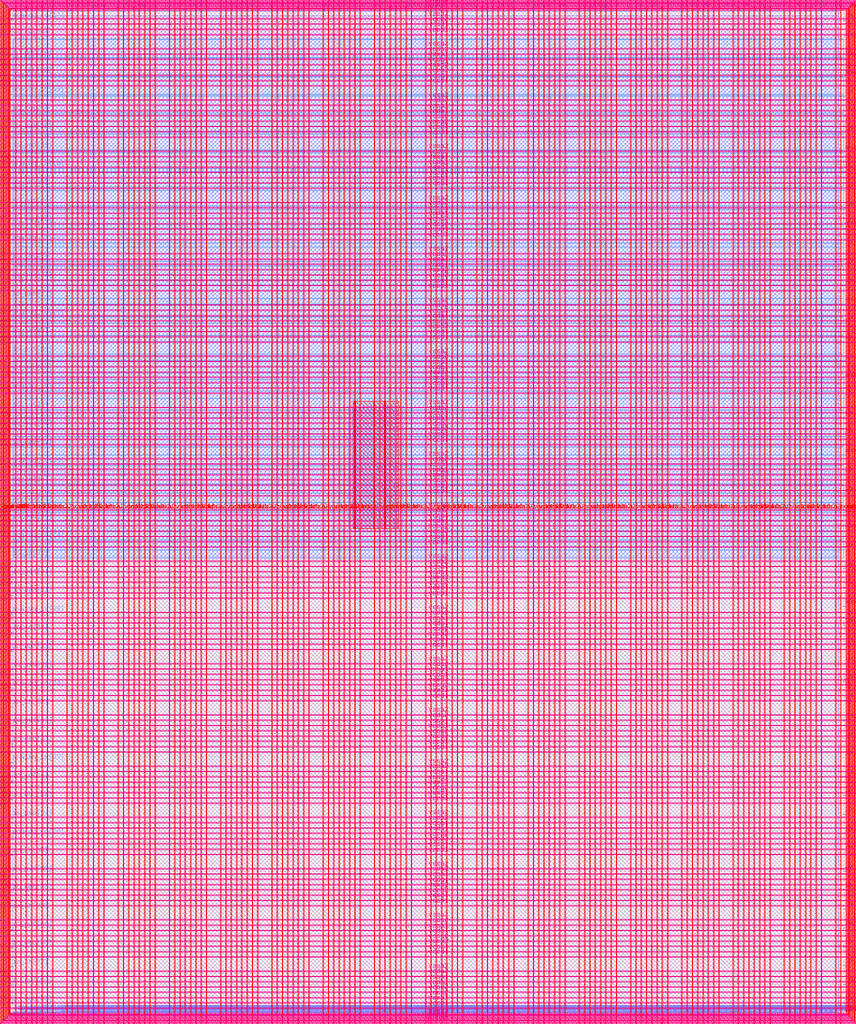
<source format=lef>
VERSION 5.7 ;
  NOWIREEXTENSIONATPIN ON ;
  DIVIDERCHAR "/" ;
  BUSBITCHARS "[]" ;
MACRO user_project_wrapper
  CLASS BLOCK ;
  FOREIGN user_project_wrapper ;
  ORIGIN 0.000 0.000 ;
  SIZE 2920.000 BY 3520.000 ;
  PIN analog_io[0]
    DIRECTION INOUT ;
    USE SIGNAL ;
    PORT
      LAYER met3 ;
        RECT 2917.600 1426.380 2924.800 1427.580 ;
    END
  END analog_io[0]
  PIN analog_io[10]
    DIRECTION INOUT ;
    USE SIGNAL ;
    PORT
      LAYER met2 ;
        RECT 2230.490 3517.600 2231.050 3524.800 ;
    END
  END analog_io[10]
  PIN analog_io[11]
    DIRECTION INOUT ;
    USE SIGNAL ;
    PORT
      LAYER met2 ;
        RECT 1905.730 3517.600 1906.290 3524.800 ;
    END
  END analog_io[11]
  PIN analog_io[12]
    DIRECTION INOUT ;
    USE SIGNAL ;
    PORT
      LAYER met2 ;
        RECT 1581.430 3517.600 1581.990 3524.800 ;
    END
  END analog_io[12]
  PIN analog_io[13]
    DIRECTION INOUT ;
    USE SIGNAL ;
    PORT
      LAYER met2 ;
        RECT 1257.130 3517.600 1257.690 3524.800 ;
    END
  END analog_io[13]
  PIN analog_io[14]
    DIRECTION INOUT ;
    USE SIGNAL ;
    PORT
      LAYER met2 ;
        RECT 932.370 3517.600 932.930 3524.800 ;
    END
  END analog_io[14]
  PIN analog_io[15]
    DIRECTION INOUT ;
    USE SIGNAL ;
    PORT
      LAYER met2 ;
        RECT 608.070 3517.600 608.630 3524.800 ;
    END
  END analog_io[15]
  PIN analog_io[16]
    DIRECTION INOUT ;
    USE SIGNAL ;
    PORT
      LAYER met2 ;
        RECT 283.770 3517.600 284.330 3524.800 ;
    END
  END analog_io[16]
  PIN analog_io[17]
    DIRECTION INOUT ;
    USE SIGNAL ;
    PORT
      LAYER met3 ;
        RECT -4.800 3486.100 2.400 3487.300 ;
    END
  END analog_io[17]
  PIN analog_io[18]
    DIRECTION INOUT ;
    USE SIGNAL ;
    PORT
      LAYER met3 ;
        RECT -4.800 3224.980 2.400 3226.180 ;
    END
  END analog_io[18]
  PIN analog_io[19]
    DIRECTION INOUT ;
    USE SIGNAL ;
    PORT
      LAYER met3 ;
        RECT -4.800 2964.540 2.400 2965.740 ;
    END
  END analog_io[19]
  PIN analog_io[1]
    DIRECTION INOUT ;
    USE SIGNAL ;
    PORT
      LAYER met3 ;
        RECT 2917.600 1692.260 2924.800 1693.460 ;
    END
  END analog_io[1]
  PIN analog_io[20]
    DIRECTION INOUT ;
    USE SIGNAL ;
    PORT
      LAYER met3 ;
        RECT -4.800 2703.420 2.400 2704.620 ;
    END
  END analog_io[20]
  PIN analog_io[21]
    DIRECTION INOUT ;
    USE SIGNAL ;
    PORT
      LAYER met3 ;
        RECT -4.800 2442.980 2.400 2444.180 ;
    END
  END analog_io[21]
  PIN analog_io[22]
    DIRECTION INOUT ;
    USE SIGNAL ;
    PORT
      LAYER met3 ;
        RECT -4.800 2182.540 2.400 2183.740 ;
    END
  END analog_io[22]
  PIN analog_io[23]
    DIRECTION INOUT ;
    USE SIGNAL ;
    PORT
      LAYER met3 ;
        RECT -4.800 1921.420 2.400 1922.620 ;
    END
  END analog_io[23]
  PIN analog_io[24]
    DIRECTION INOUT ;
    USE SIGNAL ;
    PORT
      LAYER met3 ;
        RECT -4.800 1660.980 2.400 1662.180 ;
    END
  END analog_io[24]
  PIN analog_io[25]
    DIRECTION INOUT ;
    USE SIGNAL ;
    PORT
      LAYER met3 ;
        RECT -4.800 1399.860 2.400 1401.060 ;
    END
  END analog_io[25]
  PIN analog_io[26]
    DIRECTION INOUT ;
    USE SIGNAL ;
    PORT
      LAYER met3 ;
        RECT -4.800 1139.420 2.400 1140.620 ;
    END
  END analog_io[26]
  PIN analog_io[27]
    DIRECTION INOUT ;
    USE SIGNAL ;
    PORT
      LAYER met3 ;
        RECT -4.800 878.980 2.400 880.180 ;
    END
  END analog_io[27]
  PIN analog_io[28]
    DIRECTION INOUT ;
    USE SIGNAL ;
    PORT
      LAYER met3 ;
        RECT -4.800 617.860 2.400 619.060 ;
    END
  END analog_io[28]
  PIN analog_io[2]
    DIRECTION INOUT ;
    USE SIGNAL ;
    PORT
      LAYER met3 ;
        RECT 2917.600 1958.140 2924.800 1959.340 ;
    END
  END analog_io[2]
  PIN analog_io[3]
    DIRECTION INOUT ;
    USE SIGNAL ;
    PORT
      LAYER met3 ;
        RECT 2917.600 2223.340 2924.800 2224.540 ;
    END
  END analog_io[3]
  PIN analog_io[4]
    DIRECTION INOUT ;
    USE SIGNAL ;
    PORT
      LAYER met3 ;
        RECT 2917.600 2489.220 2924.800 2490.420 ;
    END
  END analog_io[4]
  PIN analog_io[5]
    DIRECTION INOUT ;
    USE SIGNAL ;
    PORT
      LAYER met3 ;
        RECT 2917.600 2755.100 2924.800 2756.300 ;
    END
  END analog_io[5]
  PIN analog_io[6]
    DIRECTION INOUT ;
    USE SIGNAL ;
    PORT
      LAYER met3 ;
        RECT 2917.600 3020.300 2924.800 3021.500 ;
    END
  END analog_io[6]
  PIN analog_io[7]
    DIRECTION INOUT ;
    USE SIGNAL ;
    PORT
      LAYER met3 ;
        RECT 2917.600 3286.180 2924.800 3287.380 ;
    END
  END analog_io[7]
  PIN analog_io[8]
    DIRECTION INOUT ;
    USE SIGNAL ;
    PORT
      LAYER met2 ;
        RECT 2879.090 3517.600 2879.650 3524.800 ;
    END
  END analog_io[8]
  PIN analog_io[9]
    DIRECTION INOUT ;
    USE SIGNAL ;
    PORT
      LAYER met2 ;
        RECT 2554.790 3517.600 2555.350 3524.800 ;
    END
  END analog_io[9]
  PIN io_in[0]
    DIRECTION INPUT ;
    USE SIGNAL ;
    PORT
      LAYER met3 ;
        RECT 2917.600 32.380 2924.800 33.580 ;
    END
  END io_in[0]
  PIN io_in[10]
    DIRECTION INPUT ;
    USE SIGNAL ;
    PORT
      LAYER met3 ;
        RECT 2917.600 2289.980 2924.800 2291.180 ;
    END
  END io_in[10]
  PIN io_in[11]
    DIRECTION INPUT ;
    USE SIGNAL ;
    PORT
      LAYER met3 ;
        RECT 2917.600 2555.860 2924.800 2557.060 ;
    END
  END io_in[11]
  PIN io_in[12]
    DIRECTION INPUT ;
    USE SIGNAL ;
    PORT
      LAYER met3 ;
        RECT 2917.600 2821.060 2924.800 2822.260 ;
    END
  END io_in[12]
  PIN io_in[13]
    DIRECTION INPUT ;
    USE SIGNAL ;
    PORT
      LAYER met3 ;
        RECT 2917.600 3086.940 2924.800 3088.140 ;
    END
  END io_in[13]
  PIN io_in[14]
    DIRECTION INPUT ;
    USE SIGNAL ;
    PORT
      LAYER met3 ;
        RECT 2917.600 3352.820 2924.800 3354.020 ;
    END
  END io_in[14]
  PIN io_in[15]
    DIRECTION INPUT ;
    USE SIGNAL ;
    PORT
      LAYER met2 ;
        RECT 2798.130 3517.600 2798.690 3524.800 ;
    END
  END io_in[15]
  PIN io_in[16]
    DIRECTION INPUT ;
    USE SIGNAL ;
    PORT
      LAYER met2 ;
        RECT 2473.830 3517.600 2474.390 3524.800 ;
    END
  END io_in[16]
  PIN io_in[17]
    DIRECTION INPUT ;
    USE SIGNAL ;
    PORT
      LAYER met2 ;
        RECT 2149.070 3517.600 2149.630 3524.800 ;
    END
  END io_in[17]
  PIN io_in[18]
    DIRECTION INPUT ;
    USE SIGNAL ;
    PORT
      LAYER met2 ;
        RECT 1824.770 3517.600 1825.330 3524.800 ;
    END
  END io_in[18]
  PIN io_in[19]
    DIRECTION INPUT ;
    USE SIGNAL ;
    PORT
      LAYER met2 ;
        RECT 1500.470 3517.600 1501.030 3524.800 ;
    END
  END io_in[19]
  PIN io_in[1]
    DIRECTION INPUT ;
    USE SIGNAL ;
    PORT
      LAYER met3 ;
        RECT 2917.600 230.940 2924.800 232.140 ;
    END
  END io_in[1]
  PIN io_in[20]
    DIRECTION INPUT ;
    USE SIGNAL ;
    PORT
      LAYER met2 ;
        RECT 1175.710 3517.600 1176.270 3524.800 ;
    END
  END io_in[20]
  PIN io_in[21]
    DIRECTION INPUT ;
    USE SIGNAL ;
    PORT
      LAYER met2 ;
        RECT 851.410 3517.600 851.970 3524.800 ;
    END
  END io_in[21]
  PIN io_in[22]
    DIRECTION INPUT ;
    USE SIGNAL ;
    PORT
      LAYER met2 ;
        RECT 527.110 3517.600 527.670 3524.800 ;
    END
  END io_in[22]
  PIN io_in[23]
    DIRECTION INPUT ;
    USE SIGNAL ;
    PORT
      LAYER met2 ;
        RECT 202.350 3517.600 202.910 3524.800 ;
    END
  END io_in[23]
  PIN io_in[24]
    DIRECTION INPUT ;
    USE SIGNAL ;
    PORT
      LAYER met3 ;
        RECT -4.800 3420.820 2.400 3422.020 ;
    END
  END io_in[24]
  PIN io_in[25]
    DIRECTION INPUT ;
    USE SIGNAL ;
    PORT
      LAYER met3 ;
        RECT -4.800 3159.700 2.400 3160.900 ;
    END
  END io_in[25]
  PIN io_in[26]
    DIRECTION INPUT ;
    USE SIGNAL ;
    PORT
      LAYER met3 ;
        RECT -4.800 2899.260 2.400 2900.460 ;
    END
  END io_in[26]
  PIN io_in[27]
    DIRECTION INPUT ;
    USE SIGNAL ;
    PORT
      LAYER met3 ;
        RECT -4.800 2638.820 2.400 2640.020 ;
    END
  END io_in[27]
  PIN io_in[28]
    DIRECTION INPUT ;
    USE SIGNAL ;
    PORT
      LAYER met3 ;
        RECT -4.800 2377.700 2.400 2378.900 ;
    END
  END io_in[28]
  PIN io_in[29]
    DIRECTION INPUT ;
    USE SIGNAL ;
    PORT
      LAYER met3 ;
        RECT -4.800 2117.260 2.400 2118.460 ;
    END
  END io_in[29]
  PIN io_in[2]
    DIRECTION INPUT ;
    USE SIGNAL ;
    PORT
      LAYER met3 ;
        RECT 2917.600 430.180 2924.800 431.380 ;
    END
  END io_in[2]
  PIN io_in[30]
    DIRECTION INPUT ;
    USE SIGNAL ;
    PORT
      LAYER met3 ;
        RECT -4.800 1856.140 2.400 1857.340 ;
    END
  END io_in[30]
  PIN io_in[31]
    DIRECTION INPUT ;
    USE SIGNAL ;
    PORT
      LAYER met3 ;
        RECT -4.800 1595.700 2.400 1596.900 ;
    END
  END io_in[31]
  PIN io_in[32]
    DIRECTION INPUT ;
    USE SIGNAL ;
    PORT
      LAYER met3 ;
        RECT -4.800 1335.260 2.400 1336.460 ;
    END
  END io_in[32]
  PIN io_in[33]
    DIRECTION INPUT ;
    USE SIGNAL ;
    PORT
      LAYER met3 ;
        RECT -4.800 1074.140 2.400 1075.340 ;
    END
  END io_in[33]
  PIN io_in[34]
    DIRECTION INPUT ;
    USE SIGNAL ;
    PORT
      LAYER met3 ;
        RECT -4.800 813.700 2.400 814.900 ;
    END
  END io_in[34]
  PIN io_in[35]
    DIRECTION INPUT ;
    USE SIGNAL ;
    PORT
      LAYER met3 ;
        RECT -4.800 552.580 2.400 553.780 ;
    END
  END io_in[35]
  PIN io_in[36]
    DIRECTION INPUT ;
    USE SIGNAL ;
    PORT
      LAYER met3 ;
        RECT -4.800 357.420 2.400 358.620 ;
    END
  END io_in[36]
  PIN io_in[37]
    DIRECTION INPUT ;
    USE SIGNAL ;
    PORT
      LAYER met3 ;
        RECT -4.800 161.580 2.400 162.780 ;
    END
  END io_in[37]
  PIN io_in[3]
    DIRECTION INPUT ;
    USE SIGNAL ;
    PORT
      LAYER met3 ;
        RECT 2917.600 629.420 2924.800 630.620 ;
    END
  END io_in[3]
  PIN io_in[4]
    DIRECTION INPUT ;
    USE SIGNAL ;
    PORT
      LAYER met3 ;
        RECT 2917.600 828.660 2924.800 829.860 ;
    END
  END io_in[4]
  PIN io_in[5]
    DIRECTION INPUT ;
    USE SIGNAL ;
    PORT
      LAYER met3 ;
        RECT 2917.600 1027.900 2924.800 1029.100 ;
    END
  END io_in[5]
  PIN io_in[6]
    DIRECTION INPUT ;
    USE SIGNAL ;
    PORT
      LAYER met3 ;
        RECT 2917.600 1227.140 2924.800 1228.340 ;
    END
  END io_in[6]
  PIN io_in[7]
    DIRECTION INPUT ;
    USE SIGNAL ;
    PORT
      LAYER met3 ;
        RECT 2917.600 1493.020 2924.800 1494.220 ;
    END
  END io_in[7]
  PIN io_in[8]
    DIRECTION INPUT ;
    USE SIGNAL ;
    PORT
      LAYER met3 ;
        RECT 2917.600 1758.900 2924.800 1760.100 ;
    END
  END io_in[8]
  PIN io_in[9]
    DIRECTION INPUT ;
    USE SIGNAL ;
    PORT
      LAYER met3 ;
        RECT 2917.600 2024.100 2924.800 2025.300 ;
    END
  END io_in[9]
  PIN io_oeb[0]
    DIRECTION OUTPUT TRISTATE ;
    USE SIGNAL ;
    PORT
      LAYER met3 ;
        RECT 2917.600 164.980 2924.800 166.180 ;
    END
  END io_oeb[0]
  PIN io_oeb[10]
    DIRECTION OUTPUT TRISTATE ;
    USE SIGNAL ;
    PORT
      LAYER met3 ;
        RECT 2917.600 2422.580 2924.800 2423.780 ;
    END
  END io_oeb[10]
  PIN io_oeb[11]
    DIRECTION OUTPUT TRISTATE ;
    USE SIGNAL ;
    PORT
      LAYER met3 ;
        RECT 2917.600 2688.460 2924.800 2689.660 ;
    END
  END io_oeb[11]
  PIN io_oeb[12]
    DIRECTION OUTPUT TRISTATE ;
    USE SIGNAL ;
    PORT
      LAYER met3 ;
        RECT 2917.600 2954.340 2924.800 2955.540 ;
    END
  END io_oeb[12]
  PIN io_oeb[13]
    DIRECTION OUTPUT TRISTATE ;
    USE SIGNAL ;
    PORT
      LAYER met3 ;
        RECT 2917.600 3219.540 2924.800 3220.740 ;
    END
  END io_oeb[13]
  PIN io_oeb[14]
    DIRECTION OUTPUT TRISTATE ;
    USE SIGNAL ;
    PORT
      LAYER met3 ;
        RECT 2917.600 3485.420 2924.800 3486.620 ;
    END
  END io_oeb[14]
  PIN io_oeb[15]
    DIRECTION OUTPUT TRISTATE ;
    USE SIGNAL ;
    PORT
      LAYER met2 ;
        RECT 2635.750 3517.600 2636.310 3524.800 ;
    END
  END io_oeb[15]
  PIN io_oeb[16]
    DIRECTION OUTPUT TRISTATE ;
    USE SIGNAL ;
    PORT
      LAYER met2 ;
        RECT 2311.450 3517.600 2312.010 3524.800 ;
    END
  END io_oeb[16]
  PIN io_oeb[17]
    DIRECTION OUTPUT TRISTATE ;
    USE SIGNAL ;
    PORT
      LAYER met2 ;
        RECT 1987.150 3517.600 1987.710 3524.800 ;
    END
  END io_oeb[17]
  PIN io_oeb[18]
    DIRECTION OUTPUT TRISTATE ;
    USE SIGNAL ;
    PORT
      LAYER met2 ;
        RECT 1662.390 3517.600 1662.950 3524.800 ;
    END
  END io_oeb[18]
  PIN io_oeb[19]
    DIRECTION OUTPUT TRISTATE ;
    USE SIGNAL ;
    PORT
      LAYER met2 ;
        RECT 1338.090 3517.600 1338.650 3524.800 ;
    END
  END io_oeb[19]
  PIN io_oeb[1]
    DIRECTION OUTPUT TRISTATE ;
    USE SIGNAL ;
    PORT
      LAYER met3 ;
        RECT 2917.600 364.220 2924.800 365.420 ;
    END
  END io_oeb[1]
  PIN io_oeb[20]
    DIRECTION OUTPUT TRISTATE ;
    USE SIGNAL ;
    PORT
      LAYER met2 ;
        RECT 1013.790 3517.600 1014.350 3524.800 ;
    END
  END io_oeb[20]
  PIN io_oeb[21]
    DIRECTION OUTPUT TRISTATE ;
    USE SIGNAL ;
    PORT
      LAYER met2 ;
        RECT 689.030 3517.600 689.590 3524.800 ;
    END
  END io_oeb[21]
  PIN io_oeb[22]
    DIRECTION OUTPUT TRISTATE ;
    USE SIGNAL ;
    PORT
      LAYER met2 ;
        RECT 364.730 3517.600 365.290 3524.800 ;
    END
  END io_oeb[22]
  PIN io_oeb[23]
    DIRECTION OUTPUT TRISTATE ;
    USE SIGNAL ;
    PORT
      LAYER met2 ;
        RECT 40.430 3517.600 40.990 3524.800 ;
    END
  END io_oeb[23]
  PIN io_oeb[24]
    DIRECTION OUTPUT TRISTATE ;
    USE SIGNAL ;
    PORT
      LAYER met3 ;
        RECT -4.800 3290.260 2.400 3291.460 ;
    END
  END io_oeb[24]
  PIN io_oeb[25]
    DIRECTION OUTPUT TRISTATE ;
    USE SIGNAL ;
    PORT
      LAYER met3 ;
        RECT -4.800 3029.820 2.400 3031.020 ;
    END
  END io_oeb[25]
  PIN io_oeb[26]
    DIRECTION OUTPUT TRISTATE ;
    USE SIGNAL ;
    PORT
      LAYER met3 ;
        RECT -4.800 2768.700 2.400 2769.900 ;
    END
  END io_oeb[26]
  PIN io_oeb[27]
    DIRECTION OUTPUT TRISTATE ;
    USE SIGNAL ;
    PORT
      LAYER met3 ;
        RECT -4.800 2508.260 2.400 2509.460 ;
    END
  END io_oeb[27]
  PIN io_oeb[28]
    DIRECTION OUTPUT TRISTATE ;
    USE SIGNAL ;
    PORT
      LAYER met3 ;
        RECT -4.800 2247.140 2.400 2248.340 ;
    END
  END io_oeb[28]
  PIN io_oeb[29]
    DIRECTION OUTPUT TRISTATE ;
    USE SIGNAL ;
    PORT
      LAYER met3 ;
        RECT -4.800 1986.700 2.400 1987.900 ;
    END
  END io_oeb[29]
  PIN io_oeb[2]
    DIRECTION OUTPUT TRISTATE ;
    USE SIGNAL ;
    PORT
      LAYER met3 ;
        RECT 2917.600 563.460 2924.800 564.660 ;
    END
  END io_oeb[2]
  PIN io_oeb[30]
    DIRECTION OUTPUT TRISTATE ;
    USE SIGNAL ;
    PORT
      LAYER met3 ;
        RECT -4.800 1726.260 2.400 1727.460 ;
    END
  END io_oeb[30]
  PIN io_oeb[31]
    DIRECTION OUTPUT TRISTATE ;
    USE SIGNAL ;
    PORT
      LAYER met3 ;
        RECT -4.800 1465.140 2.400 1466.340 ;
    END
  END io_oeb[31]
  PIN io_oeb[32]
    DIRECTION OUTPUT TRISTATE ;
    USE SIGNAL ;
    PORT
      LAYER met3 ;
        RECT -4.800 1204.700 2.400 1205.900 ;
    END
  END io_oeb[32]
  PIN io_oeb[33]
    DIRECTION OUTPUT TRISTATE ;
    USE SIGNAL ;
    PORT
      LAYER met3 ;
        RECT -4.800 943.580 2.400 944.780 ;
    END
  END io_oeb[33]
  PIN io_oeb[34]
    DIRECTION OUTPUT TRISTATE ;
    USE SIGNAL ;
    PORT
      LAYER met3 ;
        RECT -4.800 683.140 2.400 684.340 ;
    END
  END io_oeb[34]
  PIN io_oeb[35]
    DIRECTION OUTPUT TRISTATE ;
    USE SIGNAL ;
    PORT
      LAYER met3 ;
        RECT -4.800 422.700 2.400 423.900 ;
    END
  END io_oeb[35]
  PIN io_oeb[36]
    DIRECTION OUTPUT TRISTATE ;
    USE SIGNAL ;
    PORT
      LAYER met3 ;
        RECT -4.800 226.860 2.400 228.060 ;
    END
  END io_oeb[36]
  PIN io_oeb[37]
    DIRECTION OUTPUT TRISTATE ;
    USE SIGNAL ;
    PORT
      LAYER met3 ;
        RECT -4.800 31.700 2.400 32.900 ;
    END
  END io_oeb[37]
  PIN io_oeb[3]
    DIRECTION OUTPUT TRISTATE ;
    USE SIGNAL ;
    PORT
      LAYER met3 ;
        RECT 2917.600 762.700 2924.800 763.900 ;
    END
  END io_oeb[3]
  PIN io_oeb[4]
    DIRECTION OUTPUT TRISTATE ;
    USE SIGNAL ;
    PORT
      LAYER met3 ;
        RECT 2917.600 961.940 2924.800 963.140 ;
    END
  END io_oeb[4]
  PIN io_oeb[5]
    DIRECTION OUTPUT TRISTATE ;
    USE SIGNAL ;
    PORT
      LAYER met3 ;
        RECT 2917.600 1161.180 2924.800 1162.380 ;
    END
  END io_oeb[5]
  PIN io_oeb[6]
    DIRECTION OUTPUT TRISTATE ;
    USE SIGNAL ;
    PORT
      LAYER met3 ;
        RECT 2917.600 1360.420 2924.800 1361.620 ;
    END
  END io_oeb[6]
  PIN io_oeb[7]
    DIRECTION OUTPUT TRISTATE ;
    USE SIGNAL ;
    PORT
      LAYER met3 ;
        RECT 2917.600 1625.620 2924.800 1626.820 ;
    END
  END io_oeb[7]
  PIN io_oeb[8]
    DIRECTION OUTPUT TRISTATE ;
    USE SIGNAL ;
    PORT
      LAYER met3 ;
        RECT 2917.600 1891.500 2924.800 1892.700 ;
    END
  END io_oeb[8]
  PIN io_oeb[9]
    DIRECTION OUTPUT TRISTATE ;
    USE SIGNAL ;
    PORT
      LAYER met3 ;
        RECT 2917.600 2157.380 2924.800 2158.580 ;
    END
  END io_oeb[9]
  PIN io_out[0]
    DIRECTION OUTPUT TRISTATE ;
    USE SIGNAL ;
    PORT
      LAYER met3 ;
        RECT 2917.600 98.340 2924.800 99.540 ;
    END
  END io_out[0]
  PIN io_out[10]
    DIRECTION OUTPUT TRISTATE ;
    USE SIGNAL ;
    PORT
      LAYER met3 ;
        RECT 2917.600 2356.620 2924.800 2357.820 ;
    END
  END io_out[10]
  PIN io_out[11]
    DIRECTION OUTPUT TRISTATE ;
    USE SIGNAL ;
    PORT
      LAYER met3 ;
        RECT 2917.600 2621.820 2924.800 2623.020 ;
    END
  END io_out[11]
  PIN io_out[12]
    DIRECTION OUTPUT TRISTATE ;
    USE SIGNAL ;
    PORT
      LAYER met3 ;
        RECT 2917.600 2887.700 2924.800 2888.900 ;
    END
  END io_out[12]
  PIN io_out[13]
    DIRECTION OUTPUT TRISTATE ;
    USE SIGNAL ;
    PORT
      LAYER met3 ;
        RECT 2917.600 3153.580 2924.800 3154.780 ;
    END
  END io_out[13]
  PIN io_out[14]
    DIRECTION OUTPUT TRISTATE ;
    USE SIGNAL ;
    PORT
      LAYER met3 ;
        RECT 2917.600 3418.780 2924.800 3419.980 ;
    END
  END io_out[14]
  PIN io_out[15]
    DIRECTION OUTPUT TRISTATE ;
    USE SIGNAL ;
    PORT
      LAYER met2 ;
        RECT 2717.170 3517.600 2717.730 3524.800 ;
    END
  END io_out[15]
  PIN io_out[16]
    DIRECTION OUTPUT TRISTATE ;
    USE SIGNAL ;
    PORT
      LAYER met2 ;
        RECT 2392.410 3517.600 2392.970 3524.800 ;
    END
  END io_out[16]
  PIN io_out[17]
    DIRECTION OUTPUT TRISTATE ;
    USE SIGNAL ;
    PORT
      LAYER met2 ;
        RECT 2068.110 3517.600 2068.670 3524.800 ;
    END
  END io_out[17]
  PIN io_out[18]
    DIRECTION OUTPUT TRISTATE ;
    USE SIGNAL ;
    PORT
      LAYER met2 ;
        RECT 1743.810 3517.600 1744.370 3524.800 ;
    END
  END io_out[18]
  PIN io_out[19]
    DIRECTION OUTPUT TRISTATE ;
    USE SIGNAL ;
    PORT
      LAYER met2 ;
        RECT 1419.050 3517.600 1419.610 3524.800 ;
    END
  END io_out[19]
  PIN io_out[1]
    DIRECTION OUTPUT TRISTATE ;
    USE SIGNAL ;
    PORT
      LAYER met3 ;
        RECT 2917.600 297.580 2924.800 298.780 ;
    END
  END io_out[1]
  PIN io_out[20]
    DIRECTION OUTPUT TRISTATE ;
    USE SIGNAL ;
    PORT
      LAYER met2 ;
        RECT 1094.750 3517.600 1095.310 3524.800 ;
    END
  END io_out[20]
  PIN io_out[21]
    DIRECTION OUTPUT TRISTATE ;
    USE SIGNAL ;
    PORT
      LAYER met2 ;
        RECT 770.450 3517.600 771.010 3524.800 ;
    END
  END io_out[21]
  PIN io_out[22]
    DIRECTION OUTPUT TRISTATE ;
    USE SIGNAL ;
    PORT
      LAYER met2 ;
        RECT 445.690 3517.600 446.250 3524.800 ;
    END
  END io_out[22]
  PIN io_out[23]
    DIRECTION OUTPUT TRISTATE ;
    USE SIGNAL ;
    PORT
      LAYER met2 ;
        RECT 121.390 3517.600 121.950 3524.800 ;
    END
  END io_out[23]
  PIN io_out[24]
    DIRECTION OUTPUT TRISTATE ;
    USE SIGNAL ;
    PORT
      LAYER met3 ;
        RECT -4.800 3355.540 2.400 3356.740 ;
    END
  END io_out[24]
  PIN io_out[25]
    DIRECTION OUTPUT TRISTATE ;
    USE SIGNAL ;
    PORT
      LAYER met3 ;
        RECT -4.800 3095.100 2.400 3096.300 ;
    END
  END io_out[25]
  PIN io_out[26]
    DIRECTION OUTPUT TRISTATE ;
    USE SIGNAL ;
    PORT
      LAYER met3 ;
        RECT -4.800 2833.980 2.400 2835.180 ;
    END
  END io_out[26]
  PIN io_out[27]
    DIRECTION OUTPUT TRISTATE ;
    USE SIGNAL ;
    PORT
      LAYER met3 ;
        RECT -4.800 2573.540 2.400 2574.740 ;
    END
  END io_out[27]
  PIN io_out[28]
    DIRECTION OUTPUT TRISTATE ;
    USE SIGNAL ;
    PORT
      LAYER met3 ;
        RECT -4.800 2312.420 2.400 2313.620 ;
    END
  END io_out[28]
  PIN io_out[29]
    DIRECTION OUTPUT TRISTATE ;
    USE SIGNAL ;
    PORT
      LAYER met3 ;
        RECT -4.800 2051.980 2.400 2053.180 ;
    END
  END io_out[29]
  PIN io_out[2]
    DIRECTION OUTPUT TRISTATE ;
    USE SIGNAL ;
    PORT
      LAYER met3 ;
        RECT 2917.600 496.820 2924.800 498.020 ;
    END
  END io_out[2]
  PIN io_out[30]
    DIRECTION OUTPUT TRISTATE ;
    USE SIGNAL ;
    PORT
      LAYER met3 ;
        RECT -4.800 1791.540 2.400 1792.740 ;
    END
  END io_out[30]
  PIN io_out[31]
    DIRECTION OUTPUT TRISTATE ;
    USE SIGNAL ;
    PORT
      LAYER met3 ;
        RECT -4.800 1530.420 2.400 1531.620 ;
    END
  END io_out[31]
  PIN io_out[32]
    DIRECTION OUTPUT TRISTATE ;
    USE SIGNAL ;
    PORT
      LAYER met3 ;
        RECT -4.800 1269.980 2.400 1271.180 ;
    END
  END io_out[32]
  PIN io_out[33]
    DIRECTION OUTPUT TRISTATE ;
    USE SIGNAL ;
    PORT
      LAYER met3 ;
        RECT -4.800 1008.860 2.400 1010.060 ;
    END
  END io_out[33]
  PIN io_out[34]
    DIRECTION OUTPUT TRISTATE ;
    USE SIGNAL ;
    PORT
      LAYER met3 ;
        RECT -4.800 748.420 2.400 749.620 ;
    END
  END io_out[34]
  PIN io_out[35]
    DIRECTION OUTPUT TRISTATE ;
    USE SIGNAL ;
    PORT
      LAYER met3 ;
        RECT -4.800 487.300 2.400 488.500 ;
    END
  END io_out[35]
  PIN io_out[36]
    DIRECTION OUTPUT TRISTATE ;
    USE SIGNAL ;
    PORT
      LAYER met3 ;
        RECT -4.800 292.140 2.400 293.340 ;
    END
  END io_out[36]
  PIN io_out[37]
    DIRECTION OUTPUT TRISTATE ;
    USE SIGNAL ;
    PORT
      LAYER met3 ;
        RECT -4.800 96.300 2.400 97.500 ;
    END
  END io_out[37]
  PIN io_out[3]
    DIRECTION OUTPUT TRISTATE ;
    USE SIGNAL ;
    PORT
      LAYER met3 ;
        RECT 2917.600 696.060 2924.800 697.260 ;
    END
  END io_out[3]
  PIN io_out[4]
    DIRECTION OUTPUT TRISTATE ;
    USE SIGNAL ;
    PORT
      LAYER met3 ;
        RECT 2917.600 895.300 2924.800 896.500 ;
    END
  END io_out[4]
  PIN io_out[5]
    DIRECTION OUTPUT TRISTATE ;
    USE SIGNAL ;
    PORT
      LAYER met3 ;
        RECT 2917.600 1094.540 2924.800 1095.740 ;
    END
  END io_out[5]
  PIN io_out[6]
    DIRECTION OUTPUT TRISTATE ;
    USE SIGNAL ;
    PORT
      LAYER met3 ;
        RECT 2917.600 1293.780 2924.800 1294.980 ;
    END
  END io_out[6]
  PIN io_out[7]
    DIRECTION OUTPUT TRISTATE ;
    USE SIGNAL ;
    PORT
      LAYER met3 ;
        RECT 2917.600 1559.660 2924.800 1560.860 ;
    END
  END io_out[7]
  PIN io_out[8]
    DIRECTION OUTPUT TRISTATE ;
    USE SIGNAL ;
    PORT
      LAYER met3 ;
        RECT 2917.600 1824.860 2924.800 1826.060 ;
    END
  END io_out[8]
  PIN io_out[9]
    DIRECTION OUTPUT TRISTATE ;
    USE SIGNAL ;
    PORT
      LAYER met3 ;
        RECT 2917.600 2090.740 2924.800 2091.940 ;
    END
  END io_out[9]
  PIN la_data_in[0]
    DIRECTION INPUT ;
    USE SIGNAL ;
    PORT
      LAYER met2 ;
        RECT 629.230 -4.800 629.790 2.400 ;
    END
  END la_data_in[0]
  PIN la_data_in[100]
    DIRECTION INPUT ;
    USE SIGNAL ;
    PORT
      LAYER met2 ;
        RECT 2402.530 -4.800 2403.090 2.400 ;
    END
  END la_data_in[100]
  PIN la_data_in[101]
    DIRECTION INPUT ;
    USE SIGNAL ;
    PORT
      LAYER met2 ;
        RECT 2420.010 -4.800 2420.570 2.400 ;
    END
  END la_data_in[101]
  PIN la_data_in[102]
    DIRECTION INPUT ;
    USE SIGNAL ;
    PORT
      LAYER met2 ;
        RECT 2437.950 -4.800 2438.510 2.400 ;
    END
  END la_data_in[102]
  PIN la_data_in[103]
    DIRECTION INPUT ;
    USE SIGNAL ;
    PORT
      LAYER met2 ;
        RECT 2455.430 -4.800 2455.990 2.400 ;
    END
  END la_data_in[103]
  PIN la_data_in[104]
    DIRECTION INPUT ;
    USE SIGNAL ;
    PORT
      LAYER met2 ;
        RECT 2473.370 -4.800 2473.930 2.400 ;
    END
  END la_data_in[104]
  PIN la_data_in[105]
    DIRECTION INPUT ;
    USE SIGNAL ;
    PORT
      LAYER met2 ;
        RECT 2490.850 -4.800 2491.410 2.400 ;
    END
  END la_data_in[105]
  PIN la_data_in[106]
    DIRECTION INPUT ;
    USE SIGNAL ;
    PORT
      LAYER met2 ;
        RECT 2508.790 -4.800 2509.350 2.400 ;
    END
  END la_data_in[106]
  PIN la_data_in[107]
    DIRECTION INPUT ;
    USE SIGNAL ;
    PORT
      LAYER met2 ;
        RECT 2526.730 -4.800 2527.290 2.400 ;
    END
  END la_data_in[107]
  PIN la_data_in[108]
    DIRECTION INPUT ;
    USE SIGNAL ;
    PORT
      LAYER met2 ;
        RECT 2544.210 -4.800 2544.770 2.400 ;
    END
  END la_data_in[108]
  PIN la_data_in[109]
    DIRECTION INPUT ;
    USE SIGNAL ;
    PORT
      LAYER met2 ;
        RECT 2562.150 -4.800 2562.710 2.400 ;
    END
  END la_data_in[109]
  PIN la_data_in[10]
    DIRECTION INPUT ;
    USE SIGNAL ;
    PORT
      LAYER met2 ;
        RECT 806.330 -4.800 806.890 2.400 ;
    END
  END la_data_in[10]
  PIN la_data_in[110]
    DIRECTION INPUT ;
    USE SIGNAL ;
    PORT
      LAYER met2 ;
        RECT 2579.630 -4.800 2580.190 2.400 ;
    END
  END la_data_in[110]
  PIN la_data_in[111]
    DIRECTION INPUT ;
    USE SIGNAL ;
    PORT
      LAYER met2 ;
        RECT 2597.570 -4.800 2598.130 2.400 ;
    END
  END la_data_in[111]
  PIN la_data_in[112]
    DIRECTION INPUT ;
    USE SIGNAL ;
    PORT
      LAYER met2 ;
        RECT 2615.050 -4.800 2615.610 2.400 ;
    END
  END la_data_in[112]
  PIN la_data_in[113]
    DIRECTION INPUT ;
    USE SIGNAL ;
    PORT
      LAYER met2 ;
        RECT 2632.990 -4.800 2633.550 2.400 ;
    END
  END la_data_in[113]
  PIN la_data_in[114]
    DIRECTION INPUT ;
    USE SIGNAL ;
    PORT
      LAYER met2 ;
        RECT 2650.470 -4.800 2651.030 2.400 ;
    END
  END la_data_in[114]
  PIN la_data_in[115]
    DIRECTION INPUT ;
    USE SIGNAL ;
    PORT
      LAYER met2 ;
        RECT 2668.410 -4.800 2668.970 2.400 ;
    END
  END la_data_in[115]
  PIN la_data_in[116]
    DIRECTION INPUT ;
    USE SIGNAL ;
    PORT
      LAYER met2 ;
        RECT 2685.890 -4.800 2686.450 2.400 ;
    END
  END la_data_in[116]
  PIN la_data_in[117]
    DIRECTION INPUT ;
    USE SIGNAL ;
    PORT
      LAYER met2 ;
        RECT 2703.830 -4.800 2704.390 2.400 ;
    END
  END la_data_in[117]
  PIN la_data_in[118]
    DIRECTION INPUT ;
    USE SIGNAL ;
    PORT
      LAYER met2 ;
        RECT 2721.770 -4.800 2722.330 2.400 ;
    END
  END la_data_in[118]
  PIN la_data_in[119]
    DIRECTION INPUT ;
    USE SIGNAL ;
    PORT
      LAYER met2 ;
        RECT 2739.250 -4.800 2739.810 2.400 ;
    END
  END la_data_in[119]
  PIN la_data_in[11]
    DIRECTION INPUT ;
    USE SIGNAL ;
    PORT
      LAYER met2 ;
        RECT 824.270 -4.800 824.830 2.400 ;
    END
  END la_data_in[11]
  PIN la_data_in[120]
    DIRECTION INPUT ;
    USE SIGNAL ;
    PORT
      LAYER met2 ;
        RECT 2757.190 -4.800 2757.750 2.400 ;
    END
  END la_data_in[120]
  PIN la_data_in[121]
    DIRECTION INPUT ;
    USE SIGNAL ;
    PORT
      LAYER met2 ;
        RECT 2774.670 -4.800 2775.230 2.400 ;
    END
  END la_data_in[121]
  PIN la_data_in[122]
    DIRECTION INPUT ;
    USE SIGNAL ;
    PORT
      LAYER met2 ;
        RECT 2792.610 -4.800 2793.170 2.400 ;
    END
  END la_data_in[122]
  PIN la_data_in[123]
    DIRECTION INPUT ;
    USE SIGNAL ;
    PORT
      LAYER met2 ;
        RECT 2810.090 -4.800 2810.650 2.400 ;
    END
  END la_data_in[123]
  PIN la_data_in[124]
    DIRECTION INPUT ;
    USE SIGNAL ;
    PORT
      LAYER met2 ;
        RECT 2828.030 -4.800 2828.590 2.400 ;
    END
  END la_data_in[124]
  PIN la_data_in[125]
    DIRECTION INPUT ;
    USE SIGNAL ;
    PORT
      LAYER met2 ;
        RECT 2845.510 -4.800 2846.070 2.400 ;
    END
  END la_data_in[125]
  PIN la_data_in[126]
    DIRECTION INPUT ;
    USE SIGNAL ;
    PORT
      LAYER met2 ;
        RECT 2863.450 -4.800 2864.010 2.400 ;
    END
  END la_data_in[126]
  PIN la_data_in[127]
    DIRECTION INPUT ;
    USE SIGNAL ;
    PORT
      LAYER met2 ;
        RECT 2881.390 -4.800 2881.950 2.400 ;
    END
  END la_data_in[127]
  PIN la_data_in[12]
    DIRECTION INPUT ;
    USE SIGNAL ;
    PORT
      LAYER met2 ;
        RECT 841.750 -4.800 842.310 2.400 ;
    END
  END la_data_in[12]
  PIN la_data_in[13]
    DIRECTION INPUT ;
    USE SIGNAL ;
    PORT
      LAYER met2 ;
        RECT 859.690 -4.800 860.250 2.400 ;
    END
  END la_data_in[13]
  PIN la_data_in[14]
    DIRECTION INPUT ;
    USE SIGNAL ;
    PORT
      LAYER met2 ;
        RECT 877.170 -4.800 877.730 2.400 ;
    END
  END la_data_in[14]
  PIN la_data_in[15]
    DIRECTION INPUT ;
    USE SIGNAL ;
    PORT
      LAYER met2 ;
        RECT 895.110 -4.800 895.670 2.400 ;
    END
  END la_data_in[15]
  PIN la_data_in[16]
    DIRECTION INPUT ;
    USE SIGNAL ;
    PORT
      LAYER met2 ;
        RECT 912.590 -4.800 913.150 2.400 ;
    END
  END la_data_in[16]
  PIN la_data_in[17]
    DIRECTION INPUT ;
    USE SIGNAL ;
    PORT
      LAYER met2 ;
        RECT 930.530 -4.800 931.090 2.400 ;
    END
  END la_data_in[17]
  PIN la_data_in[18]
    DIRECTION INPUT ;
    USE SIGNAL ;
    PORT
      LAYER met2 ;
        RECT 948.470 -4.800 949.030 2.400 ;
    END
  END la_data_in[18]
  PIN la_data_in[19]
    DIRECTION INPUT ;
    USE SIGNAL ;
    PORT
      LAYER met2 ;
        RECT 965.950 -4.800 966.510 2.400 ;
    END
  END la_data_in[19]
  PIN la_data_in[1]
    DIRECTION INPUT ;
    USE SIGNAL ;
    PORT
      LAYER met2 ;
        RECT 646.710 -4.800 647.270 2.400 ;
    END
  END la_data_in[1]
  PIN la_data_in[20]
    DIRECTION INPUT ;
    USE SIGNAL ;
    PORT
      LAYER met2 ;
        RECT 983.890 -4.800 984.450 2.400 ;
    END
  END la_data_in[20]
  PIN la_data_in[21]
    DIRECTION INPUT ;
    USE SIGNAL ;
    PORT
      LAYER met2 ;
        RECT 1001.370 -4.800 1001.930 2.400 ;
    END
  END la_data_in[21]
  PIN la_data_in[22]
    DIRECTION INPUT ;
    USE SIGNAL ;
    PORT
      LAYER met2 ;
        RECT 1019.310 -4.800 1019.870 2.400 ;
    END
  END la_data_in[22]
  PIN la_data_in[23]
    DIRECTION INPUT ;
    USE SIGNAL ;
    PORT
      LAYER met2 ;
        RECT 1036.790 -4.800 1037.350 2.400 ;
    END
  END la_data_in[23]
  PIN la_data_in[24]
    DIRECTION INPUT ;
    USE SIGNAL ;
    PORT
      LAYER met2 ;
        RECT 1054.730 -4.800 1055.290 2.400 ;
    END
  END la_data_in[24]
  PIN la_data_in[25]
    DIRECTION INPUT ;
    USE SIGNAL ;
    PORT
      LAYER met2 ;
        RECT 1072.210 -4.800 1072.770 2.400 ;
    END
  END la_data_in[25]
  PIN la_data_in[26]
    DIRECTION INPUT ;
    USE SIGNAL ;
    PORT
      LAYER met2 ;
        RECT 1090.150 -4.800 1090.710 2.400 ;
    END
  END la_data_in[26]
  PIN la_data_in[27]
    DIRECTION INPUT ;
    USE SIGNAL ;
    PORT
      LAYER met2 ;
        RECT 1107.630 -4.800 1108.190 2.400 ;
    END
  END la_data_in[27]
  PIN la_data_in[28]
    DIRECTION INPUT ;
    USE SIGNAL ;
    PORT
      LAYER met2 ;
        RECT 1125.570 -4.800 1126.130 2.400 ;
    END
  END la_data_in[28]
  PIN la_data_in[29]
    DIRECTION INPUT ;
    USE SIGNAL ;
    PORT
      LAYER met2 ;
        RECT 1143.510 -4.800 1144.070 2.400 ;
    END
  END la_data_in[29]
  PIN la_data_in[2]
    DIRECTION INPUT ;
    USE SIGNAL ;
    PORT
      LAYER met2 ;
        RECT 664.650 -4.800 665.210 2.400 ;
    END
  END la_data_in[2]
  PIN la_data_in[30]
    DIRECTION INPUT ;
    USE SIGNAL ;
    PORT
      LAYER met2 ;
        RECT 1160.990 -4.800 1161.550 2.400 ;
    END
  END la_data_in[30]
  PIN la_data_in[31]
    DIRECTION INPUT ;
    USE SIGNAL ;
    PORT
      LAYER met2 ;
        RECT 1178.930 -4.800 1179.490 2.400 ;
    END
  END la_data_in[31]
  PIN la_data_in[32]
    DIRECTION INPUT ;
    USE SIGNAL ;
    PORT
      LAYER met2 ;
        RECT 1196.410 -4.800 1196.970 2.400 ;
    END
  END la_data_in[32]
  PIN la_data_in[33]
    DIRECTION INPUT ;
    USE SIGNAL ;
    PORT
      LAYER met2 ;
        RECT 1214.350 -4.800 1214.910 2.400 ;
    END
  END la_data_in[33]
  PIN la_data_in[34]
    DIRECTION INPUT ;
    USE SIGNAL ;
    PORT
      LAYER met2 ;
        RECT 1231.830 -4.800 1232.390 2.400 ;
    END
  END la_data_in[34]
  PIN la_data_in[35]
    DIRECTION INPUT ;
    USE SIGNAL ;
    PORT
      LAYER met2 ;
        RECT 1249.770 -4.800 1250.330 2.400 ;
    END
  END la_data_in[35]
  PIN la_data_in[36]
    DIRECTION INPUT ;
    USE SIGNAL ;
    PORT
      LAYER met2 ;
        RECT 1267.250 -4.800 1267.810 2.400 ;
    END
  END la_data_in[36]
  PIN la_data_in[37]
    DIRECTION INPUT ;
    USE SIGNAL ;
    PORT
      LAYER met2 ;
        RECT 1285.190 -4.800 1285.750 2.400 ;
    END
  END la_data_in[37]
  PIN la_data_in[38]
    DIRECTION INPUT ;
    USE SIGNAL ;
    PORT
      LAYER met2 ;
        RECT 1303.130 -4.800 1303.690 2.400 ;
    END
  END la_data_in[38]
  PIN la_data_in[39]
    DIRECTION INPUT ;
    USE SIGNAL ;
    PORT
      LAYER met2 ;
        RECT 1320.610 -4.800 1321.170 2.400 ;
    END
  END la_data_in[39]
  PIN la_data_in[3]
    DIRECTION INPUT ;
    USE SIGNAL ;
    PORT
      LAYER met2 ;
        RECT 682.130 -4.800 682.690 2.400 ;
    END
  END la_data_in[3]
  PIN la_data_in[40]
    DIRECTION INPUT ;
    USE SIGNAL ;
    PORT
      LAYER met2 ;
        RECT 1338.550 -4.800 1339.110 2.400 ;
    END
  END la_data_in[40]
  PIN la_data_in[41]
    DIRECTION INPUT ;
    USE SIGNAL ;
    PORT
      LAYER met2 ;
        RECT 1356.030 -4.800 1356.590 2.400 ;
    END
  END la_data_in[41]
  PIN la_data_in[42]
    DIRECTION INPUT ;
    USE SIGNAL ;
    PORT
      LAYER met2 ;
        RECT 1373.970 -4.800 1374.530 2.400 ;
    END
  END la_data_in[42]
  PIN la_data_in[43]
    DIRECTION INPUT ;
    USE SIGNAL ;
    PORT
      LAYER met2 ;
        RECT 1391.450 -4.800 1392.010 2.400 ;
    END
  END la_data_in[43]
  PIN la_data_in[44]
    DIRECTION INPUT ;
    USE SIGNAL ;
    PORT
      LAYER met2 ;
        RECT 1409.390 -4.800 1409.950 2.400 ;
    END
  END la_data_in[44]
  PIN la_data_in[45]
    DIRECTION INPUT ;
    USE SIGNAL ;
    PORT
      LAYER met2 ;
        RECT 1426.870 -4.800 1427.430 2.400 ;
    END
  END la_data_in[45]
  PIN la_data_in[46]
    DIRECTION INPUT ;
    USE SIGNAL ;
    PORT
      LAYER met2 ;
        RECT 1444.810 -4.800 1445.370 2.400 ;
    END
  END la_data_in[46]
  PIN la_data_in[47]
    DIRECTION INPUT ;
    USE SIGNAL ;
    PORT
      LAYER met2 ;
        RECT 1462.750 -4.800 1463.310 2.400 ;
    END
  END la_data_in[47]
  PIN la_data_in[48]
    DIRECTION INPUT ;
    USE SIGNAL ;
    PORT
      LAYER met2 ;
        RECT 1480.230 -4.800 1480.790 2.400 ;
    END
  END la_data_in[48]
  PIN la_data_in[49]
    DIRECTION INPUT ;
    USE SIGNAL ;
    PORT
      LAYER met2 ;
        RECT 1498.170 -4.800 1498.730 2.400 ;
    END
  END la_data_in[49]
  PIN la_data_in[4]
    DIRECTION INPUT ;
    USE SIGNAL ;
    PORT
      LAYER met2 ;
        RECT 700.070 -4.800 700.630 2.400 ;
    END
  END la_data_in[4]
  PIN la_data_in[50]
    DIRECTION INPUT ;
    USE SIGNAL ;
    PORT
      LAYER met2 ;
        RECT 1515.650 -4.800 1516.210 2.400 ;
    END
  END la_data_in[50]
  PIN la_data_in[51]
    DIRECTION INPUT ;
    USE SIGNAL ;
    PORT
      LAYER met2 ;
        RECT 1533.590 -4.800 1534.150 2.400 ;
    END
  END la_data_in[51]
  PIN la_data_in[52]
    DIRECTION INPUT ;
    USE SIGNAL ;
    PORT
      LAYER met2 ;
        RECT 1551.070 -4.800 1551.630 2.400 ;
    END
  END la_data_in[52]
  PIN la_data_in[53]
    DIRECTION INPUT ;
    USE SIGNAL ;
    PORT
      LAYER met2 ;
        RECT 1569.010 -4.800 1569.570 2.400 ;
    END
  END la_data_in[53]
  PIN la_data_in[54]
    DIRECTION INPUT ;
    USE SIGNAL ;
    PORT
      LAYER met2 ;
        RECT 1586.490 -4.800 1587.050 2.400 ;
    END
  END la_data_in[54]
  PIN la_data_in[55]
    DIRECTION INPUT ;
    USE SIGNAL ;
    PORT
      LAYER met2 ;
        RECT 1604.430 -4.800 1604.990 2.400 ;
    END
  END la_data_in[55]
  PIN la_data_in[56]
    DIRECTION INPUT ;
    USE SIGNAL ;
    PORT
      LAYER met2 ;
        RECT 1621.910 -4.800 1622.470 2.400 ;
    END
  END la_data_in[56]
  PIN la_data_in[57]
    DIRECTION INPUT ;
    USE SIGNAL ;
    PORT
      LAYER met2 ;
        RECT 1639.850 -4.800 1640.410 2.400 ;
    END
  END la_data_in[57]
  PIN la_data_in[58]
    DIRECTION INPUT ;
    USE SIGNAL ;
    PORT
      LAYER met2 ;
        RECT 1657.790 -4.800 1658.350 2.400 ;
    END
  END la_data_in[58]
  PIN la_data_in[59]
    DIRECTION INPUT ;
    USE SIGNAL ;
    PORT
      LAYER met2 ;
        RECT 1675.270 -4.800 1675.830 2.400 ;
    END
  END la_data_in[59]
  PIN la_data_in[5]
    DIRECTION INPUT ;
    USE SIGNAL ;
    PORT
      LAYER met2 ;
        RECT 717.550 -4.800 718.110 2.400 ;
    END
  END la_data_in[5]
  PIN la_data_in[60]
    DIRECTION INPUT ;
    USE SIGNAL ;
    PORT
      LAYER met2 ;
        RECT 1693.210 -4.800 1693.770 2.400 ;
    END
  END la_data_in[60]
  PIN la_data_in[61]
    DIRECTION INPUT ;
    USE SIGNAL ;
    PORT
      LAYER met2 ;
        RECT 1710.690 -4.800 1711.250 2.400 ;
    END
  END la_data_in[61]
  PIN la_data_in[62]
    DIRECTION INPUT ;
    USE SIGNAL ;
    PORT
      LAYER met2 ;
        RECT 1728.630 -4.800 1729.190 2.400 ;
    END
  END la_data_in[62]
  PIN la_data_in[63]
    DIRECTION INPUT ;
    USE SIGNAL ;
    PORT
      LAYER met2 ;
        RECT 1746.110 -4.800 1746.670 2.400 ;
    END
  END la_data_in[63]
  PIN la_data_in[64]
    DIRECTION INPUT ;
    USE SIGNAL ;
    PORT
      LAYER met2 ;
        RECT 1764.050 -4.800 1764.610 2.400 ;
    END
  END la_data_in[64]
  PIN la_data_in[65]
    DIRECTION INPUT ;
    USE SIGNAL ;
    PORT
      LAYER met2 ;
        RECT 1781.530 -4.800 1782.090 2.400 ;
    END
  END la_data_in[65]
  PIN la_data_in[66]
    DIRECTION INPUT ;
    USE SIGNAL ;
    PORT
      LAYER met2 ;
        RECT 1799.470 -4.800 1800.030 2.400 ;
    END
  END la_data_in[66]
  PIN la_data_in[67]
    DIRECTION INPUT ;
    USE SIGNAL ;
    PORT
      LAYER met2 ;
        RECT 1817.410 -4.800 1817.970 2.400 ;
    END
  END la_data_in[67]
  PIN la_data_in[68]
    DIRECTION INPUT ;
    USE SIGNAL ;
    PORT
      LAYER met2 ;
        RECT 1834.890 -4.800 1835.450 2.400 ;
    END
  END la_data_in[68]
  PIN la_data_in[69]
    DIRECTION INPUT ;
    USE SIGNAL ;
    PORT
      LAYER met2 ;
        RECT 1852.830 -4.800 1853.390 2.400 ;
    END
  END la_data_in[69]
  PIN la_data_in[6]
    DIRECTION INPUT ;
    USE SIGNAL ;
    PORT
      LAYER met2 ;
        RECT 735.490 -4.800 736.050 2.400 ;
    END
  END la_data_in[6]
  PIN la_data_in[70]
    DIRECTION INPUT ;
    USE SIGNAL ;
    PORT
      LAYER met2 ;
        RECT 1870.310 -4.800 1870.870 2.400 ;
    END
  END la_data_in[70]
  PIN la_data_in[71]
    DIRECTION INPUT ;
    USE SIGNAL ;
    PORT
      LAYER met2 ;
        RECT 1888.250 -4.800 1888.810 2.400 ;
    END
  END la_data_in[71]
  PIN la_data_in[72]
    DIRECTION INPUT ;
    USE SIGNAL ;
    PORT
      LAYER met2 ;
        RECT 1905.730 -4.800 1906.290 2.400 ;
    END
  END la_data_in[72]
  PIN la_data_in[73]
    DIRECTION INPUT ;
    USE SIGNAL ;
    PORT
      LAYER met2 ;
        RECT 1923.670 -4.800 1924.230 2.400 ;
    END
  END la_data_in[73]
  PIN la_data_in[74]
    DIRECTION INPUT ;
    USE SIGNAL ;
    PORT
      LAYER met2 ;
        RECT 1941.150 -4.800 1941.710 2.400 ;
    END
  END la_data_in[74]
  PIN la_data_in[75]
    DIRECTION INPUT ;
    USE SIGNAL ;
    PORT
      LAYER met2 ;
        RECT 1959.090 -4.800 1959.650 2.400 ;
    END
  END la_data_in[75]
  PIN la_data_in[76]
    DIRECTION INPUT ;
    USE SIGNAL ;
    PORT
      LAYER met2 ;
        RECT 1976.570 -4.800 1977.130 2.400 ;
    END
  END la_data_in[76]
  PIN la_data_in[77]
    DIRECTION INPUT ;
    USE SIGNAL ;
    PORT
      LAYER met2 ;
        RECT 1994.510 -4.800 1995.070 2.400 ;
    END
  END la_data_in[77]
  PIN la_data_in[78]
    DIRECTION INPUT ;
    USE SIGNAL ;
    PORT
      LAYER met2 ;
        RECT 2012.450 -4.800 2013.010 2.400 ;
    END
  END la_data_in[78]
  PIN la_data_in[79]
    DIRECTION INPUT ;
    USE SIGNAL ;
    PORT
      LAYER met2 ;
        RECT 2029.930 -4.800 2030.490 2.400 ;
    END
  END la_data_in[79]
  PIN la_data_in[7]
    DIRECTION INPUT ;
    USE SIGNAL ;
    PORT
      LAYER met2 ;
        RECT 752.970 -4.800 753.530 2.400 ;
    END
  END la_data_in[7]
  PIN la_data_in[80]
    DIRECTION INPUT ;
    USE SIGNAL ;
    PORT
      LAYER met2 ;
        RECT 2047.870 -4.800 2048.430 2.400 ;
    END
  END la_data_in[80]
  PIN la_data_in[81]
    DIRECTION INPUT ;
    USE SIGNAL ;
    PORT
      LAYER met2 ;
        RECT 2065.350 -4.800 2065.910 2.400 ;
    END
  END la_data_in[81]
  PIN la_data_in[82]
    DIRECTION INPUT ;
    USE SIGNAL ;
    PORT
      LAYER met2 ;
        RECT 2083.290 -4.800 2083.850 2.400 ;
    END
  END la_data_in[82]
  PIN la_data_in[83]
    DIRECTION INPUT ;
    USE SIGNAL ;
    PORT
      LAYER met2 ;
        RECT 2100.770 -4.800 2101.330 2.400 ;
    END
  END la_data_in[83]
  PIN la_data_in[84]
    DIRECTION INPUT ;
    USE SIGNAL ;
    PORT
      LAYER met2 ;
        RECT 2118.710 -4.800 2119.270 2.400 ;
    END
  END la_data_in[84]
  PIN la_data_in[85]
    DIRECTION INPUT ;
    USE SIGNAL ;
    PORT
      LAYER met2 ;
        RECT 2136.190 -4.800 2136.750 2.400 ;
    END
  END la_data_in[85]
  PIN la_data_in[86]
    DIRECTION INPUT ;
    USE SIGNAL ;
    PORT
      LAYER met2 ;
        RECT 2154.130 -4.800 2154.690 2.400 ;
    END
  END la_data_in[86]
  PIN la_data_in[87]
    DIRECTION INPUT ;
    USE SIGNAL ;
    PORT
      LAYER met2 ;
        RECT 2172.070 -4.800 2172.630 2.400 ;
    END
  END la_data_in[87]
  PIN la_data_in[88]
    DIRECTION INPUT ;
    USE SIGNAL ;
    PORT
      LAYER met2 ;
        RECT 2189.550 -4.800 2190.110 2.400 ;
    END
  END la_data_in[88]
  PIN la_data_in[89]
    DIRECTION INPUT ;
    USE SIGNAL ;
    PORT
      LAYER met2 ;
        RECT 2207.490 -4.800 2208.050 2.400 ;
    END
  END la_data_in[89]
  PIN la_data_in[8]
    DIRECTION INPUT ;
    USE SIGNAL ;
    PORT
      LAYER met2 ;
        RECT 770.910 -4.800 771.470 2.400 ;
    END
  END la_data_in[8]
  PIN la_data_in[90]
    DIRECTION INPUT ;
    USE SIGNAL ;
    PORT
      LAYER met2 ;
        RECT 2224.970 -4.800 2225.530 2.400 ;
    END
  END la_data_in[90]
  PIN la_data_in[91]
    DIRECTION INPUT ;
    USE SIGNAL ;
    PORT
      LAYER met2 ;
        RECT 2242.910 -4.800 2243.470 2.400 ;
    END
  END la_data_in[91]
  PIN la_data_in[92]
    DIRECTION INPUT ;
    USE SIGNAL ;
    PORT
      LAYER met2 ;
        RECT 2260.390 -4.800 2260.950 2.400 ;
    END
  END la_data_in[92]
  PIN la_data_in[93]
    DIRECTION INPUT ;
    USE SIGNAL ;
    PORT
      LAYER met2 ;
        RECT 2278.330 -4.800 2278.890 2.400 ;
    END
  END la_data_in[93]
  PIN la_data_in[94]
    DIRECTION INPUT ;
    USE SIGNAL ;
    PORT
      LAYER met2 ;
        RECT 2295.810 -4.800 2296.370 2.400 ;
    END
  END la_data_in[94]
  PIN la_data_in[95]
    DIRECTION INPUT ;
    USE SIGNAL ;
    PORT
      LAYER met2 ;
        RECT 2313.750 -4.800 2314.310 2.400 ;
    END
  END la_data_in[95]
  PIN la_data_in[96]
    DIRECTION INPUT ;
    USE SIGNAL ;
    PORT
      LAYER met2 ;
        RECT 2331.230 -4.800 2331.790 2.400 ;
    END
  END la_data_in[96]
  PIN la_data_in[97]
    DIRECTION INPUT ;
    USE SIGNAL ;
    PORT
      LAYER met2 ;
        RECT 2349.170 -4.800 2349.730 2.400 ;
    END
  END la_data_in[97]
  PIN la_data_in[98]
    DIRECTION INPUT ;
    USE SIGNAL ;
    PORT
      LAYER met2 ;
        RECT 2367.110 -4.800 2367.670 2.400 ;
    END
  END la_data_in[98]
  PIN la_data_in[99]
    DIRECTION INPUT ;
    USE SIGNAL ;
    PORT
      LAYER met2 ;
        RECT 2384.590 -4.800 2385.150 2.400 ;
    END
  END la_data_in[99]
  PIN la_data_in[9]
    DIRECTION INPUT ;
    USE SIGNAL ;
    PORT
      LAYER met2 ;
        RECT 788.850 -4.800 789.410 2.400 ;
    END
  END la_data_in[9]
  PIN la_data_out[0]
    DIRECTION OUTPUT TRISTATE ;
    USE SIGNAL ;
    PORT
      LAYER met2 ;
        RECT 634.750 -4.800 635.310 2.400 ;
    END
  END la_data_out[0]
  PIN la_data_out[100]
    DIRECTION OUTPUT TRISTATE ;
    USE SIGNAL ;
    PORT
      LAYER met2 ;
        RECT 2408.510 -4.800 2409.070 2.400 ;
    END
  END la_data_out[100]
  PIN la_data_out[101]
    DIRECTION OUTPUT TRISTATE ;
    USE SIGNAL ;
    PORT
      LAYER met2 ;
        RECT 2425.990 -4.800 2426.550 2.400 ;
    END
  END la_data_out[101]
  PIN la_data_out[102]
    DIRECTION OUTPUT TRISTATE ;
    USE SIGNAL ;
    PORT
      LAYER met2 ;
        RECT 2443.930 -4.800 2444.490 2.400 ;
    END
  END la_data_out[102]
  PIN la_data_out[103]
    DIRECTION OUTPUT TRISTATE ;
    USE SIGNAL ;
    PORT
      LAYER met2 ;
        RECT 2461.410 -4.800 2461.970 2.400 ;
    END
  END la_data_out[103]
  PIN la_data_out[104]
    DIRECTION OUTPUT TRISTATE ;
    USE SIGNAL ;
    PORT
      LAYER met2 ;
        RECT 2479.350 -4.800 2479.910 2.400 ;
    END
  END la_data_out[104]
  PIN la_data_out[105]
    DIRECTION OUTPUT TRISTATE ;
    USE SIGNAL ;
    PORT
      LAYER met2 ;
        RECT 2496.830 -4.800 2497.390 2.400 ;
    END
  END la_data_out[105]
  PIN la_data_out[106]
    DIRECTION OUTPUT TRISTATE ;
    USE SIGNAL ;
    PORT
      LAYER met2 ;
        RECT 2514.770 -4.800 2515.330 2.400 ;
    END
  END la_data_out[106]
  PIN la_data_out[107]
    DIRECTION OUTPUT TRISTATE ;
    USE SIGNAL ;
    PORT
      LAYER met2 ;
        RECT 2532.250 -4.800 2532.810 2.400 ;
    END
  END la_data_out[107]
  PIN la_data_out[108]
    DIRECTION OUTPUT TRISTATE ;
    USE SIGNAL ;
    PORT
      LAYER met2 ;
        RECT 2550.190 -4.800 2550.750 2.400 ;
    END
  END la_data_out[108]
  PIN la_data_out[109]
    DIRECTION OUTPUT TRISTATE ;
    USE SIGNAL ;
    PORT
      LAYER met2 ;
        RECT 2567.670 -4.800 2568.230 2.400 ;
    END
  END la_data_out[109]
  PIN la_data_out[10]
    DIRECTION OUTPUT TRISTATE ;
    USE SIGNAL ;
    PORT
      LAYER met2 ;
        RECT 812.310 -4.800 812.870 2.400 ;
    END
  END la_data_out[10]
  PIN la_data_out[110]
    DIRECTION OUTPUT TRISTATE ;
    USE SIGNAL ;
    PORT
      LAYER met2 ;
        RECT 2585.610 -4.800 2586.170 2.400 ;
    END
  END la_data_out[110]
  PIN la_data_out[111]
    DIRECTION OUTPUT TRISTATE ;
    USE SIGNAL ;
    PORT
      LAYER met2 ;
        RECT 2603.550 -4.800 2604.110 2.400 ;
    END
  END la_data_out[111]
  PIN la_data_out[112]
    DIRECTION OUTPUT TRISTATE ;
    USE SIGNAL ;
    PORT
      LAYER met2 ;
        RECT 2621.030 -4.800 2621.590 2.400 ;
    END
  END la_data_out[112]
  PIN la_data_out[113]
    DIRECTION OUTPUT TRISTATE ;
    USE SIGNAL ;
    PORT
      LAYER met2 ;
        RECT 2638.970 -4.800 2639.530 2.400 ;
    END
  END la_data_out[113]
  PIN la_data_out[114]
    DIRECTION OUTPUT TRISTATE ;
    USE SIGNAL ;
    PORT
      LAYER met2 ;
        RECT 2656.450 -4.800 2657.010 2.400 ;
    END
  END la_data_out[114]
  PIN la_data_out[115]
    DIRECTION OUTPUT TRISTATE ;
    USE SIGNAL ;
    PORT
      LAYER met2 ;
        RECT 2674.390 -4.800 2674.950 2.400 ;
    END
  END la_data_out[115]
  PIN la_data_out[116]
    DIRECTION OUTPUT TRISTATE ;
    USE SIGNAL ;
    PORT
      LAYER met2 ;
        RECT 2691.870 -4.800 2692.430 2.400 ;
    END
  END la_data_out[116]
  PIN la_data_out[117]
    DIRECTION OUTPUT TRISTATE ;
    USE SIGNAL ;
    PORT
      LAYER met2 ;
        RECT 2709.810 -4.800 2710.370 2.400 ;
    END
  END la_data_out[117]
  PIN la_data_out[118]
    DIRECTION OUTPUT TRISTATE ;
    USE SIGNAL ;
    PORT
      LAYER met2 ;
        RECT 2727.290 -4.800 2727.850 2.400 ;
    END
  END la_data_out[118]
  PIN la_data_out[119]
    DIRECTION OUTPUT TRISTATE ;
    USE SIGNAL ;
    PORT
      LAYER met2 ;
        RECT 2745.230 -4.800 2745.790 2.400 ;
    END
  END la_data_out[119]
  PIN la_data_out[11]
    DIRECTION OUTPUT TRISTATE ;
    USE SIGNAL ;
    PORT
      LAYER met2 ;
        RECT 830.250 -4.800 830.810 2.400 ;
    END
  END la_data_out[11]
  PIN la_data_out[120]
    DIRECTION OUTPUT TRISTATE ;
    USE SIGNAL ;
    PORT
      LAYER met2 ;
        RECT 2763.170 -4.800 2763.730 2.400 ;
    END
  END la_data_out[120]
  PIN la_data_out[121]
    DIRECTION OUTPUT TRISTATE ;
    USE SIGNAL ;
    PORT
      LAYER met2 ;
        RECT 2780.650 -4.800 2781.210 2.400 ;
    END
  END la_data_out[121]
  PIN la_data_out[122]
    DIRECTION OUTPUT TRISTATE ;
    USE SIGNAL ;
    PORT
      LAYER met2 ;
        RECT 2798.590 -4.800 2799.150 2.400 ;
    END
  END la_data_out[122]
  PIN la_data_out[123]
    DIRECTION OUTPUT TRISTATE ;
    USE SIGNAL ;
    PORT
      LAYER met2 ;
        RECT 2816.070 -4.800 2816.630 2.400 ;
    END
  END la_data_out[123]
  PIN la_data_out[124]
    DIRECTION OUTPUT TRISTATE ;
    USE SIGNAL ;
    PORT
      LAYER met2 ;
        RECT 2834.010 -4.800 2834.570 2.400 ;
    END
  END la_data_out[124]
  PIN la_data_out[125]
    DIRECTION OUTPUT TRISTATE ;
    USE SIGNAL ;
    PORT
      LAYER met2 ;
        RECT 2851.490 -4.800 2852.050 2.400 ;
    END
  END la_data_out[125]
  PIN la_data_out[126]
    DIRECTION OUTPUT TRISTATE ;
    USE SIGNAL ;
    PORT
      LAYER met2 ;
        RECT 2869.430 -4.800 2869.990 2.400 ;
    END
  END la_data_out[126]
  PIN la_data_out[127]
    DIRECTION OUTPUT TRISTATE ;
    USE SIGNAL ;
    PORT
      LAYER met2 ;
        RECT 2886.910 -4.800 2887.470 2.400 ;
    END
  END la_data_out[127]
  PIN la_data_out[12]
    DIRECTION OUTPUT TRISTATE ;
    USE SIGNAL ;
    PORT
      LAYER met2 ;
        RECT 847.730 -4.800 848.290 2.400 ;
    END
  END la_data_out[12]
  PIN la_data_out[13]
    DIRECTION OUTPUT TRISTATE ;
    USE SIGNAL ;
    PORT
      LAYER met2 ;
        RECT 865.670 -4.800 866.230 2.400 ;
    END
  END la_data_out[13]
  PIN la_data_out[14]
    DIRECTION OUTPUT TRISTATE ;
    USE SIGNAL ;
    PORT
      LAYER met2 ;
        RECT 883.150 -4.800 883.710 2.400 ;
    END
  END la_data_out[14]
  PIN la_data_out[15]
    DIRECTION OUTPUT TRISTATE ;
    USE SIGNAL ;
    PORT
      LAYER met2 ;
        RECT 901.090 -4.800 901.650 2.400 ;
    END
  END la_data_out[15]
  PIN la_data_out[16]
    DIRECTION OUTPUT TRISTATE ;
    USE SIGNAL ;
    PORT
      LAYER met2 ;
        RECT 918.570 -4.800 919.130 2.400 ;
    END
  END la_data_out[16]
  PIN la_data_out[17]
    DIRECTION OUTPUT TRISTATE ;
    USE SIGNAL ;
    PORT
      LAYER met2 ;
        RECT 936.510 -4.800 937.070 2.400 ;
    END
  END la_data_out[17]
  PIN la_data_out[18]
    DIRECTION OUTPUT TRISTATE ;
    USE SIGNAL ;
    PORT
      LAYER met2 ;
        RECT 953.990 -4.800 954.550 2.400 ;
    END
  END la_data_out[18]
  PIN la_data_out[19]
    DIRECTION OUTPUT TRISTATE ;
    USE SIGNAL ;
    PORT
      LAYER met2 ;
        RECT 971.930 -4.800 972.490 2.400 ;
    END
  END la_data_out[19]
  PIN la_data_out[1]
    DIRECTION OUTPUT TRISTATE ;
    USE SIGNAL ;
    PORT
      LAYER met2 ;
        RECT 652.690 -4.800 653.250 2.400 ;
    END
  END la_data_out[1]
  PIN la_data_out[20]
    DIRECTION OUTPUT TRISTATE ;
    USE SIGNAL ;
    PORT
      LAYER met2 ;
        RECT 989.410 -4.800 989.970 2.400 ;
    END
  END la_data_out[20]
  PIN la_data_out[21]
    DIRECTION OUTPUT TRISTATE ;
    USE SIGNAL ;
    PORT
      LAYER met2 ;
        RECT 1007.350 -4.800 1007.910 2.400 ;
    END
  END la_data_out[21]
  PIN la_data_out[22]
    DIRECTION OUTPUT TRISTATE ;
    USE SIGNAL ;
    PORT
      LAYER met2 ;
        RECT 1025.290 -4.800 1025.850 2.400 ;
    END
  END la_data_out[22]
  PIN la_data_out[23]
    DIRECTION OUTPUT TRISTATE ;
    USE SIGNAL ;
    PORT
      LAYER met2 ;
        RECT 1042.770 -4.800 1043.330 2.400 ;
    END
  END la_data_out[23]
  PIN la_data_out[24]
    DIRECTION OUTPUT TRISTATE ;
    USE SIGNAL ;
    PORT
      LAYER met2 ;
        RECT 1060.710 -4.800 1061.270 2.400 ;
    END
  END la_data_out[24]
  PIN la_data_out[25]
    DIRECTION OUTPUT TRISTATE ;
    USE SIGNAL ;
    PORT
      LAYER met2 ;
        RECT 1078.190 -4.800 1078.750 2.400 ;
    END
  END la_data_out[25]
  PIN la_data_out[26]
    DIRECTION OUTPUT TRISTATE ;
    USE SIGNAL ;
    PORT
      LAYER met2 ;
        RECT 1096.130 -4.800 1096.690 2.400 ;
    END
  END la_data_out[26]
  PIN la_data_out[27]
    DIRECTION OUTPUT TRISTATE ;
    USE SIGNAL ;
    PORT
      LAYER met2 ;
        RECT 1113.610 -4.800 1114.170 2.400 ;
    END
  END la_data_out[27]
  PIN la_data_out[28]
    DIRECTION OUTPUT TRISTATE ;
    USE SIGNAL ;
    PORT
      LAYER met2 ;
        RECT 1131.550 -4.800 1132.110 2.400 ;
    END
  END la_data_out[28]
  PIN la_data_out[29]
    DIRECTION OUTPUT TRISTATE ;
    USE SIGNAL ;
    PORT
      LAYER met2 ;
        RECT 1149.030 -4.800 1149.590 2.400 ;
    END
  END la_data_out[29]
  PIN la_data_out[2]
    DIRECTION OUTPUT TRISTATE ;
    USE SIGNAL ;
    PORT
      LAYER met2 ;
        RECT 670.630 -4.800 671.190 2.400 ;
    END
  END la_data_out[2]
  PIN la_data_out[30]
    DIRECTION OUTPUT TRISTATE ;
    USE SIGNAL ;
    PORT
      LAYER met2 ;
        RECT 1166.970 -4.800 1167.530 2.400 ;
    END
  END la_data_out[30]
  PIN la_data_out[31]
    DIRECTION OUTPUT TRISTATE ;
    USE SIGNAL ;
    PORT
      LAYER met2 ;
        RECT 1184.910 -4.800 1185.470 2.400 ;
    END
  END la_data_out[31]
  PIN la_data_out[32]
    DIRECTION OUTPUT TRISTATE ;
    USE SIGNAL ;
    PORT
      LAYER met2 ;
        RECT 1202.390 -4.800 1202.950 2.400 ;
    END
  END la_data_out[32]
  PIN la_data_out[33]
    DIRECTION OUTPUT TRISTATE ;
    USE SIGNAL ;
    PORT
      LAYER met2 ;
        RECT 1220.330 -4.800 1220.890 2.400 ;
    END
  END la_data_out[33]
  PIN la_data_out[34]
    DIRECTION OUTPUT TRISTATE ;
    USE SIGNAL ;
    PORT
      LAYER met2 ;
        RECT 1237.810 -4.800 1238.370 2.400 ;
    END
  END la_data_out[34]
  PIN la_data_out[35]
    DIRECTION OUTPUT TRISTATE ;
    USE SIGNAL ;
    PORT
      LAYER met2 ;
        RECT 1255.750 -4.800 1256.310 2.400 ;
    END
  END la_data_out[35]
  PIN la_data_out[36]
    DIRECTION OUTPUT TRISTATE ;
    USE SIGNAL ;
    PORT
      LAYER met2 ;
        RECT 1273.230 -4.800 1273.790 2.400 ;
    END
  END la_data_out[36]
  PIN la_data_out[37]
    DIRECTION OUTPUT TRISTATE ;
    USE SIGNAL ;
    PORT
      LAYER met2 ;
        RECT 1291.170 -4.800 1291.730 2.400 ;
    END
  END la_data_out[37]
  PIN la_data_out[38]
    DIRECTION OUTPUT TRISTATE ;
    USE SIGNAL ;
    PORT
      LAYER met2 ;
        RECT 1308.650 -4.800 1309.210 2.400 ;
    END
  END la_data_out[38]
  PIN la_data_out[39]
    DIRECTION OUTPUT TRISTATE ;
    USE SIGNAL ;
    PORT
      LAYER met2 ;
        RECT 1326.590 -4.800 1327.150 2.400 ;
    END
  END la_data_out[39]
  PIN la_data_out[3]
    DIRECTION OUTPUT TRISTATE ;
    USE SIGNAL ;
    PORT
      LAYER met2 ;
        RECT 688.110 -4.800 688.670 2.400 ;
    END
  END la_data_out[3]
  PIN la_data_out[40]
    DIRECTION OUTPUT TRISTATE ;
    USE SIGNAL ;
    PORT
      LAYER met2 ;
        RECT 1344.070 -4.800 1344.630 2.400 ;
    END
  END la_data_out[40]
  PIN la_data_out[41]
    DIRECTION OUTPUT TRISTATE ;
    USE SIGNAL ;
    PORT
      LAYER met2 ;
        RECT 1362.010 -4.800 1362.570 2.400 ;
    END
  END la_data_out[41]
  PIN la_data_out[42]
    DIRECTION OUTPUT TRISTATE ;
    USE SIGNAL ;
    PORT
      LAYER met2 ;
        RECT 1379.950 -4.800 1380.510 2.400 ;
    END
  END la_data_out[42]
  PIN la_data_out[43]
    DIRECTION OUTPUT TRISTATE ;
    USE SIGNAL ;
    PORT
      LAYER met2 ;
        RECT 1397.430 -4.800 1397.990 2.400 ;
    END
  END la_data_out[43]
  PIN la_data_out[44]
    DIRECTION OUTPUT TRISTATE ;
    USE SIGNAL ;
    PORT
      LAYER met2 ;
        RECT 1415.370 -4.800 1415.930 2.400 ;
    END
  END la_data_out[44]
  PIN la_data_out[45]
    DIRECTION OUTPUT TRISTATE ;
    USE SIGNAL ;
    PORT
      LAYER met2 ;
        RECT 1432.850 -4.800 1433.410 2.400 ;
    END
  END la_data_out[45]
  PIN la_data_out[46]
    DIRECTION OUTPUT TRISTATE ;
    USE SIGNAL ;
    PORT
      LAYER met2 ;
        RECT 1450.790 -4.800 1451.350 2.400 ;
    END
  END la_data_out[46]
  PIN la_data_out[47]
    DIRECTION OUTPUT TRISTATE ;
    USE SIGNAL ;
    PORT
      LAYER met2 ;
        RECT 1468.270 -4.800 1468.830 2.400 ;
    END
  END la_data_out[47]
  PIN la_data_out[48]
    DIRECTION OUTPUT TRISTATE ;
    USE SIGNAL ;
    PORT
      LAYER met2 ;
        RECT 1486.210 -4.800 1486.770 2.400 ;
    END
  END la_data_out[48]
  PIN la_data_out[49]
    DIRECTION OUTPUT TRISTATE ;
    USE SIGNAL ;
    PORT
      LAYER met2 ;
        RECT 1503.690 -4.800 1504.250 2.400 ;
    END
  END la_data_out[49]
  PIN la_data_out[4]
    DIRECTION OUTPUT TRISTATE ;
    USE SIGNAL ;
    PORT
      LAYER met2 ;
        RECT 706.050 -4.800 706.610 2.400 ;
    END
  END la_data_out[4]
  PIN la_data_out[50]
    DIRECTION OUTPUT TRISTATE ;
    USE SIGNAL ;
    PORT
      LAYER met2 ;
        RECT 1521.630 -4.800 1522.190 2.400 ;
    END
  END la_data_out[50]
  PIN la_data_out[51]
    DIRECTION OUTPUT TRISTATE ;
    USE SIGNAL ;
    PORT
      LAYER met2 ;
        RECT 1539.570 -4.800 1540.130 2.400 ;
    END
  END la_data_out[51]
  PIN la_data_out[52]
    DIRECTION OUTPUT TRISTATE ;
    USE SIGNAL ;
    PORT
      LAYER met2 ;
        RECT 1557.050 -4.800 1557.610 2.400 ;
    END
  END la_data_out[52]
  PIN la_data_out[53]
    DIRECTION OUTPUT TRISTATE ;
    USE SIGNAL ;
    PORT
      LAYER met2 ;
        RECT 1574.990 -4.800 1575.550 2.400 ;
    END
  END la_data_out[53]
  PIN la_data_out[54]
    DIRECTION OUTPUT TRISTATE ;
    USE SIGNAL ;
    PORT
      LAYER met2 ;
        RECT 1592.470 -4.800 1593.030 2.400 ;
    END
  END la_data_out[54]
  PIN la_data_out[55]
    DIRECTION OUTPUT TRISTATE ;
    USE SIGNAL ;
    PORT
      LAYER met2 ;
        RECT 1610.410 -4.800 1610.970 2.400 ;
    END
  END la_data_out[55]
  PIN la_data_out[56]
    DIRECTION OUTPUT TRISTATE ;
    USE SIGNAL ;
    PORT
      LAYER met2 ;
        RECT 1627.890 -4.800 1628.450 2.400 ;
    END
  END la_data_out[56]
  PIN la_data_out[57]
    DIRECTION OUTPUT TRISTATE ;
    USE SIGNAL ;
    PORT
      LAYER met2 ;
        RECT 1645.830 -4.800 1646.390 2.400 ;
    END
  END la_data_out[57]
  PIN la_data_out[58]
    DIRECTION OUTPUT TRISTATE ;
    USE SIGNAL ;
    PORT
      LAYER met2 ;
        RECT 1663.310 -4.800 1663.870 2.400 ;
    END
  END la_data_out[58]
  PIN la_data_out[59]
    DIRECTION OUTPUT TRISTATE ;
    USE SIGNAL ;
    PORT
      LAYER met2 ;
        RECT 1681.250 -4.800 1681.810 2.400 ;
    END
  END la_data_out[59]
  PIN la_data_out[5]
    DIRECTION OUTPUT TRISTATE ;
    USE SIGNAL ;
    PORT
      LAYER met2 ;
        RECT 723.530 -4.800 724.090 2.400 ;
    END
  END la_data_out[5]
  PIN la_data_out[60]
    DIRECTION OUTPUT TRISTATE ;
    USE SIGNAL ;
    PORT
      LAYER met2 ;
        RECT 1699.190 -4.800 1699.750 2.400 ;
    END
  END la_data_out[60]
  PIN la_data_out[61]
    DIRECTION OUTPUT TRISTATE ;
    USE SIGNAL ;
    PORT
      LAYER met2 ;
        RECT 1716.670 -4.800 1717.230 2.400 ;
    END
  END la_data_out[61]
  PIN la_data_out[62]
    DIRECTION OUTPUT TRISTATE ;
    USE SIGNAL ;
    PORT
      LAYER met2 ;
        RECT 1734.610 -4.800 1735.170 2.400 ;
    END
  END la_data_out[62]
  PIN la_data_out[63]
    DIRECTION OUTPUT TRISTATE ;
    USE SIGNAL ;
    PORT
      LAYER met2 ;
        RECT 1752.090 -4.800 1752.650 2.400 ;
    END
  END la_data_out[63]
  PIN la_data_out[64]
    DIRECTION OUTPUT TRISTATE ;
    USE SIGNAL ;
    PORT
      LAYER met2 ;
        RECT 1770.030 -4.800 1770.590 2.400 ;
    END
  END la_data_out[64]
  PIN la_data_out[65]
    DIRECTION OUTPUT TRISTATE ;
    USE SIGNAL ;
    PORT
      LAYER met2 ;
        RECT 1787.510 -4.800 1788.070 2.400 ;
    END
  END la_data_out[65]
  PIN la_data_out[66]
    DIRECTION OUTPUT TRISTATE ;
    USE SIGNAL ;
    PORT
      LAYER met2 ;
        RECT 1805.450 -4.800 1806.010 2.400 ;
    END
  END la_data_out[66]
  PIN la_data_out[67]
    DIRECTION OUTPUT TRISTATE ;
    USE SIGNAL ;
    PORT
      LAYER met2 ;
        RECT 1822.930 -4.800 1823.490 2.400 ;
    END
  END la_data_out[67]
  PIN la_data_out[68]
    DIRECTION OUTPUT TRISTATE ;
    USE SIGNAL ;
    PORT
      LAYER met2 ;
        RECT 1840.870 -4.800 1841.430 2.400 ;
    END
  END la_data_out[68]
  PIN la_data_out[69]
    DIRECTION OUTPUT TRISTATE ;
    USE SIGNAL ;
    PORT
      LAYER met2 ;
        RECT 1858.350 -4.800 1858.910 2.400 ;
    END
  END la_data_out[69]
  PIN la_data_out[6]
    DIRECTION OUTPUT TRISTATE ;
    USE SIGNAL ;
    PORT
      LAYER met2 ;
        RECT 741.470 -4.800 742.030 2.400 ;
    END
  END la_data_out[6]
  PIN la_data_out[70]
    DIRECTION OUTPUT TRISTATE ;
    USE SIGNAL ;
    PORT
      LAYER met2 ;
        RECT 1876.290 -4.800 1876.850 2.400 ;
    END
  END la_data_out[70]
  PIN la_data_out[71]
    DIRECTION OUTPUT TRISTATE ;
    USE SIGNAL ;
    PORT
      LAYER met2 ;
        RECT 1894.230 -4.800 1894.790 2.400 ;
    END
  END la_data_out[71]
  PIN la_data_out[72]
    DIRECTION OUTPUT TRISTATE ;
    USE SIGNAL ;
    PORT
      LAYER met2 ;
        RECT 1911.710 -4.800 1912.270 2.400 ;
    END
  END la_data_out[72]
  PIN la_data_out[73]
    DIRECTION OUTPUT TRISTATE ;
    USE SIGNAL ;
    PORT
      LAYER met2 ;
        RECT 1929.650 -4.800 1930.210 2.400 ;
    END
  END la_data_out[73]
  PIN la_data_out[74]
    DIRECTION OUTPUT TRISTATE ;
    USE SIGNAL ;
    PORT
      LAYER met2 ;
        RECT 1947.130 -4.800 1947.690 2.400 ;
    END
  END la_data_out[74]
  PIN la_data_out[75]
    DIRECTION OUTPUT TRISTATE ;
    USE SIGNAL ;
    PORT
      LAYER met2 ;
        RECT 1965.070 -4.800 1965.630 2.400 ;
    END
  END la_data_out[75]
  PIN la_data_out[76]
    DIRECTION OUTPUT TRISTATE ;
    USE SIGNAL ;
    PORT
      LAYER met2 ;
        RECT 1982.550 -4.800 1983.110 2.400 ;
    END
  END la_data_out[76]
  PIN la_data_out[77]
    DIRECTION OUTPUT TRISTATE ;
    USE SIGNAL ;
    PORT
      LAYER met2 ;
        RECT 2000.490 -4.800 2001.050 2.400 ;
    END
  END la_data_out[77]
  PIN la_data_out[78]
    DIRECTION OUTPUT TRISTATE ;
    USE SIGNAL ;
    PORT
      LAYER met2 ;
        RECT 2017.970 -4.800 2018.530 2.400 ;
    END
  END la_data_out[78]
  PIN la_data_out[79]
    DIRECTION OUTPUT TRISTATE ;
    USE SIGNAL ;
    PORT
      LAYER met2 ;
        RECT 2035.910 -4.800 2036.470 2.400 ;
    END
  END la_data_out[79]
  PIN la_data_out[7]
    DIRECTION OUTPUT TRISTATE ;
    USE SIGNAL ;
    PORT
      LAYER met2 ;
        RECT 758.950 -4.800 759.510 2.400 ;
    END
  END la_data_out[7]
  PIN la_data_out[80]
    DIRECTION OUTPUT TRISTATE ;
    USE SIGNAL ;
    PORT
      LAYER met2 ;
        RECT 2053.850 -4.800 2054.410 2.400 ;
    END
  END la_data_out[80]
  PIN la_data_out[81]
    DIRECTION OUTPUT TRISTATE ;
    USE SIGNAL ;
    PORT
      LAYER met2 ;
        RECT 2071.330 -4.800 2071.890 2.400 ;
    END
  END la_data_out[81]
  PIN la_data_out[82]
    DIRECTION OUTPUT TRISTATE ;
    USE SIGNAL ;
    PORT
      LAYER met2 ;
        RECT 2089.270 -4.800 2089.830 2.400 ;
    END
  END la_data_out[82]
  PIN la_data_out[83]
    DIRECTION OUTPUT TRISTATE ;
    USE SIGNAL ;
    PORT
      LAYER met2 ;
        RECT 2106.750 -4.800 2107.310 2.400 ;
    END
  END la_data_out[83]
  PIN la_data_out[84]
    DIRECTION OUTPUT TRISTATE ;
    USE SIGNAL ;
    PORT
      LAYER met2 ;
        RECT 2124.690 -4.800 2125.250 2.400 ;
    END
  END la_data_out[84]
  PIN la_data_out[85]
    DIRECTION OUTPUT TRISTATE ;
    USE SIGNAL ;
    PORT
      LAYER met2 ;
        RECT 2142.170 -4.800 2142.730 2.400 ;
    END
  END la_data_out[85]
  PIN la_data_out[86]
    DIRECTION OUTPUT TRISTATE ;
    USE SIGNAL ;
    PORT
      LAYER met2 ;
        RECT 2160.110 -4.800 2160.670 2.400 ;
    END
  END la_data_out[86]
  PIN la_data_out[87]
    DIRECTION OUTPUT TRISTATE ;
    USE SIGNAL ;
    PORT
      LAYER met2 ;
        RECT 2177.590 -4.800 2178.150 2.400 ;
    END
  END la_data_out[87]
  PIN la_data_out[88]
    DIRECTION OUTPUT TRISTATE ;
    USE SIGNAL ;
    PORT
      LAYER met2 ;
        RECT 2195.530 -4.800 2196.090 2.400 ;
    END
  END la_data_out[88]
  PIN la_data_out[89]
    DIRECTION OUTPUT TRISTATE ;
    USE SIGNAL ;
    PORT
      LAYER met2 ;
        RECT 2213.010 -4.800 2213.570 2.400 ;
    END
  END la_data_out[89]
  PIN la_data_out[8]
    DIRECTION OUTPUT TRISTATE ;
    USE SIGNAL ;
    PORT
      LAYER met2 ;
        RECT 776.890 -4.800 777.450 2.400 ;
    END
  END la_data_out[8]
  PIN la_data_out[90]
    DIRECTION OUTPUT TRISTATE ;
    USE SIGNAL ;
    PORT
      LAYER met2 ;
        RECT 2230.950 -4.800 2231.510 2.400 ;
    END
  END la_data_out[90]
  PIN la_data_out[91]
    DIRECTION OUTPUT TRISTATE ;
    USE SIGNAL ;
    PORT
      LAYER met2 ;
        RECT 2248.890 -4.800 2249.450 2.400 ;
    END
  END la_data_out[91]
  PIN la_data_out[92]
    DIRECTION OUTPUT TRISTATE ;
    USE SIGNAL ;
    PORT
      LAYER met2 ;
        RECT 2266.370 -4.800 2266.930 2.400 ;
    END
  END la_data_out[92]
  PIN la_data_out[93]
    DIRECTION OUTPUT TRISTATE ;
    USE SIGNAL ;
    PORT
      LAYER met2 ;
        RECT 2284.310 -4.800 2284.870 2.400 ;
    END
  END la_data_out[93]
  PIN la_data_out[94]
    DIRECTION OUTPUT TRISTATE ;
    USE SIGNAL ;
    PORT
      LAYER met2 ;
        RECT 2301.790 -4.800 2302.350 2.400 ;
    END
  END la_data_out[94]
  PIN la_data_out[95]
    DIRECTION OUTPUT TRISTATE ;
    USE SIGNAL ;
    PORT
      LAYER met2 ;
        RECT 2319.730 -4.800 2320.290 2.400 ;
    END
  END la_data_out[95]
  PIN la_data_out[96]
    DIRECTION OUTPUT TRISTATE ;
    USE SIGNAL ;
    PORT
      LAYER met2 ;
        RECT 2337.210 -4.800 2337.770 2.400 ;
    END
  END la_data_out[96]
  PIN la_data_out[97]
    DIRECTION OUTPUT TRISTATE ;
    USE SIGNAL ;
    PORT
      LAYER met2 ;
        RECT 2355.150 -4.800 2355.710 2.400 ;
    END
  END la_data_out[97]
  PIN la_data_out[98]
    DIRECTION OUTPUT TRISTATE ;
    USE SIGNAL ;
    PORT
      LAYER met2 ;
        RECT 2372.630 -4.800 2373.190 2.400 ;
    END
  END la_data_out[98]
  PIN la_data_out[99]
    DIRECTION OUTPUT TRISTATE ;
    USE SIGNAL ;
    PORT
      LAYER met2 ;
        RECT 2390.570 -4.800 2391.130 2.400 ;
    END
  END la_data_out[99]
  PIN la_data_out[9]
    DIRECTION OUTPUT TRISTATE ;
    USE SIGNAL ;
    PORT
      LAYER met2 ;
        RECT 794.370 -4.800 794.930 2.400 ;
    END
  END la_data_out[9]
  PIN la_oenb[0]
    DIRECTION INPUT ;
    USE SIGNAL ;
    PORT
      LAYER met2 ;
        RECT 640.730 -4.800 641.290 2.400 ;
    END
  END la_oenb[0]
  PIN la_oenb[100]
    DIRECTION INPUT ;
    USE SIGNAL ;
    PORT
      LAYER met2 ;
        RECT 2414.030 -4.800 2414.590 2.400 ;
    END
  END la_oenb[100]
  PIN la_oenb[101]
    DIRECTION INPUT ;
    USE SIGNAL ;
    PORT
      LAYER met2 ;
        RECT 2431.970 -4.800 2432.530 2.400 ;
    END
  END la_oenb[101]
  PIN la_oenb[102]
    DIRECTION INPUT ;
    USE SIGNAL ;
    PORT
      LAYER met2 ;
        RECT 2449.450 -4.800 2450.010 2.400 ;
    END
  END la_oenb[102]
  PIN la_oenb[103]
    DIRECTION INPUT ;
    USE SIGNAL ;
    PORT
      LAYER met2 ;
        RECT 2467.390 -4.800 2467.950 2.400 ;
    END
  END la_oenb[103]
  PIN la_oenb[104]
    DIRECTION INPUT ;
    USE SIGNAL ;
    PORT
      LAYER met2 ;
        RECT 2485.330 -4.800 2485.890 2.400 ;
    END
  END la_oenb[104]
  PIN la_oenb[105]
    DIRECTION INPUT ;
    USE SIGNAL ;
    PORT
      LAYER met2 ;
        RECT 2502.810 -4.800 2503.370 2.400 ;
    END
  END la_oenb[105]
  PIN la_oenb[106]
    DIRECTION INPUT ;
    USE SIGNAL ;
    PORT
      LAYER met2 ;
        RECT 2520.750 -4.800 2521.310 2.400 ;
    END
  END la_oenb[106]
  PIN la_oenb[107]
    DIRECTION INPUT ;
    USE SIGNAL ;
    PORT
      LAYER met2 ;
        RECT 2538.230 -4.800 2538.790 2.400 ;
    END
  END la_oenb[107]
  PIN la_oenb[108]
    DIRECTION INPUT ;
    USE SIGNAL ;
    PORT
      LAYER met2 ;
        RECT 2556.170 -4.800 2556.730 2.400 ;
    END
  END la_oenb[108]
  PIN la_oenb[109]
    DIRECTION INPUT ;
    USE SIGNAL ;
    PORT
      LAYER met2 ;
        RECT 2573.650 -4.800 2574.210 2.400 ;
    END
  END la_oenb[109]
  PIN la_oenb[10]
    DIRECTION INPUT ;
    USE SIGNAL ;
    PORT
      LAYER met2 ;
        RECT 818.290 -4.800 818.850 2.400 ;
    END
  END la_oenb[10]
  PIN la_oenb[110]
    DIRECTION INPUT ;
    USE SIGNAL ;
    PORT
      LAYER met2 ;
        RECT 2591.590 -4.800 2592.150 2.400 ;
    END
  END la_oenb[110]
  PIN la_oenb[111]
    DIRECTION INPUT ;
    USE SIGNAL ;
    PORT
      LAYER met2 ;
        RECT 2609.070 -4.800 2609.630 2.400 ;
    END
  END la_oenb[111]
  PIN la_oenb[112]
    DIRECTION INPUT ;
    USE SIGNAL ;
    PORT
      LAYER met2 ;
        RECT 2627.010 -4.800 2627.570 2.400 ;
    END
  END la_oenb[112]
  PIN la_oenb[113]
    DIRECTION INPUT ;
    USE SIGNAL ;
    PORT
      LAYER met2 ;
        RECT 2644.950 -4.800 2645.510 2.400 ;
    END
  END la_oenb[113]
  PIN la_oenb[114]
    DIRECTION INPUT ;
    USE SIGNAL ;
    PORT
      LAYER met2 ;
        RECT 2662.430 -4.800 2662.990 2.400 ;
    END
  END la_oenb[114]
  PIN la_oenb[115]
    DIRECTION INPUT ;
    USE SIGNAL ;
    PORT
      LAYER met2 ;
        RECT 2680.370 -4.800 2680.930 2.400 ;
    END
  END la_oenb[115]
  PIN la_oenb[116]
    DIRECTION INPUT ;
    USE SIGNAL ;
    PORT
      LAYER met2 ;
        RECT 2697.850 -4.800 2698.410 2.400 ;
    END
  END la_oenb[116]
  PIN la_oenb[117]
    DIRECTION INPUT ;
    USE SIGNAL ;
    PORT
      LAYER met2 ;
        RECT 2715.790 -4.800 2716.350 2.400 ;
    END
  END la_oenb[117]
  PIN la_oenb[118]
    DIRECTION INPUT ;
    USE SIGNAL ;
    PORT
      LAYER met2 ;
        RECT 2733.270 -4.800 2733.830 2.400 ;
    END
  END la_oenb[118]
  PIN la_oenb[119]
    DIRECTION INPUT ;
    USE SIGNAL ;
    PORT
      LAYER met2 ;
        RECT 2751.210 -4.800 2751.770 2.400 ;
    END
  END la_oenb[119]
  PIN la_oenb[11]
    DIRECTION INPUT ;
    USE SIGNAL ;
    PORT
      LAYER met2 ;
        RECT 835.770 -4.800 836.330 2.400 ;
    END
  END la_oenb[11]
  PIN la_oenb[120]
    DIRECTION INPUT ;
    USE SIGNAL ;
    PORT
      LAYER met2 ;
        RECT 2768.690 -4.800 2769.250 2.400 ;
    END
  END la_oenb[120]
  PIN la_oenb[121]
    DIRECTION INPUT ;
    USE SIGNAL ;
    PORT
      LAYER met2 ;
        RECT 2786.630 -4.800 2787.190 2.400 ;
    END
  END la_oenb[121]
  PIN la_oenb[122]
    DIRECTION INPUT ;
    USE SIGNAL ;
    PORT
      LAYER met2 ;
        RECT 2804.110 -4.800 2804.670 2.400 ;
    END
  END la_oenb[122]
  PIN la_oenb[123]
    DIRECTION INPUT ;
    USE SIGNAL ;
    PORT
      LAYER met2 ;
        RECT 2822.050 -4.800 2822.610 2.400 ;
    END
  END la_oenb[123]
  PIN la_oenb[124]
    DIRECTION INPUT ;
    USE SIGNAL ;
    PORT
      LAYER met2 ;
        RECT 2839.990 -4.800 2840.550 2.400 ;
    END
  END la_oenb[124]
  PIN la_oenb[125]
    DIRECTION INPUT ;
    USE SIGNAL ;
    PORT
      LAYER met2 ;
        RECT 2857.470 -4.800 2858.030 2.400 ;
    END
  END la_oenb[125]
  PIN la_oenb[126]
    DIRECTION INPUT ;
    USE SIGNAL ;
    PORT
      LAYER met2 ;
        RECT 2875.410 -4.800 2875.970 2.400 ;
    END
  END la_oenb[126]
  PIN la_oenb[127]
    DIRECTION INPUT ;
    USE SIGNAL ;
    PORT
      LAYER met2 ;
        RECT 2892.890 -4.800 2893.450 2.400 ;
    END
  END la_oenb[127]
  PIN la_oenb[12]
    DIRECTION INPUT ;
    USE SIGNAL ;
    PORT
      LAYER met2 ;
        RECT 853.710 -4.800 854.270 2.400 ;
    END
  END la_oenb[12]
  PIN la_oenb[13]
    DIRECTION INPUT ;
    USE SIGNAL ;
    PORT
      LAYER met2 ;
        RECT 871.190 -4.800 871.750 2.400 ;
    END
  END la_oenb[13]
  PIN la_oenb[14]
    DIRECTION INPUT ;
    USE SIGNAL ;
    PORT
      LAYER met2 ;
        RECT 889.130 -4.800 889.690 2.400 ;
    END
  END la_oenb[14]
  PIN la_oenb[15]
    DIRECTION INPUT ;
    USE SIGNAL ;
    PORT
      LAYER met2 ;
        RECT 907.070 -4.800 907.630 2.400 ;
    END
  END la_oenb[15]
  PIN la_oenb[16]
    DIRECTION INPUT ;
    USE SIGNAL ;
    PORT
      LAYER met2 ;
        RECT 924.550 -4.800 925.110 2.400 ;
    END
  END la_oenb[16]
  PIN la_oenb[17]
    DIRECTION INPUT ;
    USE SIGNAL ;
    PORT
      LAYER met2 ;
        RECT 942.490 -4.800 943.050 2.400 ;
    END
  END la_oenb[17]
  PIN la_oenb[18]
    DIRECTION INPUT ;
    USE SIGNAL ;
    PORT
      LAYER met2 ;
        RECT 959.970 -4.800 960.530 2.400 ;
    END
  END la_oenb[18]
  PIN la_oenb[19]
    DIRECTION INPUT ;
    USE SIGNAL ;
    PORT
      LAYER met2 ;
        RECT 977.910 -4.800 978.470 2.400 ;
    END
  END la_oenb[19]
  PIN la_oenb[1]
    DIRECTION INPUT ;
    USE SIGNAL ;
    PORT
      LAYER met2 ;
        RECT 658.670 -4.800 659.230 2.400 ;
    END
  END la_oenb[1]
  PIN la_oenb[20]
    DIRECTION INPUT ;
    USE SIGNAL ;
    PORT
      LAYER met2 ;
        RECT 995.390 -4.800 995.950 2.400 ;
    END
  END la_oenb[20]
  PIN la_oenb[21]
    DIRECTION INPUT ;
    USE SIGNAL ;
    PORT
      LAYER met2 ;
        RECT 1013.330 -4.800 1013.890 2.400 ;
    END
  END la_oenb[21]
  PIN la_oenb[22]
    DIRECTION INPUT ;
    USE SIGNAL ;
    PORT
      LAYER met2 ;
        RECT 1030.810 -4.800 1031.370 2.400 ;
    END
  END la_oenb[22]
  PIN la_oenb[23]
    DIRECTION INPUT ;
    USE SIGNAL ;
    PORT
      LAYER met2 ;
        RECT 1048.750 -4.800 1049.310 2.400 ;
    END
  END la_oenb[23]
  PIN la_oenb[24]
    DIRECTION INPUT ;
    USE SIGNAL ;
    PORT
      LAYER met2 ;
        RECT 1066.690 -4.800 1067.250 2.400 ;
    END
  END la_oenb[24]
  PIN la_oenb[25]
    DIRECTION INPUT ;
    USE SIGNAL ;
    PORT
      LAYER met2 ;
        RECT 1084.170 -4.800 1084.730 2.400 ;
    END
  END la_oenb[25]
  PIN la_oenb[26]
    DIRECTION INPUT ;
    USE SIGNAL ;
    PORT
      LAYER met2 ;
        RECT 1102.110 -4.800 1102.670 2.400 ;
    END
  END la_oenb[26]
  PIN la_oenb[27]
    DIRECTION INPUT ;
    USE SIGNAL ;
    PORT
      LAYER met2 ;
        RECT 1119.590 -4.800 1120.150 2.400 ;
    END
  END la_oenb[27]
  PIN la_oenb[28]
    DIRECTION INPUT ;
    USE SIGNAL ;
    PORT
      LAYER met2 ;
        RECT 1137.530 -4.800 1138.090 2.400 ;
    END
  END la_oenb[28]
  PIN la_oenb[29]
    DIRECTION INPUT ;
    USE SIGNAL ;
    PORT
      LAYER met2 ;
        RECT 1155.010 -4.800 1155.570 2.400 ;
    END
  END la_oenb[29]
  PIN la_oenb[2]
    DIRECTION INPUT ;
    USE SIGNAL ;
    PORT
      LAYER met2 ;
        RECT 676.150 -4.800 676.710 2.400 ;
    END
  END la_oenb[2]
  PIN la_oenb[30]
    DIRECTION INPUT ;
    USE SIGNAL ;
    PORT
      LAYER met2 ;
        RECT 1172.950 -4.800 1173.510 2.400 ;
    END
  END la_oenb[30]
  PIN la_oenb[31]
    DIRECTION INPUT ;
    USE SIGNAL ;
    PORT
      LAYER met2 ;
        RECT 1190.430 -4.800 1190.990 2.400 ;
    END
  END la_oenb[31]
  PIN la_oenb[32]
    DIRECTION INPUT ;
    USE SIGNAL ;
    PORT
      LAYER met2 ;
        RECT 1208.370 -4.800 1208.930 2.400 ;
    END
  END la_oenb[32]
  PIN la_oenb[33]
    DIRECTION INPUT ;
    USE SIGNAL ;
    PORT
      LAYER met2 ;
        RECT 1225.850 -4.800 1226.410 2.400 ;
    END
  END la_oenb[33]
  PIN la_oenb[34]
    DIRECTION INPUT ;
    USE SIGNAL ;
    PORT
      LAYER met2 ;
        RECT 1243.790 -4.800 1244.350 2.400 ;
    END
  END la_oenb[34]
  PIN la_oenb[35]
    DIRECTION INPUT ;
    USE SIGNAL ;
    PORT
      LAYER met2 ;
        RECT 1261.730 -4.800 1262.290 2.400 ;
    END
  END la_oenb[35]
  PIN la_oenb[36]
    DIRECTION INPUT ;
    USE SIGNAL ;
    PORT
      LAYER met2 ;
        RECT 1279.210 -4.800 1279.770 2.400 ;
    END
  END la_oenb[36]
  PIN la_oenb[37]
    DIRECTION INPUT ;
    USE SIGNAL ;
    PORT
      LAYER met2 ;
        RECT 1297.150 -4.800 1297.710 2.400 ;
    END
  END la_oenb[37]
  PIN la_oenb[38]
    DIRECTION INPUT ;
    USE SIGNAL ;
    PORT
      LAYER met2 ;
        RECT 1314.630 -4.800 1315.190 2.400 ;
    END
  END la_oenb[38]
  PIN la_oenb[39]
    DIRECTION INPUT ;
    USE SIGNAL ;
    PORT
      LAYER met2 ;
        RECT 1332.570 -4.800 1333.130 2.400 ;
    END
  END la_oenb[39]
  PIN la_oenb[3]
    DIRECTION INPUT ;
    USE SIGNAL ;
    PORT
      LAYER met2 ;
        RECT 694.090 -4.800 694.650 2.400 ;
    END
  END la_oenb[3]
  PIN la_oenb[40]
    DIRECTION INPUT ;
    USE SIGNAL ;
    PORT
      LAYER met2 ;
        RECT 1350.050 -4.800 1350.610 2.400 ;
    END
  END la_oenb[40]
  PIN la_oenb[41]
    DIRECTION INPUT ;
    USE SIGNAL ;
    PORT
      LAYER met2 ;
        RECT 1367.990 -4.800 1368.550 2.400 ;
    END
  END la_oenb[41]
  PIN la_oenb[42]
    DIRECTION INPUT ;
    USE SIGNAL ;
    PORT
      LAYER met2 ;
        RECT 1385.470 -4.800 1386.030 2.400 ;
    END
  END la_oenb[42]
  PIN la_oenb[43]
    DIRECTION INPUT ;
    USE SIGNAL ;
    PORT
      LAYER met2 ;
        RECT 1403.410 -4.800 1403.970 2.400 ;
    END
  END la_oenb[43]
  PIN la_oenb[44]
    DIRECTION INPUT ;
    USE SIGNAL ;
    PORT
      LAYER met2 ;
        RECT 1421.350 -4.800 1421.910 2.400 ;
    END
  END la_oenb[44]
  PIN la_oenb[45]
    DIRECTION INPUT ;
    USE SIGNAL ;
    PORT
      LAYER met2 ;
        RECT 1438.830 -4.800 1439.390 2.400 ;
    END
  END la_oenb[45]
  PIN la_oenb[46]
    DIRECTION INPUT ;
    USE SIGNAL ;
    PORT
      LAYER met2 ;
        RECT 1456.770 -4.800 1457.330 2.400 ;
    END
  END la_oenb[46]
  PIN la_oenb[47]
    DIRECTION INPUT ;
    USE SIGNAL ;
    PORT
      LAYER met2 ;
        RECT 1474.250 -4.800 1474.810 2.400 ;
    END
  END la_oenb[47]
  PIN la_oenb[48]
    DIRECTION INPUT ;
    USE SIGNAL ;
    PORT
      LAYER met2 ;
        RECT 1492.190 -4.800 1492.750 2.400 ;
    END
  END la_oenb[48]
  PIN la_oenb[49]
    DIRECTION INPUT ;
    USE SIGNAL ;
    PORT
      LAYER met2 ;
        RECT 1509.670 -4.800 1510.230 2.400 ;
    END
  END la_oenb[49]
  PIN la_oenb[4]
    DIRECTION INPUT ;
    USE SIGNAL ;
    PORT
      LAYER met2 ;
        RECT 712.030 -4.800 712.590 2.400 ;
    END
  END la_oenb[4]
  PIN la_oenb[50]
    DIRECTION INPUT ;
    USE SIGNAL ;
    PORT
      LAYER met2 ;
        RECT 1527.610 -4.800 1528.170 2.400 ;
    END
  END la_oenb[50]
  PIN la_oenb[51]
    DIRECTION INPUT ;
    USE SIGNAL ;
    PORT
      LAYER met2 ;
        RECT 1545.090 -4.800 1545.650 2.400 ;
    END
  END la_oenb[51]
  PIN la_oenb[52]
    DIRECTION INPUT ;
    USE SIGNAL ;
    PORT
      LAYER met2 ;
        RECT 1563.030 -4.800 1563.590 2.400 ;
    END
  END la_oenb[52]
  PIN la_oenb[53]
    DIRECTION INPUT ;
    USE SIGNAL ;
    PORT
      LAYER met2 ;
        RECT 1580.970 -4.800 1581.530 2.400 ;
    END
  END la_oenb[53]
  PIN la_oenb[54]
    DIRECTION INPUT ;
    USE SIGNAL ;
    PORT
      LAYER met2 ;
        RECT 1598.450 -4.800 1599.010 2.400 ;
    END
  END la_oenb[54]
  PIN la_oenb[55]
    DIRECTION INPUT ;
    USE SIGNAL ;
    PORT
      LAYER met2 ;
        RECT 1616.390 -4.800 1616.950 2.400 ;
    END
  END la_oenb[55]
  PIN la_oenb[56]
    DIRECTION INPUT ;
    USE SIGNAL ;
    PORT
      LAYER met2 ;
        RECT 1633.870 -4.800 1634.430 2.400 ;
    END
  END la_oenb[56]
  PIN la_oenb[57]
    DIRECTION INPUT ;
    USE SIGNAL ;
    PORT
      LAYER met2 ;
        RECT 1651.810 -4.800 1652.370 2.400 ;
    END
  END la_oenb[57]
  PIN la_oenb[58]
    DIRECTION INPUT ;
    USE SIGNAL ;
    PORT
      LAYER met2 ;
        RECT 1669.290 -4.800 1669.850 2.400 ;
    END
  END la_oenb[58]
  PIN la_oenb[59]
    DIRECTION INPUT ;
    USE SIGNAL ;
    PORT
      LAYER met2 ;
        RECT 1687.230 -4.800 1687.790 2.400 ;
    END
  END la_oenb[59]
  PIN la_oenb[5]
    DIRECTION INPUT ;
    USE SIGNAL ;
    PORT
      LAYER met2 ;
        RECT 729.510 -4.800 730.070 2.400 ;
    END
  END la_oenb[5]
  PIN la_oenb[60]
    DIRECTION INPUT ;
    USE SIGNAL ;
    PORT
      LAYER met2 ;
        RECT 1704.710 -4.800 1705.270 2.400 ;
    END
  END la_oenb[60]
  PIN la_oenb[61]
    DIRECTION INPUT ;
    USE SIGNAL ;
    PORT
      LAYER met2 ;
        RECT 1722.650 -4.800 1723.210 2.400 ;
    END
  END la_oenb[61]
  PIN la_oenb[62]
    DIRECTION INPUT ;
    USE SIGNAL ;
    PORT
      LAYER met2 ;
        RECT 1740.130 -4.800 1740.690 2.400 ;
    END
  END la_oenb[62]
  PIN la_oenb[63]
    DIRECTION INPUT ;
    USE SIGNAL ;
    PORT
      LAYER met2 ;
        RECT 1758.070 -4.800 1758.630 2.400 ;
    END
  END la_oenb[63]
  PIN la_oenb[64]
    DIRECTION INPUT ;
    USE SIGNAL ;
    PORT
      LAYER met2 ;
        RECT 1776.010 -4.800 1776.570 2.400 ;
    END
  END la_oenb[64]
  PIN la_oenb[65]
    DIRECTION INPUT ;
    USE SIGNAL ;
    PORT
      LAYER met2 ;
        RECT 1793.490 -4.800 1794.050 2.400 ;
    END
  END la_oenb[65]
  PIN la_oenb[66]
    DIRECTION INPUT ;
    USE SIGNAL ;
    PORT
      LAYER met2 ;
        RECT 1811.430 -4.800 1811.990 2.400 ;
    END
  END la_oenb[66]
  PIN la_oenb[67]
    DIRECTION INPUT ;
    USE SIGNAL ;
    PORT
      LAYER met2 ;
        RECT 1828.910 -4.800 1829.470 2.400 ;
    END
  END la_oenb[67]
  PIN la_oenb[68]
    DIRECTION INPUT ;
    USE SIGNAL ;
    PORT
      LAYER met2 ;
        RECT 1846.850 -4.800 1847.410 2.400 ;
    END
  END la_oenb[68]
  PIN la_oenb[69]
    DIRECTION INPUT ;
    USE SIGNAL ;
    PORT
      LAYER met2 ;
        RECT 1864.330 -4.800 1864.890 2.400 ;
    END
  END la_oenb[69]
  PIN la_oenb[6]
    DIRECTION INPUT ;
    USE SIGNAL ;
    PORT
      LAYER met2 ;
        RECT 747.450 -4.800 748.010 2.400 ;
    END
  END la_oenb[6]
  PIN la_oenb[70]
    DIRECTION INPUT ;
    USE SIGNAL ;
    PORT
      LAYER met2 ;
        RECT 1882.270 -4.800 1882.830 2.400 ;
    END
  END la_oenb[70]
  PIN la_oenb[71]
    DIRECTION INPUT ;
    USE SIGNAL ;
    PORT
      LAYER met2 ;
        RECT 1899.750 -4.800 1900.310 2.400 ;
    END
  END la_oenb[71]
  PIN la_oenb[72]
    DIRECTION INPUT ;
    USE SIGNAL ;
    PORT
      LAYER met2 ;
        RECT 1917.690 -4.800 1918.250 2.400 ;
    END
  END la_oenb[72]
  PIN la_oenb[73]
    DIRECTION INPUT ;
    USE SIGNAL ;
    PORT
      LAYER met2 ;
        RECT 1935.630 -4.800 1936.190 2.400 ;
    END
  END la_oenb[73]
  PIN la_oenb[74]
    DIRECTION INPUT ;
    USE SIGNAL ;
    PORT
      LAYER met2 ;
        RECT 1953.110 -4.800 1953.670 2.400 ;
    END
  END la_oenb[74]
  PIN la_oenb[75]
    DIRECTION INPUT ;
    USE SIGNAL ;
    PORT
      LAYER met2 ;
        RECT 1971.050 -4.800 1971.610 2.400 ;
    END
  END la_oenb[75]
  PIN la_oenb[76]
    DIRECTION INPUT ;
    USE SIGNAL ;
    PORT
      LAYER met2 ;
        RECT 1988.530 -4.800 1989.090 2.400 ;
    END
  END la_oenb[76]
  PIN la_oenb[77]
    DIRECTION INPUT ;
    USE SIGNAL ;
    PORT
      LAYER met2 ;
        RECT 2006.470 -4.800 2007.030 2.400 ;
    END
  END la_oenb[77]
  PIN la_oenb[78]
    DIRECTION INPUT ;
    USE SIGNAL ;
    PORT
      LAYER met2 ;
        RECT 2023.950 -4.800 2024.510 2.400 ;
    END
  END la_oenb[78]
  PIN la_oenb[79]
    DIRECTION INPUT ;
    USE SIGNAL ;
    PORT
      LAYER met2 ;
        RECT 2041.890 -4.800 2042.450 2.400 ;
    END
  END la_oenb[79]
  PIN la_oenb[7]
    DIRECTION INPUT ;
    USE SIGNAL ;
    PORT
      LAYER met2 ;
        RECT 764.930 -4.800 765.490 2.400 ;
    END
  END la_oenb[7]
  PIN la_oenb[80]
    DIRECTION INPUT ;
    USE SIGNAL ;
    PORT
      LAYER met2 ;
        RECT 2059.370 -4.800 2059.930 2.400 ;
    END
  END la_oenb[80]
  PIN la_oenb[81]
    DIRECTION INPUT ;
    USE SIGNAL ;
    PORT
      LAYER met2 ;
        RECT 2077.310 -4.800 2077.870 2.400 ;
    END
  END la_oenb[81]
  PIN la_oenb[82]
    DIRECTION INPUT ;
    USE SIGNAL ;
    PORT
      LAYER met2 ;
        RECT 2094.790 -4.800 2095.350 2.400 ;
    END
  END la_oenb[82]
  PIN la_oenb[83]
    DIRECTION INPUT ;
    USE SIGNAL ;
    PORT
      LAYER met2 ;
        RECT 2112.730 -4.800 2113.290 2.400 ;
    END
  END la_oenb[83]
  PIN la_oenb[84]
    DIRECTION INPUT ;
    USE SIGNAL ;
    PORT
      LAYER met2 ;
        RECT 2130.670 -4.800 2131.230 2.400 ;
    END
  END la_oenb[84]
  PIN la_oenb[85]
    DIRECTION INPUT ;
    USE SIGNAL ;
    PORT
      LAYER met2 ;
        RECT 2148.150 -4.800 2148.710 2.400 ;
    END
  END la_oenb[85]
  PIN la_oenb[86]
    DIRECTION INPUT ;
    USE SIGNAL ;
    PORT
      LAYER met2 ;
        RECT 2166.090 -4.800 2166.650 2.400 ;
    END
  END la_oenb[86]
  PIN la_oenb[87]
    DIRECTION INPUT ;
    USE SIGNAL ;
    PORT
      LAYER met2 ;
        RECT 2183.570 -4.800 2184.130 2.400 ;
    END
  END la_oenb[87]
  PIN la_oenb[88]
    DIRECTION INPUT ;
    USE SIGNAL ;
    PORT
      LAYER met2 ;
        RECT 2201.510 -4.800 2202.070 2.400 ;
    END
  END la_oenb[88]
  PIN la_oenb[89]
    DIRECTION INPUT ;
    USE SIGNAL ;
    PORT
      LAYER met2 ;
        RECT 2218.990 -4.800 2219.550 2.400 ;
    END
  END la_oenb[89]
  PIN la_oenb[8]
    DIRECTION INPUT ;
    USE SIGNAL ;
    PORT
      LAYER met2 ;
        RECT 782.870 -4.800 783.430 2.400 ;
    END
  END la_oenb[8]
  PIN la_oenb[90]
    DIRECTION INPUT ;
    USE SIGNAL ;
    PORT
      LAYER met2 ;
        RECT 2236.930 -4.800 2237.490 2.400 ;
    END
  END la_oenb[90]
  PIN la_oenb[91]
    DIRECTION INPUT ;
    USE SIGNAL ;
    PORT
      LAYER met2 ;
        RECT 2254.410 -4.800 2254.970 2.400 ;
    END
  END la_oenb[91]
  PIN la_oenb[92]
    DIRECTION INPUT ;
    USE SIGNAL ;
    PORT
      LAYER met2 ;
        RECT 2272.350 -4.800 2272.910 2.400 ;
    END
  END la_oenb[92]
  PIN la_oenb[93]
    DIRECTION INPUT ;
    USE SIGNAL ;
    PORT
      LAYER met2 ;
        RECT 2290.290 -4.800 2290.850 2.400 ;
    END
  END la_oenb[93]
  PIN la_oenb[94]
    DIRECTION INPUT ;
    USE SIGNAL ;
    PORT
      LAYER met2 ;
        RECT 2307.770 -4.800 2308.330 2.400 ;
    END
  END la_oenb[94]
  PIN la_oenb[95]
    DIRECTION INPUT ;
    USE SIGNAL ;
    PORT
      LAYER met2 ;
        RECT 2325.710 -4.800 2326.270 2.400 ;
    END
  END la_oenb[95]
  PIN la_oenb[96]
    DIRECTION INPUT ;
    USE SIGNAL ;
    PORT
      LAYER met2 ;
        RECT 2343.190 -4.800 2343.750 2.400 ;
    END
  END la_oenb[96]
  PIN la_oenb[97]
    DIRECTION INPUT ;
    USE SIGNAL ;
    PORT
      LAYER met2 ;
        RECT 2361.130 -4.800 2361.690 2.400 ;
    END
  END la_oenb[97]
  PIN la_oenb[98]
    DIRECTION INPUT ;
    USE SIGNAL ;
    PORT
      LAYER met2 ;
        RECT 2378.610 -4.800 2379.170 2.400 ;
    END
  END la_oenb[98]
  PIN la_oenb[99]
    DIRECTION INPUT ;
    USE SIGNAL ;
    PORT
      LAYER met2 ;
        RECT 2396.550 -4.800 2397.110 2.400 ;
    END
  END la_oenb[99]
  PIN la_oenb[9]
    DIRECTION INPUT ;
    USE SIGNAL ;
    PORT
      LAYER met2 ;
        RECT 800.350 -4.800 800.910 2.400 ;
    END
  END la_oenb[9]
  PIN user_clock2
    DIRECTION INPUT ;
    USE SIGNAL ;
    PORT
      LAYER met2 ;
        RECT 2898.870 -4.800 2899.430 2.400 ;
    END
  END user_clock2
  PIN user_irq[0]
    DIRECTION OUTPUT TRISTATE ;
    USE SIGNAL ;
    PORT
      LAYER met2 ;
        RECT 2904.850 -4.800 2905.410 2.400 ;
    END
  END user_irq[0]
  PIN user_irq[1]
    DIRECTION OUTPUT TRISTATE ;
    USE SIGNAL ;
    PORT
      LAYER met2 ;
        RECT 2910.830 -4.800 2911.390 2.400 ;
    END
  END user_irq[1]
  PIN user_irq[2]
    DIRECTION OUTPUT TRISTATE ;
    USE SIGNAL ;
    PORT
      LAYER met2 ;
        RECT 2916.810 -4.800 2917.370 2.400 ;
    END
  END user_irq[2]
  PIN vccd1
    DIRECTION INOUT ;
    USE POWER ;
    PORT
      LAYER met4 ;
        RECT -10.030 -4.670 -6.930 3524.350 ;
    END
    PORT
      LAYER met5 ;
        RECT -10.030 -4.670 2929.650 -1.570 ;
    END
    PORT
      LAYER met5 ;
        RECT -10.030 3521.250 2929.650 3524.350 ;
    END
    PORT
      LAYER met4 ;
        RECT 2926.550 -4.670 2929.650 3524.350 ;
    END
    PORT
      LAYER met4 ;
        RECT 8.970 -38.270 12.070 3557.950 ;
    END
    PORT
      LAYER met4 ;
        RECT 188.970 -38.270 192.070 3557.950 ;
    END
    PORT
      LAYER met4 ;
        RECT 368.970 -38.270 372.070 3557.950 ;
    END
    PORT
      LAYER met4 ;
        RECT 548.970 -38.270 552.070 3557.950 ;
    END
    PORT
      LAYER met4 ;
        RECT 728.970 -38.270 732.070 3557.950 ;
    END
    PORT
      LAYER met4 ;
        RECT 908.970 -38.270 912.070 3557.950 ;
    END
    PORT
      LAYER met4 ;
        RECT 1088.970 -38.270 1092.070 3557.950 ;
    END
    PORT
      LAYER met4 ;
        RECT 1268.970 -38.270 1272.070 3557.950 ;
    END
    PORT
      LAYER met4 ;
        RECT 1448.970 -38.270 1452.070 3557.950 ;
    END
    PORT
      LAYER met4 ;
        RECT 1628.970 -38.270 1632.070 3557.950 ;
    END
    PORT
      LAYER met4 ;
        RECT 1808.970 -38.270 1812.070 3557.950 ;
    END
    PORT
      LAYER met4 ;
        RECT 1988.970 -38.270 1992.070 3557.950 ;
    END
    PORT
      LAYER met4 ;
        RECT 2168.970 -38.270 2172.070 3557.950 ;
    END
    PORT
      LAYER met4 ;
        RECT 2348.970 -38.270 2352.070 3557.950 ;
    END
    PORT
      LAYER met4 ;
        RECT 2528.970 -38.270 2532.070 3557.950 ;
    END
    PORT
      LAYER met4 ;
        RECT 2708.970 -38.270 2712.070 3557.950 ;
    END
    PORT
      LAYER met4 ;
        RECT 2888.970 -38.270 2892.070 3557.950 ;
    END
    PORT
      LAYER met5 ;
        RECT -43.630 14.330 2963.250 17.430 ;
    END
    PORT
      LAYER met5 ;
        RECT -43.630 194.330 2963.250 197.430 ;
    END
    PORT
      LAYER met5 ;
        RECT -43.630 374.330 2963.250 377.430 ;
    END
    PORT
      LAYER met5 ;
        RECT -43.630 554.330 2963.250 557.430 ;
    END
    PORT
      LAYER met5 ;
        RECT -43.630 734.330 2963.250 737.430 ;
    END
    PORT
      LAYER met5 ;
        RECT -43.630 914.330 2963.250 917.430 ;
    END
    PORT
      LAYER met5 ;
        RECT -43.630 1094.330 2963.250 1097.430 ;
    END
    PORT
      LAYER met5 ;
        RECT -43.630 1274.330 2963.250 1277.430 ;
    END
    PORT
      LAYER met5 ;
        RECT -43.630 1454.330 2963.250 1457.430 ;
    END
    PORT
      LAYER met5 ;
        RECT -43.630 1634.330 2963.250 1637.430 ;
    END
    PORT
      LAYER met5 ;
        RECT -43.630 1814.330 2963.250 1817.430 ;
    END
    PORT
      LAYER met5 ;
        RECT -43.630 1994.330 2963.250 1997.430 ;
    END
    PORT
      LAYER met5 ;
        RECT -43.630 2174.330 2963.250 2177.430 ;
    END
    PORT
      LAYER met5 ;
        RECT -43.630 2354.330 2963.250 2357.430 ;
    END
    PORT
      LAYER met5 ;
        RECT -43.630 2534.330 2963.250 2537.430 ;
    END
    PORT
      LAYER met5 ;
        RECT -43.630 2714.330 2963.250 2717.430 ;
    END
    PORT
      LAYER met5 ;
        RECT -43.630 2894.330 2963.250 2897.430 ;
    END
    PORT
      LAYER met5 ;
        RECT -43.630 3074.330 2963.250 3077.430 ;
    END
    PORT
      LAYER met5 ;
        RECT -43.630 3254.330 2963.250 3257.430 ;
    END
    PORT
      LAYER met5 ;
        RECT -43.630 3434.330 2963.250 3437.430 ;
    END
  END vccd1
  PIN vccd2
    DIRECTION INOUT ;
    USE POWER ;
    PORT
      LAYER met4 ;
        RECT -19.630 -14.270 -16.530 3533.950 ;
    END
    PORT
      LAYER met5 ;
        RECT -19.630 -14.270 2939.250 -11.170 ;
    END
    PORT
      LAYER met5 ;
        RECT -19.630 3530.850 2939.250 3533.950 ;
    END
    PORT
      LAYER met4 ;
        RECT 2936.150 -14.270 2939.250 3533.950 ;
    END
    PORT
      LAYER met4 ;
        RECT 46.170 -38.270 49.270 3557.950 ;
    END
    PORT
      LAYER met4 ;
        RECT 226.170 -38.270 229.270 3557.950 ;
    END
    PORT
      LAYER met4 ;
        RECT 406.170 -38.270 409.270 3557.950 ;
    END
    PORT
      LAYER met4 ;
        RECT 586.170 -38.270 589.270 3557.950 ;
    END
    PORT
      LAYER met4 ;
        RECT 766.170 -38.270 769.270 3557.950 ;
    END
    PORT
      LAYER met4 ;
        RECT 946.170 -38.270 949.270 3557.950 ;
    END
    PORT
      LAYER met4 ;
        RECT 1126.170 -38.270 1129.270 3557.950 ;
    END
    PORT
      LAYER met4 ;
        RECT 1306.170 -38.270 1309.270 3557.950 ;
    END
    PORT
      LAYER met4 ;
        RECT 1486.170 -38.270 1489.270 3557.950 ;
    END
    PORT
      LAYER met4 ;
        RECT 1666.170 -38.270 1669.270 3557.950 ;
    END
    PORT
      LAYER met4 ;
        RECT 1846.170 -38.270 1849.270 3557.950 ;
    END
    PORT
      LAYER met4 ;
        RECT 2026.170 -38.270 2029.270 3557.950 ;
    END
    PORT
      LAYER met4 ;
        RECT 2206.170 -38.270 2209.270 3557.950 ;
    END
    PORT
      LAYER met4 ;
        RECT 2386.170 -38.270 2389.270 3557.950 ;
    END
    PORT
      LAYER met4 ;
        RECT 2566.170 -38.270 2569.270 3557.950 ;
    END
    PORT
      LAYER met4 ;
        RECT 2746.170 -38.270 2749.270 3557.950 ;
    END
    PORT
      LAYER met5 ;
        RECT -43.630 51.530 2963.250 54.630 ;
    END
    PORT
      LAYER met5 ;
        RECT -43.630 231.530 2963.250 234.630 ;
    END
    PORT
      LAYER met5 ;
        RECT -43.630 411.530 2963.250 414.630 ;
    END
    PORT
      LAYER met5 ;
        RECT -43.630 591.530 2963.250 594.630 ;
    END
    PORT
      LAYER met5 ;
        RECT -43.630 771.530 2963.250 774.630 ;
    END
    PORT
      LAYER met5 ;
        RECT -43.630 951.530 2963.250 954.630 ;
    END
    PORT
      LAYER met5 ;
        RECT -43.630 1131.530 2963.250 1134.630 ;
    END
    PORT
      LAYER met5 ;
        RECT -43.630 1311.530 2963.250 1314.630 ;
    END
    PORT
      LAYER met5 ;
        RECT -43.630 1491.530 2963.250 1494.630 ;
    END
    PORT
      LAYER met5 ;
        RECT -43.630 1671.530 2963.250 1674.630 ;
    END
    PORT
      LAYER met5 ;
        RECT -43.630 1851.530 2963.250 1854.630 ;
    END
    PORT
      LAYER met5 ;
        RECT -43.630 2031.530 2963.250 2034.630 ;
    END
    PORT
      LAYER met5 ;
        RECT -43.630 2211.530 2963.250 2214.630 ;
    END
    PORT
      LAYER met5 ;
        RECT -43.630 2391.530 2963.250 2394.630 ;
    END
    PORT
      LAYER met5 ;
        RECT -43.630 2571.530 2963.250 2574.630 ;
    END
    PORT
      LAYER met5 ;
        RECT -43.630 2751.530 2963.250 2754.630 ;
    END
    PORT
      LAYER met5 ;
        RECT -43.630 2931.530 2963.250 2934.630 ;
    END
    PORT
      LAYER met5 ;
        RECT -43.630 3111.530 2963.250 3114.630 ;
    END
    PORT
      LAYER met5 ;
        RECT -43.630 3291.530 2963.250 3294.630 ;
    END
    PORT
      LAYER met5 ;
        RECT -43.630 3471.530 2963.250 3474.630 ;
    END
  END vccd2
  PIN vdda1
    DIRECTION INOUT ;
    USE POWER ;
    PORT
      LAYER met4 ;
        RECT -29.230 -23.870 -26.130 3543.550 ;
    END
    PORT
      LAYER met5 ;
        RECT -29.230 -23.870 2948.850 -20.770 ;
    END
    PORT
      LAYER met5 ;
        RECT -29.230 3540.450 2948.850 3543.550 ;
    END
    PORT
      LAYER met4 ;
        RECT 2945.750 -23.870 2948.850 3543.550 ;
    END
    PORT
      LAYER met4 ;
        RECT 83.370 -38.270 86.470 3557.950 ;
    END
    PORT
      LAYER met4 ;
        RECT 263.370 -38.270 266.470 3557.950 ;
    END
    PORT
      LAYER met4 ;
        RECT 443.370 -38.270 446.470 3557.950 ;
    END
    PORT
      LAYER met4 ;
        RECT 623.370 -38.270 626.470 3557.950 ;
    END
    PORT
      LAYER met4 ;
        RECT 803.370 -38.270 806.470 3557.950 ;
    END
    PORT
      LAYER met4 ;
        RECT 983.370 -38.270 986.470 3557.950 ;
    END
    PORT
      LAYER met4 ;
        RECT 1163.370 -38.270 1166.470 3557.950 ;
    END
    PORT
      LAYER met4 ;
        RECT 1343.370 -38.270 1346.470 3557.950 ;
    END
    PORT
      LAYER met4 ;
        RECT 1523.370 -38.270 1526.470 3557.950 ;
    END
    PORT
      LAYER met4 ;
        RECT 1703.370 -38.270 1706.470 3557.950 ;
    END
    PORT
      LAYER met4 ;
        RECT 1883.370 -38.270 1886.470 3557.950 ;
    END
    PORT
      LAYER met4 ;
        RECT 2063.370 -38.270 2066.470 3557.950 ;
    END
    PORT
      LAYER met4 ;
        RECT 2243.370 -38.270 2246.470 3557.950 ;
    END
    PORT
      LAYER met4 ;
        RECT 2423.370 -38.270 2426.470 3557.950 ;
    END
    PORT
      LAYER met4 ;
        RECT 2603.370 -38.270 2606.470 3557.950 ;
    END
    PORT
      LAYER met4 ;
        RECT 2783.370 -38.270 2786.470 3557.950 ;
    END
    PORT
      LAYER met5 ;
        RECT -43.630 88.730 2963.250 91.830 ;
    END
    PORT
      LAYER met5 ;
        RECT -43.630 268.730 2963.250 271.830 ;
    END
    PORT
      LAYER met5 ;
        RECT -43.630 448.730 2963.250 451.830 ;
    END
    PORT
      LAYER met5 ;
        RECT -43.630 628.730 2963.250 631.830 ;
    END
    PORT
      LAYER met5 ;
        RECT -43.630 808.730 2963.250 811.830 ;
    END
    PORT
      LAYER met5 ;
        RECT -43.630 988.730 2963.250 991.830 ;
    END
    PORT
      LAYER met5 ;
        RECT -43.630 1168.730 2963.250 1171.830 ;
    END
    PORT
      LAYER met5 ;
        RECT -43.630 1348.730 2963.250 1351.830 ;
    END
    PORT
      LAYER met5 ;
        RECT -43.630 1528.730 2963.250 1531.830 ;
    END
    PORT
      LAYER met5 ;
        RECT -43.630 1708.730 2963.250 1711.830 ;
    END
    PORT
      LAYER met5 ;
        RECT -43.630 1888.730 2963.250 1891.830 ;
    END
    PORT
      LAYER met5 ;
        RECT -43.630 2068.730 2963.250 2071.830 ;
    END
    PORT
      LAYER met5 ;
        RECT -43.630 2248.730 2963.250 2251.830 ;
    END
    PORT
      LAYER met5 ;
        RECT -43.630 2428.730 2963.250 2431.830 ;
    END
    PORT
      LAYER met5 ;
        RECT -43.630 2608.730 2963.250 2611.830 ;
    END
    PORT
      LAYER met5 ;
        RECT -43.630 2788.730 2963.250 2791.830 ;
    END
    PORT
      LAYER met5 ;
        RECT -43.630 2968.730 2963.250 2971.830 ;
    END
    PORT
      LAYER met5 ;
        RECT -43.630 3148.730 2963.250 3151.830 ;
    END
    PORT
      LAYER met5 ;
        RECT -43.630 3328.730 2963.250 3331.830 ;
    END
  END vdda1
  PIN vdda2
    DIRECTION INOUT ;
    USE POWER ;
    PORT
      LAYER met4 ;
        RECT -38.830 -33.470 -35.730 3553.150 ;
    END
    PORT
      LAYER met5 ;
        RECT -38.830 -33.470 2958.450 -30.370 ;
    END
    PORT
      LAYER met5 ;
        RECT -38.830 3550.050 2958.450 3553.150 ;
    END
    PORT
      LAYER met4 ;
        RECT 2955.350 -33.470 2958.450 3553.150 ;
    END
    PORT
      LAYER met4 ;
        RECT 120.570 -38.270 123.670 3557.950 ;
    END
    PORT
      LAYER met4 ;
        RECT 300.570 -38.270 303.670 3557.950 ;
    END
    PORT
      LAYER met4 ;
        RECT 480.570 -38.270 483.670 3557.950 ;
    END
    PORT
      LAYER met4 ;
        RECT 660.570 -38.270 663.670 3557.950 ;
    END
    PORT
      LAYER met4 ;
        RECT 840.570 -38.270 843.670 3557.950 ;
    END
    PORT
      LAYER met4 ;
        RECT 1020.570 -38.270 1023.670 3557.950 ;
    END
    PORT
      LAYER met4 ;
        RECT 1200.570 -38.270 1203.670 3557.950 ;
    END
    PORT
      LAYER met4 ;
        RECT 1380.570 -38.270 1383.670 3557.950 ;
    END
    PORT
      LAYER met4 ;
        RECT 1560.570 -38.270 1563.670 3557.950 ;
    END
    PORT
      LAYER met4 ;
        RECT 1740.570 -38.270 1743.670 3557.950 ;
    END
    PORT
      LAYER met4 ;
        RECT 1920.570 -38.270 1923.670 3557.950 ;
    END
    PORT
      LAYER met4 ;
        RECT 2100.570 -38.270 2103.670 3557.950 ;
    END
    PORT
      LAYER met4 ;
        RECT 2280.570 -38.270 2283.670 3557.950 ;
    END
    PORT
      LAYER met4 ;
        RECT 2460.570 -38.270 2463.670 3557.950 ;
    END
    PORT
      LAYER met4 ;
        RECT 2640.570 -38.270 2643.670 3557.950 ;
    END
    PORT
      LAYER met4 ;
        RECT 2820.570 -38.270 2823.670 3557.950 ;
    END
    PORT
      LAYER met5 ;
        RECT -43.630 125.930 2963.250 129.030 ;
    END
    PORT
      LAYER met5 ;
        RECT -43.630 305.930 2963.250 309.030 ;
    END
    PORT
      LAYER met5 ;
        RECT -43.630 485.930 2963.250 489.030 ;
    END
    PORT
      LAYER met5 ;
        RECT -43.630 665.930 2963.250 669.030 ;
    END
    PORT
      LAYER met5 ;
        RECT -43.630 845.930 2963.250 849.030 ;
    END
    PORT
      LAYER met5 ;
        RECT -43.630 1025.930 2963.250 1029.030 ;
    END
    PORT
      LAYER met5 ;
        RECT -43.630 1205.930 2963.250 1209.030 ;
    END
    PORT
      LAYER met5 ;
        RECT -43.630 1385.930 2963.250 1389.030 ;
    END
    PORT
      LAYER met5 ;
        RECT -43.630 1565.930 2963.250 1569.030 ;
    END
    PORT
      LAYER met5 ;
        RECT -43.630 1745.930 2963.250 1749.030 ;
    END
    PORT
      LAYER met5 ;
        RECT -43.630 1925.930 2963.250 1929.030 ;
    END
    PORT
      LAYER met5 ;
        RECT -43.630 2105.930 2963.250 2109.030 ;
    END
    PORT
      LAYER met5 ;
        RECT -43.630 2285.930 2963.250 2289.030 ;
    END
    PORT
      LAYER met5 ;
        RECT -43.630 2465.930 2963.250 2469.030 ;
    END
    PORT
      LAYER met5 ;
        RECT -43.630 2645.930 2963.250 2649.030 ;
    END
    PORT
      LAYER met5 ;
        RECT -43.630 2825.930 2963.250 2829.030 ;
    END
    PORT
      LAYER met5 ;
        RECT -43.630 3005.930 2963.250 3009.030 ;
    END
    PORT
      LAYER met5 ;
        RECT -43.630 3185.930 2963.250 3189.030 ;
    END
    PORT
      LAYER met5 ;
        RECT -43.630 3365.930 2963.250 3369.030 ;
    END
  END vdda2
  PIN vssa1
    DIRECTION INOUT ;
    USE GROUND ;
    PORT
      LAYER met4 ;
        RECT -34.030 -28.670 -30.930 3548.350 ;
    END
    PORT
      LAYER met5 ;
        RECT -34.030 -28.670 2953.650 -25.570 ;
    END
    PORT
      LAYER met5 ;
        RECT -34.030 3545.250 2953.650 3548.350 ;
    END
    PORT
      LAYER met4 ;
        RECT 2950.550 -28.670 2953.650 3548.350 ;
    END
    PORT
      LAYER met4 ;
        RECT 101.970 -38.270 105.070 3557.950 ;
    END
    PORT
      LAYER met4 ;
        RECT 281.970 -38.270 285.070 3557.950 ;
    END
    PORT
      LAYER met4 ;
        RECT 461.970 -38.270 465.070 3557.950 ;
    END
    PORT
      LAYER met4 ;
        RECT 641.970 -38.270 645.070 3557.950 ;
    END
    PORT
      LAYER met4 ;
        RECT 821.970 -38.270 825.070 3557.950 ;
    END
    PORT
      LAYER met4 ;
        RECT 1001.970 -38.270 1005.070 3557.950 ;
    END
    PORT
      LAYER met4 ;
        RECT 1181.970 -38.270 1185.070 3557.950 ;
    END
    PORT
      LAYER met4 ;
        RECT 1361.970 -38.270 1365.070 3557.950 ;
    END
    PORT
      LAYER met4 ;
        RECT 1541.970 -38.270 1545.070 3557.950 ;
    END
    PORT
      LAYER met4 ;
        RECT 1721.970 -38.270 1725.070 3557.950 ;
    END
    PORT
      LAYER met4 ;
        RECT 1901.970 -38.270 1905.070 3557.950 ;
    END
    PORT
      LAYER met4 ;
        RECT 2081.970 -38.270 2085.070 3557.950 ;
    END
    PORT
      LAYER met4 ;
        RECT 2261.970 -38.270 2265.070 3557.950 ;
    END
    PORT
      LAYER met4 ;
        RECT 2441.970 -38.270 2445.070 3557.950 ;
    END
    PORT
      LAYER met4 ;
        RECT 2621.970 -38.270 2625.070 3557.950 ;
    END
    PORT
      LAYER met4 ;
        RECT 2801.970 -38.270 2805.070 3557.950 ;
    END
    PORT
      LAYER met5 ;
        RECT -43.630 107.330 2963.250 110.430 ;
    END
    PORT
      LAYER met5 ;
        RECT -43.630 287.330 2963.250 290.430 ;
    END
    PORT
      LAYER met5 ;
        RECT -43.630 467.330 2963.250 470.430 ;
    END
    PORT
      LAYER met5 ;
        RECT -43.630 647.330 2963.250 650.430 ;
    END
    PORT
      LAYER met5 ;
        RECT -43.630 827.330 2963.250 830.430 ;
    END
    PORT
      LAYER met5 ;
        RECT -43.630 1007.330 2963.250 1010.430 ;
    END
    PORT
      LAYER met5 ;
        RECT -43.630 1187.330 2963.250 1190.430 ;
    END
    PORT
      LAYER met5 ;
        RECT -43.630 1367.330 2963.250 1370.430 ;
    END
    PORT
      LAYER met5 ;
        RECT -43.630 1547.330 2963.250 1550.430 ;
    END
    PORT
      LAYER met5 ;
        RECT -43.630 1727.330 2963.250 1730.430 ;
    END
    PORT
      LAYER met5 ;
        RECT -43.630 1907.330 2963.250 1910.430 ;
    END
    PORT
      LAYER met5 ;
        RECT -43.630 2087.330 2963.250 2090.430 ;
    END
    PORT
      LAYER met5 ;
        RECT -43.630 2267.330 2963.250 2270.430 ;
    END
    PORT
      LAYER met5 ;
        RECT -43.630 2447.330 2963.250 2450.430 ;
    END
    PORT
      LAYER met5 ;
        RECT -43.630 2627.330 2963.250 2630.430 ;
    END
    PORT
      LAYER met5 ;
        RECT -43.630 2807.330 2963.250 2810.430 ;
    END
    PORT
      LAYER met5 ;
        RECT -43.630 2987.330 2963.250 2990.430 ;
    END
    PORT
      LAYER met5 ;
        RECT -43.630 3167.330 2963.250 3170.430 ;
    END
    PORT
      LAYER met5 ;
        RECT -43.630 3347.330 2963.250 3350.430 ;
    END
  END vssa1
  PIN vssa2
    DIRECTION INOUT ;
    USE GROUND ;
    PORT
      LAYER met4 ;
        RECT -43.630 -38.270 -40.530 3557.950 ;
    END
    PORT
      LAYER met5 ;
        RECT -43.630 -38.270 2963.250 -35.170 ;
    END
    PORT
      LAYER met5 ;
        RECT -43.630 3554.850 2963.250 3557.950 ;
    END
    PORT
      LAYER met4 ;
        RECT 2960.150 -38.270 2963.250 3557.950 ;
    END
    PORT
      LAYER met4 ;
        RECT 139.170 -38.270 142.270 3557.950 ;
    END
    PORT
      LAYER met4 ;
        RECT 319.170 -38.270 322.270 3557.950 ;
    END
    PORT
      LAYER met4 ;
        RECT 499.170 -38.270 502.270 3557.950 ;
    END
    PORT
      LAYER met4 ;
        RECT 679.170 -38.270 682.270 3557.950 ;
    END
    PORT
      LAYER met4 ;
        RECT 859.170 -38.270 862.270 3557.950 ;
    END
    PORT
      LAYER met4 ;
        RECT 1039.170 -38.270 1042.270 3557.950 ;
    END
    PORT
      LAYER met4 ;
        RECT 1219.170 -38.270 1222.270 3557.950 ;
    END
    PORT
      LAYER met4 ;
        RECT 1399.170 -38.270 1402.270 3557.950 ;
    END
    PORT
      LAYER met4 ;
        RECT 1579.170 -38.270 1582.270 3557.950 ;
    END
    PORT
      LAYER met4 ;
        RECT 1759.170 -38.270 1762.270 3557.950 ;
    END
    PORT
      LAYER met4 ;
        RECT 1939.170 -38.270 1942.270 3557.950 ;
    END
    PORT
      LAYER met4 ;
        RECT 2119.170 -38.270 2122.270 3557.950 ;
    END
    PORT
      LAYER met4 ;
        RECT 2299.170 -38.270 2302.270 3557.950 ;
    END
    PORT
      LAYER met4 ;
        RECT 2479.170 -38.270 2482.270 3557.950 ;
    END
    PORT
      LAYER met4 ;
        RECT 2659.170 -38.270 2662.270 3557.950 ;
    END
    PORT
      LAYER met4 ;
        RECT 2839.170 -38.270 2842.270 3557.950 ;
    END
    PORT
      LAYER met5 ;
        RECT -43.630 144.530 2963.250 147.630 ;
    END
    PORT
      LAYER met5 ;
        RECT -43.630 324.530 2963.250 327.630 ;
    END
    PORT
      LAYER met5 ;
        RECT -43.630 504.530 2963.250 507.630 ;
    END
    PORT
      LAYER met5 ;
        RECT -43.630 684.530 2963.250 687.630 ;
    END
    PORT
      LAYER met5 ;
        RECT -43.630 864.530 2963.250 867.630 ;
    END
    PORT
      LAYER met5 ;
        RECT -43.630 1044.530 2963.250 1047.630 ;
    END
    PORT
      LAYER met5 ;
        RECT -43.630 1224.530 2963.250 1227.630 ;
    END
    PORT
      LAYER met5 ;
        RECT -43.630 1404.530 2963.250 1407.630 ;
    END
    PORT
      LAYER met5 ;
        RECT -43.630 1584.530 2963.250 1587.630 ;
    END
    PORT
      LAYER met5 ;
        RECT -43.630 1764.530 2963.250 1767.630 ;
    END
    PORT
      LAYER met5 ;
        RECT -43.630 1944.530 2963.250 1947.630 ;
    END
    PORT
      LAYER met5 ;
        RECT -43.630 2124.530 2963.250 2127.630 ;
    END
    PORT
      LAYER met5 ;
        RECT -43.630 2304.530 2963.250 2307.630 ;
    END
    PORT
      LAYER met5 ;
        RECT -43.630 2484.530 2963.250 2487.630 ;
    END
    PORT
      LAYER met5 ;
        RECT -43.630 2664.530 2963.250 2667.630 ;
    END
    PORT
      LAYER met5 ;
        RECT -43.630 2844.530 2963.250 2847.630 ;
    END
    PORT
      LAYER met5 ;
        RECT -43.630 3024.530 2963.250 3027.630 ;
    END
    PORT
      LAYER met5 ;
        RECT -43.630 3204.530 2963.250 3207.630 ;
    END
    PORT
      LAYER met5 ;
        RECT -43.630 3384.530 2963.250 3387.630 ;
    END
  END vssa2
  PIN vssd1
    DIRECTION INOUT ;
    USE GROUND ;
    PORT
      LAYER met4 ;
        RECT -14.830 -9.470 -11.730 3529.150 ;
    END
    PORT
      LAYER met5 ;
        RECT -14.830 -9.470 2934.450 -6.370 ;
    END
    PORT
      LAYER met5 ;
        RECT -14.830 3526.050 2934.450 3529.150 ;
    END
    PORT
      LAYER met4 ;
        RECT 2931.350 -9.470 2934.450 3529.150 ;
    END
    PORT
      LAYER met4 ;
        RECT 27.570 -38.270 30.670 3557.950 ;
    END
    PORT
      LAYER met4 ;
        RECT 207.570 -38.270 210.670 3557.950 ;
    END
    PORT
      LAYER met4 ;
        RECT 387.570 -38.270 390.670 3557.950 ;
    END
    PORT
      LAYER met4 ;
        RECT 567.570 -38.270 570.670 3557.950 ;
    END
    PORT
      LAYER met4 ;
        RECT 747.570 -38.270 750.670 3557.950 ;
    END
    PORT
      LAYER met4 ;
        RECT 927.570 -38.270 930.670 3557.950 ;
    END
    PORT
      LAYER met4 ;
        RECT 1107.570 -38.270 1110.670 3557.950 ;
    END
    PORT
      LAYER met4 ;
        RECT 1287.570 -38.270 1290.670 3557.950 ;
    END
    PORT
      LAYER met4 ;
        RECT 1467.570 -38.270 1470.670 3557.950 ;
    END
    PORT
      LAYER met4 ;
        RECT 1647.570 -38.270 1650.670 3557.950 ;
    END
    PORT
      LAYER met4 ;
        RECT 1827.570 -38.270 1830.670 3557.950 ;
    END
    PORT
      LAYER met4 ;
        RECT 2007.570 -38.270 2010.670 3557.950 ;
    END
    PORT
      LAYER met4 ;
        RECT 2187.570 -38.270 2190.670 3557.950 ;
    END
    PORT
      LAYER met4 ;
        RECT 2367.570 -38.270 2370.670 3557.950 ;
    END
    PORT
      LAYER met4 ;
        RECT 2547.570 -38.270 2550.670 3557.950 ;
    END
    PORT
      LAYER met4 ;
        RECT 2727.570 -38.270 2730.670 3557.950 ;
    END
    PORT
      LAYER met4 ;
        RECT 2907.570 -38.270 2910.670 3557.950 ;
    END
    PORT
      LAYER met5 ;
        RECT -43.630 32.930 2963.250 36.030 ;
    END
    PORT
      LAYER met5 ;
        RECT -43.630 212.930 2963.250 216.030 ;
    END
    PORT
      LAYER met5 ;
        RECT -43.630 392.930 2963.250 396.030 ;
    END
    PORT
      LAYER met5 ;
        RECT -43.630 572.930 2963.250 576.030 ;
    END
    PORT
      LAYER met5 ;
        RECT -43.630 752.930 2963.250 756.030 ;
    END
    PORT
      LAYER met5 ;
        RECT -43.630 932.930 2963.250 936.030 ;
    END
    PORT
      LAYER met5 ;
        RECT -43.630 1112.930 2963.250 1116.030 ;
    END
    PORT
      LAYER met5 ;
        RECT -43.630 1292.930 2963.250 1296.030 ;
    END
    PORT
      LAYER met5 ;
        RECT -43.630 1472.930 2963.250 1476.030 ;
    END
    PORT
      LAYER met5 ;
        RECT -43.630 1652.930 2963.250 1656.030 ;
    END
    PORT
      LAYER met5 ;
        RECT -43.630 1832.930 2963.250 1836.030 ;
    END
    PORT
      LAYER met5 ;
        RECT -43.630 2012.930 2963.250 2016.030 ;
    END
    PORT
      LAYER met5 ;
        RECT -43.630 2192.930 2963.250 2196.030 ;
    END
    PORT
      LAYER met5 ;
        RECT -43.630 2372.930 2963.250 2376.030 ;
    END
    PORT
      LAYER met5 ;
        RECT -43.630 2552.930 2963.250 2556.030 ;
    END
    PORT
      LAYER met5 ;
        RECT -43.630 2732.930 2963.250 2736.030 ;
    END
    PORT
      LAYER met5 ;
        RECT -43.630 2912.930 2963.250 2916.030 ;
    END
    PORT
      LAYER met5 ;
        RECT -43.630 3092.930 2963.250 3096.030 ;
    END
    PORT
      LAYER met5 ;
        RECT -43.630 3272.930 2963.250 3276.030 ;
    END
    PORT
      LAYER met5 ;
        RECT -43.630 3452.930 2963.250 3456.030 ;
    END
  END vssd1
  PIN vssd2
    DIRECTION INOUT ;
    USE GROUND ;
    PORT
      LAYER met4 ;
        RECT -24.430 -19.070 -21.330 3538.750 ;
    END
    PORT
      LAYER met5 ;
        RECT -24.430 -19.070 2944.050 -15.970 ;
    END
    PORT
      LAYER met5 ;
        RECT -24.430 3535.650 2944.050 3538.750 ;
    END
    PORT
      LAYER met4 ;
        RECT 2940.950 -19.070 2944.050 3538.750 ;
    END
    PORT
      LAYER met4 ;
        RECT 64.770 -38.270 67.870 3557.950 ;
    END
    PORT
      LAYER met4 ;
        RECT 244.770 -38.270 247.870 3557.950 ;
    END
    PORT
      LAYER met4 ;
        RECT 424.770 -38.270 427.870 3557.950 ;
    END
    PORT
      LAYER met4 ;
        RECT 604.770 -38.270 607.870 3557.950 ;
    END
    PORT
      LAYER met4 ;
        RECT 784.770 -38.270 787.870 3557.950 ;
    END
    PORT
      LAYER met4 ;
        RECT 964.770 -38.270 967.870 3557.950 ;
    END
    PORT
      LAYER met4 ;
        RECT 1144.770 -38.270 1147.870 3557.950 ;
    END
    PORT
      LAYER met4 ;
        RECT 1324.770 -38.270 1327.870 3557.950 ;
    END
    PORT
      LAYER met4 ;
        RECT 1504.770 -38.270 1507.870 3557.950 ;
    END
    PORT
      LAYER met4 ;
        RECT 1684.770 -38.270 1687.870 3557.950 ;
    END
    PORT
      LAYER met4 ;
        RECT 1864.770 -38.270 1867.870 3557.950 ;
    END
    PORT
      LAYER met4 ;
        RECT 2044.770 -38.270 2047.870 3557.950 ;
    END
    PORT
      LAYER met4 ;
        RECT 2224.770 -38.270 2227.870 3557.950 ;
    END
    PORT
      LAYER met4 ;
        RECT 2404.770 -38.270 2407.870 3557.950 ;
    END
    PORT
      LAYER met4 ;
        RECT 2584.770 -38.270 2587.870 3557.950 ;
    END
    PORT
      LAYER met4 ;
        RECT 2764.770 -38.270 2767.870 3557.950 ;
    END
    PORT
      LAYER met5 ;
        RECT -43.630 70.130 2963.250 73.230 ;
    END
    PORT
      LAYER met5 ;
        RECT -43.630 250.130 2963.250 253.230 ;
    END
    PORT
      LAYER met5 ;
        RECT -43.630 430.130 2963.250 433.230 ;
    END
    PORT
      LAYER met5 ;
        RECT -43.630 610.130 2963.250 613.230 ;
    END
    PORT
      LAYER met5 ;
        RECT -43.630 790.130 2963.250 793.230 ;
    END
    PORT
      LAYER met5 ;
        RECT -43.630 970.130 2963.250 973.230 ;
    END
    PORT
      LAYER met5 ;
        RECT -43.630 1150.130 2963.250 1153.230 ;
    END
    PORT
      LAYER met5 ;
        RECT -43.630 1330.130 2963.250 1333.230 ;
    END
    PORT
      LAYER met5 ;
        RECT -43.630 1510.130 2963.250 1513.230 ;
    END
    PORT
      LAYER met5 ;
        RECT -43.630 1690.130 2963.250 1693.230 ;
    END
    PORT
      LAYER met5 ;
        RECT -43.630 1870.130 2963.250 1873.230 ;
    END
    PORT
      LAYER met5 ;
        RECT -43.630 2050.130 2963.250 2053.230 ;
    END
    PORT
      LAYER met5 ;
        RECT -43.630 2230.130 2963.250 2233.230 ;
    END
    PORT
      LAYER met5 ;
        RECT -43.630 2410.130 2963.250 2413.230 ;
    END
    PORT
      LAYER met5 ;
        RECT -43.630 2590.130 2963.250 2593.230 ;
    END
    PORT
      LAYER met5 ;
        RECT -43.630 2770.130 2963.250 2773.230 ;
    END
    PORT
      LAYER met5 ;
        RECT -43.630 2950.130 2963.250 2953.230 ;
    END
    PORT
      LAYER met5 ;
        RECT -43.630 3130.130 2963.250 3133.230 ;
    END
    PORT
      LAYER met5 ;
        RECT -43.630 3310.130 2963.250 3313.230 ;
    END
    PORT
      LAYER met5 ;
        RECT -43.630 3490.130 2963.250 3493.230 ;
    END
  END vssd2
  PIN wb_clk_i
    DIRECTION INPUT ;
    USE SIGNAL ;
    PORT
      LAYER met2 ;
        RECT 2.710 -4.800 3.270 2.400 ;
    END
  END wb_clk_i
  PIN wb_rst_i
    DIRECTION INPUT ;
    USE SIGNAL ;
    PORT
      LAYER met2 ;
        RECT 8.230 -4.800 8.790 2.400 ;
    END
  END wb_rst_i
  PIN wbs_ack_o
    DIRECTION OUTPUT TRISTATE ;
    USE SIGNAL ;
    PORT
      LAYER met2 ;
        RECT 14.210 -4.800 14.770 2.400 ;
    END
  END wbs_ack_o
  PIN wbs_adr_i[0]
    DIRECTION INPUT ;
    USE SIGNAL ;
    PORT
      LAYER met2 ;
        RECT 38.130 -4.800 38.690 2.400 ;
    END
  END wbs_adr_i[0]
  PIN wbs_adr_i[10]
    DIRECTION INPUT ;
    USE SIGNAL ;
    PORT
      LAYER met2 ;
        RECT 239.150 -4.800 239.710 2.400 ;
    END
  END wbs_adr_i[10]
  PIN wbs_adr_i[11]
    DIRECTION INPUT ;
    USE SIGNAL ;
    PORT
      LAYER met2 ;
        RECT 256.630 -4.800 257.190 2.400 ;
    END
  END wbs_adr_i[11]
  PIN wbs_adr_i[12]
    DIRECTION INPUT ;
    USE SIGNAL ;
    PORT
      LAYER met2 ;
        RECT 274.570 -4.800 275.130 2.400 ;
    END
  END wbs_adr_i[12]
  PIN wbs_adr_i[13]
    DIRECTION INPUT ;
    USE SIGNAL ;
    PORT
      LAYER met2 ;
        RECT 292.050 -4.800 292.610 2.400 ;
    END
  END wbs_adr_i[13]
  PIN wbs_adr_i[14]
    DIRECTION INPUT ;
    USE SIGNAL ;
    PORT
      LAYER met2 ;
        RECT 309.990 -4.800 310.550 2.400 ;
    END
  END wbs_adr_i[14]
  PIN wbs_adr_i[15]
    DIRECTION INPUT ;
    USE SIGNAL ;
    PORT
      LAYER met2 ;
        RECT 327.470 -4.800 328.030 2.400 ;
    END
  END wbs_adr_i[15]
  PIN wbs_adr_i[16]
    DIRECTION INPUT ;
    USE SIGNAL ;
    PORT
      LAYER met2 ;
        RECT 345.410 -4.800 345.970 2.400 ;
    END
  END wbs_adr_i[16]
  PIN wbs_adr_i[17]
    DIRECTION INPUT ;
    USE SIGNAL ;
    PORT
      LAYER met2 ;
        RECT 362.890 -4.800 363.450 2.400 ;
    END
  END wbs_adr_i[17]
  PIN wbs_adr_i[18]
    DIRECTION INPUT ;
    USE SIGNAL ;
    PORT
      LAYER met2 ;
        RECT 380.830 -4.800 381.390 2.400 ;
    END
  END wbs_adr_i[18]
  PIN wbs_adr_i[19]
    DIRECTION INPUT ;
    USE SIGNAL ;
    PORT
      LAYER met2 ;
        RECT 398.310 -4.800 398.870 2.400 ;
    END
  END wbs_adr_i[19]
  PIN wbs_adr_i[1]
    DIRECTION INPUT ;
    USE SIGNAL ;
    PORT
      LAYER met2 ;
        RECT 61.590 -4.800 62.150 2.400 ;
    END
  END wbs_adr_i[1]
  PIN wbs_adr_i[20]
    DIRECTION INPUT ;
    USE SIGNAL ;
    PORT
      LAYER met2 ;
        RECT 416.250 -4.800 416.810 2.400 ;
    END
  END wbs_adr_i[20]
  PIN wbs_adr_i[21]
    DIRECTION INPUT ;
    USE SIGNAL ;
    PORT
      LAYER met2 ;
        RECT 434.190 -4.800 434.750 2.400 ;
    END
  END wbs_adr_i[21]
  PIN wbs_adr_i[22]
    DIRECTION INPUT ;
    USE SIGNAL ;
    PORT
      LAYER met2 ;
        RECT 451.670 -4.800 452.230 2.400 ;
    END
  END wbs_adr_i[22]
  PIN wbs_adr_i[23]
    DIRECTION INPUT ;
    USE SIGNAL ;
    PORT
      LAYER met2 ;
        RECT 469.610 -4.800 470.170 2.400 ;
    END
  END wbs_adr_i[23]
  PIN wbs_adr_i[24]
    DIRECTION INPUT ;
    USE SIGNAL ;
    PORT
      LAYER met2 ;
        RECT 487.090 -4.800 487.650 2.400 ;
    END
  END wbs_adr_i[24]
  PIN wbs_adr_i[25]
    DIRECTION INPUT ;
    USE SIGNAL ;
    PORT
      LAYER met2 ;
        RECT 505.030 -4.800 505.590 2.400 ;
    END
  END wbs_adr_i[25]
  PIN wbs_adr_i[26]
    DIRECTION INPUT ;
    USE SIGNAL ;
    PORT
      LAYER met2 ;
        RECT 522.510 -4.800 523.070 2.400 ;
    END
  END wbs_adr_i[26]
  PIN wbs_adr_i[27]
    DIRECTION INPUT ;
    USE SIGNAL ;
    PORT
      LAYER met2 ;
        RECT 540.450 -4.800 541.010 2.400 ;
    END
  END wbs_adr_i[27]
  PIN wbs_adr_i[28]
    DIRECTION INPUT ;
    USE SIGNAL ;
    PORT
      LAYER met2 ;
        RECT 557.930 -4.800 558.490 2.400 ;
    END
  END wbs_adr_i[28]
  PIN wbs_adr_i[29]
    DIRECTION INPUT ;
    USE SIGNAL ;
    PORT
      LAYER met2 ;
        RECT 575.870 -4.800 576.430 2.400 ;
    END
  END wbs_adr_i[29]
  PIN wbs_adr_i[2]
    DIRECTION INPUT ;
    USE SIGNAL ;
    PORT
      LAYER met2 ;
        RECT 85.050 -4.800 85.610 2.400 ;
    END
  END wbs_adr_i[2]
  PIN wbs_adr_i[30]
    DIRECTION INPUT ;
    USE SIGNAL ;
    PORT
      LAYER met2 ;
        RECT 593.810 -4.800 594.370 2.400 ;
    END
  END wbs_adr_i[30]
  PIN wbs_adr_i[31]
    DIRECTION INPUT ;
    USE SIGNAL ;
    PORT
      LAYER met2 ;
        RECT 611.290 -4.800 611.850 2.400 ;
    END
  END wbs_adr_i[31]
  PIN wbs_adr_i[3]
    DIRECTION INPUT ;
    USE SIGNAL ;
    PORT
      LAYER met2 ;
        RECT 108.970 -4.800 109.530 2.400 ;
    END
  END wbs_adr_i[3]
  PIN wbs_adr_i[4]
    DIRECTION INPUT ;
    USE SIGNAL ;
    PORT
      LAYER met2 ;
        RECT 132.430 -4.800 132.990 2.400 ;
    END
  END wbs_adr_i[4]
  PIN wbs_adr_i[5]
    DIRECTION INPUT ;
    USE SIGNAL ;
    PORT
      LAYER met2 ;
        RECT 150.370 -4.800 150.930 2.400 ;
    END
  END wbs_adr_i[5]
  PIN wbs_adr_i[6]
    DIRECTION INPUT ;
    USE SIGNAL ;
    PORT
      LAYER met2 ;
        RECT 167.850 -4.800 168.410 2.400 ;
    END
  END wbs_adr_i[6]
  PIN wbs_adr_i[7]
    DIRECTION INPUT ;
    USE SIGNAL ;
    PORT
      LAYER met2 ;
        RECT 185.790 -4.800 186.350 2.400 ;
    END
  END wbs_adr_i[7]
  PIN wbs_adr_i[8]
    DIRECTION INPUT ;
    USE SIGNAL ;
    PORT
      LAYER met2 ;
        RECT 203.270 -4.800 203.830 2.400 ;
    END
  END wbs_adr_i[8]
  PIN wbs_adr_i[9]
    DIRECTION INPUT ;
    USE SIGNAL ;
    PORT
      LAYER met2 ;
        RECT 221.210 -4.800 221.770 2.400 ;
    END
  END wbs_adr_i[9]
  PIN wbs_cyc_i
    DIRECTION INPUT ;
    USE SIGNAL ;
    PORT
      LAYER met2 ;
        RECT 20.190 -4.800 20.750 2.400 ;
    END
  END wbs_cyc_i
  PIN wbs_dat_i[0]
    DIRECTION INPUT ;
    USE SIGNAL ;
    PORT
      LAYER met2 ;
        RECT 43.650 -4.800 44.210 2.400 ;
    END
  END wbs_dat_i[0]
  PIN wbs_dat_i[10]
    DIRECTION INPUT ;
    USE SIGNAL ;
    PORT
      LAYER met2 ;
        RECT 244.670 -4.800 245.230 2.400 ;
    END
  END wbs_dat_i[10]
  PIN wbs_dat_i[11]
    DIRECTION INPUT ;
    USE SIGNAL ;
    PORT
      LAYER met2 ;
        RECT 262.610 -4.800 263.170 2.400 ;
    END
  END wbs_dat_i[11]
  PIN wbs_dat_i[12]
    DIRECTION INPUT ;
    USE SIGNAL ;
    PORT
      LAYER met2 ;
        RECT 280.090 -4.800 280.650 2.400 ;
    END
  END wbs_dat_i[12]
  PIN wbs_dat_i[13]
    DIRECTION INPUT ;
    USE SIGNAL ;
    PORT
      LAYER met2 ;
        RECT 298.030 -4.800 298.590 2.400 ;
    END
  END wbs_dat_i[13]
  PIN wbs_dat_i[14]
    DIRECTION INPUT ;
    USE SIGNAL ;
    PORT
      LAYER met2 ;
        RECT 315.970 -4.800 316.530 2.400 ;
    END
  END wbs_dat_i[14]
  PIN wbs_dat_i[15]
    DIRECTION INPUT ;
    USE SIGNAL ;
    PORT
      LAYER met2 ;
        RECT 333.450 -4.800 334.010 2.400 ;
    END
  END wbs_dat_i[15]
  PIN wbs_dat_i[16]
    DIRECTION INPUT ;
    USE SIGNAL ;
    PORT
      LAYER met2 ;
        RECT 351.390 -4.800 351.950 2.400 ;
    END
  END wbs_dat_i[16]
  PIN wbs_dat_i[17]
    DIRECTION INPUT ;
    USE SIGNAL ;
    PORT
      LAYER met2 ;
        RECT 368.870 -4.800 369.430 2.400 ;
    END
  END wbs_dat_i[17]
  PIN wbs_dat_i[18]
    DIRECTION INPUT ;
    USE SIGNAL ;
    PORT
      LAYER met2 ;
        RECT 386.810 -4.800 387.370 2.400 ;
    END
  END wbs_dat_i[18]
  PIN wbs_dat_i[19]
    DIRECTION INPUT ;
    USE SIGNAL ;
    PORT
      LAYER met2 ;
        RECT 404.290 -4.800 404.850 2.400 ;
    END
  END wbs_dat_i[19]
  PIN wbs_dat_i[1]
    DIRECTION INPUT ;
    USE SIGNAL ;
    PORT
      LAYER met2 ;
        RECT 67.570 -4.800 68.130 2.400 ;
    END
  END wbs_dat_i[1]
  PIN wbs_dat_i[20]
    DIRECTION INPUT ;
    USE SIGNAL ;
    PORT
      LAYER met2 ;
        RECT 422.230 -4.800 422.790 2.400 ;
    END
  END wbs_dat_i[20]
  PIN wbs_dat_i[21]
    DIRECTION INPUT ;
    USE SIGNAL ;
    PORT
      LAYER met2 ;
        RECT 439.710 -4.800 440.270 2.400 ;
    END
  END wbs_dat_i[21]
  PIN wbs_dat_i[22]
    DIRECTION INPUT ;
    USE SIGNAL ;
    PORT
      LAYER met2 ;
        RECT 457.650 -4.800 458.210 2.400 ;
    END
  END wbs_dat_i[22]
  PIN wbs_dat_i[23]
    DIRECTION INPUT ;
    USE SIGNAL ;
    PORT
      LAYER met2 ;
        RECT 475.590 -4.800 476.150 2.400 ;
    END
  END wbs_dat_i[23]
  PIN wbs_dat_i[24]
    DIRECTION INPUT ;
    USE SIGNAL ;
    PORT
      LAYER met2 ;
        RECT 493.070 -4.800 493.630 2.400 ;
    END
  END wbs_dat_i[24]
  PIN wbs_dat_i[25]
    DIRECTION INPUT ;
    USE SIGNAL ;
    PORT
      LAYER met2 ;
        RECT 511.010 -4.800 511.570 2.400 ;
    END
  END wbs_dat_i[25]
  PIN wbs_dat_i[26]
    DIRECTION INPUT ;
    USE SIGNAL ;
    PORT
      LAYER met2 ;
        RECT 528.490 -4.800 529.050 2.400 ;
    END
  END wbs_dat_i[26]
  PIN wbs_dat_i[27]
    DIRECTION INPUT ;
    USE SIGNAL ;
    PORT
      LAYER met2 ;
        RECT 546.430 -4.800 546.990 2.400 ;
    END
  END wbs_dat_i[27]
  PIN wbs_dat_i[28]
    DIRECTION INPUT ;
    USE SIGNAL ;
    PORT
      LAYER met2 ;
        RECT 563.910 -4.800 564.470 2.400 ;
    END
  END wbs_dat_i[28]
  PIN wbs_dat_i[29]
    DIRECTION INPUT ;
    USE SIGNAL ;
    PORT
      LAYER met2 ;
        RECT 581.850 -4.800 582.410 2.400 ;
    END
  END wbs_dat_i[29]
  PIN wbs_dat_i[2]
    DIRECTION INPUT ;
    USE SIGNAL ;
    PORT
      LAYER met2 ;
        RECT 91.030 -4.800 91.590 2.400 ;
    END
  END wbs_dat_i[2]
  PIN wbs_dat_i[30]
    DIRECTION INPUT ;
    USE SIGNAL ;
    PORT
      LAYER met2 ;
        RECT 599.330 -4.800 599.890 2.400 ;
    END
  END wbs_dat_i[30]
  PIN wbs_dat_i[31]
    DIRECTION INPUT ;
    USE SIGNAL ;
    PORT
      LAYER met2 ;
        RECT 617.270 -4.800 617.830 2.400 ;
    END
  END wbs_dat_i[31]
  PIN wbs_dat_i[3]
    DIRECTION INPUT ;
    USE SIGNAL ;
    PORT
      LAYER met2 ;
        RECT 114.950 -4.800 115.510 2.400 ;
    END
  END wbs_dat_i[3]
  PIN wbs_dat_i[4]
    DIRECTION INPUT ;
    USE SIGNAL ;
    PORT
      LAYER met2 ;
        RECT 138.410 -4.800 138.970 2.400 ;
    END
  END wbs_dat_i[4]
  PIN wbs_dat_i[5]
    DIRECTION INPUT ;
    USE SIGNAL ;
    PORT
      LAYER met2 ;
        RECT 156.350 -4.800 156.910 2.400 ;
    END
  END wbs_dat_i[5]
  PIN wbs_dat_i[6]
    DIRECTION INPUT ;
    USE SIGNAL ;
    PORT
      LAYER met2 ;
        RECT 173.830 -4.800 174.390 2.400 ;
    END
  END wbs_dat_i[6]
  PIN wbs_dat_i[7]
    DIRECTION INPUT ;
    USE SIGNAL ;
    PORT
      LAYER met2 ;
        RECT 191.770 -4.800 192.330 2.400 ;
    END
  END wbs_dat_i[7]
  PIN wbs_dat_i[8]
    DIRECTION INPUT ;
    USE SIGNAL ;
    PORT
      LAYER met2 ;
        RECT 209.250 -4.800 209.810 2.400 ;
    END
  END wbs_dat_i[8]
  PIN wbs_dat_i[9]
    DIRECTION INPUT ;
    USE SIGNAL ;
    PORT
      LAYER met2 ;
        RECT 227.190 -4.800 227.750 2.400 ;
    END
  END wbs_dat_i[9]
  PIN wbs_dat_o[0]
    DIRECTION OUTPUT TRISTATE ;
    USE SIGNAL ;
    PORT
      LAYER met2 ;
        RECT 49.630 -4.800 50.190 2.400 ;
    END
  END wbs_dat_o[0]
  PIN wbs_dat_o[10]
    DIRECTION OUTPUT TRISTATE ;
    USE SIGNAL ;
    PORT
      LAYER met2 ;
        RECT 250.650 -4.800 251.210 2.400 ;
    END
  END wbs_dat_o[10]
  PIN wbs_dat_o[11]
    DIRECTION OUTPUT TRISTATE ;
    USE SIGNAL ;
    PORT
      LAYER met2 ;
        RECT 268.590 -4.800 269.150 2.400 ;
    END
  END wbs_dat_o[11]
  PIN wbs_dat_o[12]
    DIRECTION OUTPUT TRISTATE ;
    USE SIGNAL ;
    PORT
      LAYER met2 ;
        RECT 286.070 -4.800 286.630 2.400 ;
    END
  END wbs_dat_o[12]
  PIN wbs_dat_o[13]
    DIRECTION OUTPUT TRISTATE ;
    USE SIGNAL ;
    PORT
      LAYER met2 ;
        RECT 304.010 -4.800 304.570 2.400 ;
    END
  END wbs_dat_o[13]
  PIN wbs_dat_o[14]
    DIRECTION OUTPUT TRISTATE ;
    USE SIGNAL ;
    PORT
      LAYER met2 ;
        RECT 321.490 -4.800 322.050 2.400 ;
    END
  END wbs_dat_o[14]
  PIN wbs_dat_o[15]
    DIRECTION OUTPUT TRISTATE ;
    USE SIGNAL ;
    PORT
      LAYER met2 ;
        RECT 339.430 -4.800 339.990 2.400 ;
    END
  END wbs_dat_o[15]
  PIN wbs_dat_o[16]
    DIRECTION OUTPUT TRISTATE ;
    USE SIGNAL ;
    PORT
      LAYER met2 ;
        RECT 357.370 -4.800 357.930 2.400 ;
    END
  END wbs_dat_o[16]
  PIN wbs_dat_o[17]
    DIRECTION OUTPUT TRISTATE ;
    USE SIGNAL ;
    PORT
      LAYER met2 ;
        RECT 374.850 -4.800 375.410 2.400 ;
    END
  END wbs_dat_o[17]
  PIN wbs_dat_o[18]
    DIRECTION OUTPUT TRISTATE ;
    USE SIGNAL ;
    PORT
      LAYER met2 ;
        RECT 392.790 -4.800 393.350 2.400 ;
    END
  END wbs_dat_o[18]
  PIN wbs_dat_o[19]
    DIRECTION OUTPUT TRISTATE ;
    USE SIGNAL ;
    PORT
      LAYER met2 ;
        RECT 410.270 -4.800 410.830 2.400 ;
    END
  END wbs_dat_o[19]
  PIN wbs_dat_o[1]
    DIRECTION OUTPUT TRISTATE ;
    USE SIGNAL ;
    PORT
      LAYER met2 ;
        RECT 73.550 -4.800 74.110 2.400 ;
    END
  END wbs_dat_o[1]
  PIN wbs_dat_o[20]
    DIRECTION OUTPUT TRISTATE ;
    USE SIGNAL ;
    PORT
      LAYER met2 ;
        RECT 428.210 -4.800 428.770 2.400 ;
    END
  END wbs_dat_o[20]
  PIN wbs_dat_o[21]
    DIRECTION OUTPUT TRISTATE ;
    USE SIGNAL ;
    PORT
      LAYER met2 ;
        RECT 445.690 -4.800 446.250 2.400 ;
    END
  END wbs_dat_o[21]
  PIN wbs_dat_o[22]
    DIRECTION OUTPUT TRISTATE ;
    USE SIGNAL ;
    PORT
      LAYER met2 ;
        RECT 463.630 -4.800 464.190 2.400 ;
    END
  END wbs_dat_o[22]
  PIN wbs_dat_o[23]
    DIRECTION OUTPUT TRISTATE ;
    USE SIGNAL ;
    PORT
      LAYER met2 ;
        RECT 481.110 -4.800 481.670 2.400 ;
    END
  END wbs_dat_o[23]
  PIN wbs_dat_o[24]
    DIRECTION OUTPUT TRISTATE ;
    USE SIGNAL ;
    PORT
      LAYER met2 ;
        RECT 499.050 -4.800 499.610 2.400 ;
    END
  END wbs_dat_o[24]
  PIN wbs_dat_o[25]
    DIRECTION OUTPUT TRISTATE ;
    USE SIGNAL ;
    PORT
      LAYER met2 ;
        RECT 516.530 -4.800 517.090 2.400 ;
    END
  END wbs_dat_o[25]
  PIN wbs_dat_o[26]
    DIRECTION OUTPUT TRISTATE ;
    USE SIGNAL ;
    PORT
      LAYER met2 ;
        RECT 534.470 -4.800 535.030 2.400 ;
    END
  END wbs_dat_o[26]
  PIN wbs_dat_o[27]
    DIRECTION OUTPUT TRISTATE ;
    USE SIGNAL ;
    PORT
      LAYER met2 ;
        RECT 552.410 -4.800 552.970 2.400 ;
    END
  END wbs_dat_o[27]
  PIN wbs_dat_o[28]
    DIRECTION OUTPUT TRISTATE ;
    USE SIGNAL ;
    PORT
      LAYER met2 ;
        RECT 569.890 -4.800 570.450 2.400 ;
    END
  END wbs_dat_o[28]
  PIN wbs_dat_o[29]
    DIRECTION OUTPUT TRISTATE ;
    USE SIGNAL ;
    PORT
      LAYER met2 ;
        RECT 587.830 -4.800 588.390 2.400 ;
    END
  END wbs_dat_o[29]
  PIN wbs_dat_o[2]
    DIRECTION OUTPUT TRISTATE ;
    USE SIGNAL ;
    PORT
      LAYER met2 ;
        RECT 97.010 -4.800 97.570 2.400 ;
    END
  END wbs_dat_o[2]
  PIN wbs_dat_o[30]
    DIRECTION OUTPUT TRISTATE ;
    USE SIGNAL ;
    PORT
      LAYER met2 ;
        RECT 605.310 -4.800 605.870 2.400 ;
    END
  END wbs_dat_o[30]
  PIN wbs_dat_o[31]
    DIRECTION OUTPUT TRISTATE ;
    USE SIGNAL ;
    PORT
      LAYER met2 ;
        RECT 623.250 -4.800 623.810 2.400 ;
    END
  END wbs_dat_o[31]
  PIN wbs_dat_o[3]
    DIRECTION OUTPUT TRISTATE ;
    USE SIGNAL ;
    PORT
      LAYER met2 ;
        RECT 120.930 -4.800 121.490 2.400 ;
    END
  END wbs_dat_o[3]
  PIN wbs_dat_o[4]
    DIRECTION OUTPUT TRISTATE ;
    USE SIGNAL ;
    PORT
      LAYER met2 ;
        RECT 144.390 -4.800 144.950 2.400 ;
    END
  END wbs_dat_o[4]
  PIN wbs_dat_o[5]
    DIRECTION OUTPUT TRISTATE ;
    USE SIGNAL ;
    PORT
      LAYER met2 ;
        RECT 161.870 -4.800 162.430 2.400 ;
    END
  END wbs_dat_o[5]
  PIN wbs_dat_o[6]
    DIRECTION OUTPUT TRISTATE ;
    USE SIGNAL ;
    PORT
      LAYER met2 ;
        RECT 179.810 -4.800 180.370 2.400 ;
    END
  END wbs_dat_o[6]
  PIN wbs_dat_o[7]
    DIRECTION OUTPUT TRISTATE ;
    USE SIGNAL ;
    PORT
      LAYER met2 ;
        RECT 197.750 -4.800 198.310 2.400 ;
    END
  END wbs_dat_o[7]
  PIN wbs_dat_o[8]
    DIRECTION OUTPUT TRISTATE ;
    USE SIGNAL ;
    PORT
      LAYER met2 ;
        RECT 215.230 -4.800 215.790 2.400 ;
    END
  END wbs_dat_o[8]
  PIN wbs_dat_o[9]
    DIRECTION OUTPUT TRISTATE ;
    USE SIGNAL ;
    PORT
      LAYER met2 ;
        RECT 233.170 -4.800 233.730 2.400 ;
    END
  END wbs_dat_o[9]
  PIN wbs_sel_i[0]
    DIRECTION INPUT ;
    USE SIGNAL ;
    PORT
      LAYER met2 ;
        RECT 55.610 -4.800 56.170 2.400 ;
    END
  END wbs_sel_i[0]
  PIN wbs_sel_i[1]
    DIRECTION INPUT ;
    USE SIGNAL ;
    PORT
      LAYER met2 ;
        RECT 79.530 -4.800 80.090 2.400 ;
    END
  END wbs_sel_i[1]
  PIN wbs_sel_i[2]
    DIRECTION INPUT ;
    USE SIGNAL ;
    PORT
      LAYER met2 ;
        RECT 102.990 -4.800 103.550 2.400 ;
    END
  END wbs_sel_i[2]
  PIN wbs_sel_i[3]
    DIRECTION INPUT ;
    USE SIGNAL ;
    PORT
      LAYER met2 ;
        RECT 126.450 -4.800 127.010 2.400 ;
    END
  END wbs_sel_i[3]
  PIN wbs_stb_i
    DIRECTION INPUT ;
    USE SIGNAL ;
    PORT
      LAYER met2 ;
        RECT 26.170 -4.800 26.730 2.400 ;
    END
  END wbs_stb_i
  PIN wbs_we_i
    DIRECTION INPUT ;
    USE SIGNAL ;
    PORT
      LAYER met2 ;
        RECT 32.150 -4.800 32.710 2.400 ;
    END
  END wbs_we_i
  OBS
      LAYER li1 ;
        RECT 1180.520 1700.795 1369.120 2128.005 ;
      LAYER met1 ;
        RECT 0.070 1600.420 2901.610 3502.980 ;
      LAYER met2 ;
        RECT 0.100 3517.320 40.150 3518.050 ;
        RECT 41.270 3517.320 121.110 3518.050 ;
        RECT 122.230 3517.320 202.070 3518.050 ;
        RECT 203.190 3517.320 283.490 3518.050 ;
        RECT 284.610 3517.320 364.450 3518.050 ;
        RECT 365.570 3517.320 445.410 3518.050 ;
        RECT 446.530 3517.320 526.830 3518.050 ;
        RECT 527.950 3517.320 607.790 3518.050 ;
        RECT 608.910 3517.320 688.750 3518.050 ;
        RECT 689.870 3517.320 770.170 3518.050 ;
        RECT 771.290 3517.320 851.130 3518.050 ;
        RECT 852.250 3517.320 932.090 3518.050 ;
        RECT 933.210 3517.320 1013.510 3518.050 ;
        RECT 1014.630 3517.320 1094.470 3518.050 ;
        RECT 1095.590 3517.320 1175.430 3518.050 ;
        RECT 1176.550 3517.320 1256.850 3518.050 ;
        RECT 1257.970 3517.320 1337.810 3518.050 ;
        RECT 1338.930 3517.320 1418.770 3518.050 ;
        RECT 1419.890 3517.320 1500.190 3518.050 ;
        RECT 1501.310 3517.320 1581.150 3518.050 ;
        RECT 1582.270 3517.320 1662.110 3518.050 ;
        RECT 1663.230 3517.320 1743.530 3518.050 ;
        RECT 1744.650 3517.320 1824.490 3518.050 ;
        RECT 1825.610 3517.320 1905.450 3518.050 ;
        RECT 1906.570 3517.320 1986.870 3518.050 ;
        RECT 1987.990 3517.320 2067.830 3518.050 ;
        RECT 2068.950 3517.320 2148.790 3518.050 ;
        RECT 2149.910 3517.320 2230.210 3518.050 ;
        RECT 2231.330 3517.320 2311.170 3518.050 ;
        RECT 2312.290 3517.320 2392.130 3518.050 ;
        RECT 2393.250 3517.320 2473.550 3518.050 ;
        RECT 2474.670 3517.320 2554.510 3518.050 ;
        RECT 2555.630 3517.320 2635.470 3518.050 ;
        RECT 2636.590 3517.320 2716.890 3518.050 ;
        RECT 2718.010 3517.320 2797.850 3518.050 ;
        RECT 2798.970 3517.320 2878.810 3518.050 ;
        RECT 2879.930 3517.320 2901.590 3518.050 ;
        RECT 0.100 2.680 2901.590 3517.320 ;
        RECT 0.100 1.630 2.430 2.680 ;
        RECT 3.550 1.630 7.950 2.680 ;
        RECT 9.070 1.630 13.930 2.680 ;
        RECT 15.050 1.630 19.910 2.680 ;
        RECT 21.030 1.630 25.890 2.680 ;
        RECT 27.010 1.630 31.870 2.680 ;
        RECT 32.990 1.630 37.850 2.680 ;
        RECT 38.970 1.630 43.370 2.680 ;
        RECT 44.490 1.630 49.350 2.680 ;
        RECT 50.470 1.630 55.330 2.680 ;
        RECT 56.450 1.630 61.310 2.680 ;
        RECT 62.430 1.630 67.290 2.680 ;
        RECT 68.410 1.630 73.270 2.680 ;
        RECT 74.390 1.630 79.250 2.680 ;
        RECT 80.370 1.630 84.770 2.680 ;
        RECT 85.890 1.630 90.750 2.680 ;
        RECT 91.870 1.630 96.730 2.680 ;
        RECT 97.850 1.630 102.710 2.680 ;
        RECT 103.830 1.630 108.690 2.680 ;
        RECT 109.810 1.630 114.670 2.680 ;
        RECT 115.790 1.630 120.650 2.680 ;
        RECT 121.770 1.630 126.170 2.680 ;
        RECT 127.290 1.630 132.150 2.680 ;
        RECT 133.270 1.630 138.130 2.680 ;
        RECT 139.250 1.630 144.110 2.680 ;
        RECT 145.230 1.630 150.090 2.680 ;
        RECT 151.210 1.630 156.070 2.680 ;
        RECT 157.190 1.630 161.590 2.680 ;
        RECT 162.710 1.630 167.570 2.680 ;
        RECT 168.690 1.630 173.550 2.680 ;
        RECT 174.670 1.630 179.530 2.680 ;
        RECT 180.650 1.630 185.510 2.680 ;
        RECT 186.630 1.630 191.490 2.680 ;
        RECT 192.610 1.630 197.470 2.680 ;
        RECT 198.590 1.630 202.990 2.680 ;
        RECT 204.110 1.630 208.970 2.680 ;
        RECT 210.090 1.630 214.950 2.680 ;
        RECT 216.070 1.630 220.930 2.680 ;
        RECT 222.050 1.630 226.910 2.680 ;
        RECT 228.030 1.630 232.890 2.680 ;
        RECT 234.010 1.630 238.870 2.680 ;
        RECT 239.990 1.630 244.390 2.680 ;
        RECT 245.510 1.630 250.370 2.680 ;
        RECT 251.490 1.630 256.350 2.680 ;
        RECT 257.470 1.630 262.330 2.680 ;
        RECT 263.450 1.630 268.310 2.680 ;
        RECT 269.430 1.630 274.290 2.680 ;
        RECT 275.410 1.630 279.810 2.680 ;
        RECT 280.930 1.630 285.790 2.680 ;
        RECT 286.910 1.630 291.770 2.680 ;
        RECT 292.890 1.630 297.750 2.680 ;
        RECT 298.870 1.630 303.730 2.680 ;
        RECT 304.850 1.630 309.710 2.680 ;
        RECT 310.830 1.630 315.690 2.680 ;
        RECT 316.810 1.630 321.210 2.680 ;
        RECT 322.330 1.630 327.190 2.680 ;
        RECT 328.310 1.630 333.170 2.680 ;
        RECT 334.290 1.630 339.150 2.680 ;
        RECT 340.270 1.630 345.130 2.680 ;
        RECT 346.250 1.630 351.110 2.680 ;
        RECT 352.230 1.630 357.090 2.680 ;
        RECT 358.210 1.630 362.610 2.680 ;
        RECT 363.730 1.630 368.590 2.680 ;
        RECT 369.710 1.630 374.570 2.680 ;
        RECT 375.690 1.630 380.550 2.680 ;
        RECT 381.670 1.630 386.530 2.680 ;
        RECT 387.650 1.630 392.510 2.680 ;
        RECT 393.630 1.630 398.030 2.680 ;
        RECT 399.150 1.630 404.010 2.680 ;
        RECT 405.130 1.630 409.990 2.680 ;
        RECT 411.110 1.630 415.970 2.680 ;
        RECT 417.090 1.630 421.950 2.680 ;
        RECT 423.070 1.630 427.930 2.680 ;
        RECT 429.050 1.630 433.910 2.680 ;
        RECT 435.030 1.630 439.430 2.680 ;
        RECT 440.550 1.630 445.410 2.680 ;
        RECT 446.530 1.630 451.390 2.680 ;
        RECT 452.510 1.630 457.370 2.680 ;
        RECT 458.490 1.630 463.350 2.680 ;
        RECT 464.470 1.630 469.330 2.680 ;
        RECT 470.450 1.630 475.310 2.680 ;
        RECT 476.430 1.630 480.830 2.680 ;
        RECT 481.950 1.630 486.810 2.680 ;
        RECT 487.930 1.630 492.790 2.680 ;
        RECT 493.910 1.630 498.770 2.680 ;
        RECT 499.890 1.630 504.750 2.680 ;
        RECT 505.870 1.630 510.730 2.680 ;
        RECT 511.850 1.630 516.250 2.680 ;
        RECT 517.370 1.630 522.230 2.680 ;
        RECT 523.350 1.630 528.210 2.680 ;
        RECT 529.330 1.630 534.190 2.680 ;
        RECT 535.310 1.630 540.170 2.680 ;
        RECT 541.290 1.630 546.150 2.680 ;
        RECT 547.270 1.630 552.130 2.680 ;
        RECT 553.250 1.630 557.650 2.680 ;
        RECT 558.770 1.630 563.630 2.680 ;
        RECT 564.750 1.630 569.610 2.680 ;
        RECT 570.730 1.630 575.590 2.680 ;
        RECT 576.710 1.630 581.570 2.680 ;
        RECT 582.690 1.630 587.550 2.680 ;
        RECT 588.670 1.630 593.530 2.680 ;
        RECT 594.650 1.630 599.050 2.680 ;
        RECT 600.170 1.630 605.030 2.680 ;
        RECT 606.150 1.630 611.010 2.680 ;
        RECT 612.130 1.630 616.990 2.680 ;
        RECT 618.110 1.630 622.970 2.680 ;
        RECT 624.090 1.630 628.950 2.680 ;
        RECT 630.070 1.630 634.470 2.680 ;
        RECT 635.590 1.630 640.450 2.680 ;
        RECT 641.570 1.630 646.430 2.680 ;
        RECT 647.550 1.630 652.410 2.680 ;
        RECT 653.530 1.630 658.390 2.680 ;
        RECT 659.510 1.630 664.370 2.680 ;
        RECT 665.490 1.630 670.350 2.680 ;
        RECT 671.470 1.630 675.870 2.680 ;
        RECT 676.990 1.630 681.850 2.680 ;
        RECT 682.970 1.630 687.830 2.680 ;
        RECT 688.950 1.630 693.810 2.680 ;
        RECT 694.930 1.630 699.790 2.680 ;
        RECT 700.910 1.630 705.770 2.680 ;
        RECT 706.890 1.630 711.750 2.680 ;
        RECT 712.870 1.630 717.270 2.680 ;
        RECT 718.390 1.630 723.250 2.680 ;
        RECT 724.370 1.630 729.230 2.680 ;
        RECT 730.350 1.630 735.210 2.680 ;
        RECT 736.330 1.630 741.190 2.680 ;
        RECT 742.310 1.630 747.170 2.680 ;
        RECT 748.290 1.630 752.690 2.680 ;
        RECT 753.810 1.630 758.670 2.680 ;
        RECT 759.790 1.630 764.650 2.680 ;
        RECT 765.770 1.630 770.630 2.680 ;
        RECT 771.750 1.630 776.610 2.680 ;
        RECT 777.730 1.630 782.590 2.680 ;
        RECT 783.710 1.630 788.570 2.680 ;
        RECT 789.690 1.630 794.090 2.680 ;
        RECT 795.210 1.630 800.070 2.680 ;
        RECT 801.190 1.630 806.050 2.680 ;
        RECT 807.170 1.630 812.030 2.680 ;
        RECT 813.150 1.630 818.010 2.680 ;
        RECT 819.130 1.630 823.990 2.680 ;
        RECT 825.110 1.630 829.970 2.680 ;
        RECT 831.090 1.630 835.490 2.680 ;
        RECT 836.610 1.630 841.470 2.680 ;
        RECT 842.590 1.630 847.450 2.680 ;
        RECT 848.570 1.630 853.430 2.680 ;
        RECT 854.550 1.630 859.410 2.680 ;
        RECT 860.530 1.630 865.390 2.680 ;
        RECT 866.510 1.630 870.910 2.680 ;
        RECT 872.030 1.630 876.890 2.680 ;
        RECT 878.010 1.630 882.870 2.680 ;
        RECT 883.990 1.630 888.850 2.680 ;
        RECT 889.970 1.630 894.830 2.680 ;
        RECT 895.950 1.630 900.810 2.680 ;
        RECT 901.930 1.630 906.790 2.680 ;
        RECT 907.910 1.630 912.310 2.680 ;
        RECT 913.430 1.630 918.290 2.680 ;
        RECT 919.410 1.630 924.270 2.680 ;
        RECT 925.390 1.630 930.250 2.680 ;
        RECT 931.370 1.630 936.230 2.680 ;
        RECT 937.350 1.630 942.210 2.680 ;
        RECT 943.330 1.630 948.190 2.680 ;
        RECT 949.310 1.630 953.710 2.680 ;
        RECT 954.830 1.630 959.690 2.680 ;
        RECT 960.810 1.630 965.670 2.680 ;
        RECT 966.790 1.630 971.650 2.680 ;
        RECT 972.770 1.630 977.630 2.680 ;
        RECT 978.750 1.630 983.610 2.680 ;
        RECT 984.730 1.630 989.130 2.680 ;
        RECT 990.250 1.630 995.110 2.680 ;
        RECT 996.230 1.630 1001.090 2.680 ;
        RECT 1002.210 1.630 1007.070 2.680 ;
        RECT 1008.190 1.630 1013.050 2.680 ;
        RECT 1014.170 1.630 1019.030 2.680 ;
        RECT 1020.150 1.630 1025.010 2.680 ;
        RECT 1026.130 1.630 1030.530 2.680 ;
        RECT 1031.650 1.630 1036.510 2.680 ;
        RECT 1037.630 1.630 1042.490 2.680 ;
        RECT 1043.610 1.630 1048.470 2.680 ;
        RECT 1049.590 1.630 1054.450 2.680 ;
        RECT 1055.570 1.630 1060.430 2.680 ;
        RECT 1061.550 1.630 1066.410 2.680 ;
        RECT 1067.530 1.630 1071.930 2.680 ;
        RECT 1073.050 1.630 1077.910 2.680 ;
        RECT 1079.030 1.630 1083.890 2.680 ;
        RECT 1085.010 1.630 1089.870 2.680 ;
        RECT 1090.990 1.630 1095.850 2.680 ;
        RECT 1096.970 1.630 1101.830 2.680 ;
        RECT 1102.950 1.630 1107.350 2.680 ;
        RECT 1108.470 1.630 1113.330 2.680 ;
        RECT 1114.450 1.630 1119.310 2.680 ;
        RECT 1120.430 1.630 1125.290 2.680 ;
        RECT 1126.410 1.630 1131.270 2.680 ;
        RECT 1132.390 1.630 1137.250 2.680 ;
        RECT 1138.370 1.630 1143.230 2.680 ;
        RECT 1144.350 1.630 1148.750 2.680 ;
        RECT 1149.870 1.630 1154.730 2.680 ;
        RECT 1155.850 1.630 1160.710 2.680 ;
        RECT 1161.830 1.630 1166.690 2.680 ;
        RECT 1167.810 1.630 1172.670 2.680 ;
        RECT 1173.790 1.630 1178.650 2.680 ;
        RECT 1179.770 1.630 1184.630 2.680 ;
        RECT 1185.750 1.630 1190.150 2.680 ;
        RECT 1191.270 1.630 1196.130 2.680 ;
        RECT 1197.250 1.630 1202.110 2.680 ;
        RECT 1203.230 1.630 1208.090 2.680 ;
        RECT 1209.210 1.630 1214.070 2.680 ;
        RECT 1215.190 1.630 1220.050 2.680 ;
        RECT 1221.170 1.630 1225.570 2.680 ;
        RECT 1226.690 1.630 1231.550 2.680 ;
        RECT 1232.670 1.630 1237.530 2.680 ;
        RECT 1238.650 1.630 1243.510 2.680 ;
        RECT 1244.630 1.630 1249.490 2.680 ;
        RECT 1250.610 1.630 1255.470 2.680 ;
        RECT 1256.590 1.630 1261.450 2.680 ;
        RECT 1262.570 1.630 1266.970 2.680 ;
        RECT 1268.090 1.630 1272.950 2.680 ;
        RECT 1274.070 1.630 1278.930 2.680 ;
        RECT 1280.050 1.630 1284.910 2.680 ;
        RECT 1286.030 1.630 1290.890 2.680 ;
        RECT 1292.010 1.630 1296.870 2.680 ;
        RECT 1297.990 1.630 1302.850 2.680 ;
        RECT 1303.970 1.630 1308.370 2.680 ;
        RECT 1309.490 1.630 1314.350 2.680 ;
        RECT 1315.470 1.630 1320.330 2.680 ;
        RECT 1321.450 1.630 1326.310 2.680 ;
        RECT 1327.430 1.630 1332.290 2.680 ;
        RECT 1333.410 1.630 1338.270 2.680 ;
        RECT 1339.390 1.630 1343.790 2.680 ;
        RECT 1344.910 1.630 1349.770 2.680 ;
        RECT 1350.890 1.630 1355.750 2.680 ;
        RECT 1356.870 1.630 1361.730 2.680 ;
        RECT 1362.850 1.630 1367.710 2.680 ;
        RECT 1368.830 1.630 1373.690 2.680 ;
        RECT 1374.810 1.630 1379.670 2.680 ;
        RECT 1380.790 1.630 1385.190 2.680 ;
        RECT 1386.310 1.630 1391.170 2.680 ;
        RECT 1392.290 1.630 1397.150 2.680 ;
        RECT 1398.270 1.630 1403.130 2.680 ;
        RECT 1404.250 1.630 1409.110 2.680 ;
        RECT 1410.230 1.630 1415.090 2.680 ;
        RECT 1416.210 1.630 1421.070 2.680 ;
        RECT 1422.190 1.630 1426.590 2.680 ;
        RECT 1427.710 1.630 1432.570 2.680 ;
        RECT 1433.690 1.630 1438.550 2.680 ;
        RECT 1439.670 1.630 1444.530 2.680 ;
        RECT 1445.650 1.630 1450.510 2.680 ;
        RECT 1451.630 1.630 1456.490 2.680 ;
        RECT 1457.610 1.630 1462.470 2.680 ;
        RECT 1463.590 1.630 1467.990 2.680 ;
        RECT 1469.110 1.630 1473.970 2.680 ;
        RECT 1475.090 1.630 1479.950 2.680 ;
        RECT 1481.070 1.630 1485.930 2.680 ;
        RECT 1487.050 1.630 1491.910 2.680 ;
        RECT 1493.030 1.630 1497.890 2.680 ;
        RECT 1499.010 1.630 1503.410 2.680 ;
        RECT 1504.530 1.630 1509.390 2.680 ;
        RECT 1510.510 1.630 1515.370 2.680 ;
        RECT 1516.490 1.630 1521.350 2.680 ;
        RECT 1522.470 1.630 1527.330 2.680 ;
        RECT 1528.450 1.630 1533.310 2.680 ;
        RECT 1534.430 1.630 1539.290 2.680 ;
        RECT 1540.410 1.630 1544.810 2.680 ;
        RECT 1545.930 1.630 1550.790 2.680 ;
        RECT 1551.910 1.630 1556.770 2.680 ;
        RECT 1557.890 1.630 1562.750 2.680 ;
        RECT 1563.870 1.630 1568.730 2.680 ;
        RECT 1569.850 1.630 1574.710 2.680 ;
        RECT 1575.830 1.630 1580.690 2.680 ;
        RECT 1581.810 1.630 1586.210 2.680 ;
        RECT 1587.330 1.630 1592.190 2.680 ;
        RECT 1593.310 1.630 1598.170 2.680 ;
        RECT 1599.290 1.630 1604.150 2.680 ;
        RECT 1605.270 1.630 1610.130 2.680 ;
        RECT 1611.250 1.630 1616.110 2.680 ;
        RECT 1617.230 1.630 1621.630 2.680 ;
        RECT 1622.750 1.630 1627.610 2.680 ;
        RECT 1628.730 1.630 1633.590 2.680 ;
        RECT 1634.710 1.630 1639.570 2.680 ;
        RECT 1640.690 1.630 1645.550 2.680 ;
        RECT 1646.670 1.630 1651.530 2.680 ;
        RECT 1652.650 1.630 1657.510 2.680 ;
        RECT 1658.630 1.630 1663.030 2.680 ;
        RECT 1664.150 1.630 1669.010 2.680 ;
        RECT 1670.130 1.630 1674.990 2.680 ;
        RECT 1676.110 1.630 1680.970 2.680 ;
        RECT 1682.090 1.630 1686.950 2.680 ;
        RECT 1688.070 1.630 1692.930 2.680 ;
        RECT 1694.050 1.630 1698.910 2.680 ;
        RECT 1700.030 1.630 1704.430 2.680 ;
        RECT 1705.550 1.630 1710.410 2.680 ;
        RECT 1711.530 1.630 1716.390 2.680 ;
        RECT 1717.510 1.630 1722.370 2.680 ;
        RECT 1723.490 1.630 1728.350 2.680 ;
        RECT 1729.470 1.630 1734.330 2.680 ;
        RECT 1735.450 1.630 1739.850 2.680 ;
        RECT 1740.970 1.630 1745.830 2.680 ;
        RECT 1746.950 1.630 1751.810 2.680 ;
        RECT 1752.930 1.630 1757.790 2.680 ;
        RECT 1758.910 1.630 1763.770 2.680 ;
        RECT 1764.890 1.630 1769.750 2.680 ;
        RECT 1770.870 1.630 1775.730 2.680 ;
        RECT 1776.850 1.630 1781.250 2.680 ;
        RECT 1782.370 1.630 1787.230 2.680 ;
        RECT 1788.350 1.630 1793.210 2.680 ;
        RECT 1794.330 1.630 1799.190 2.680 ;
        RECT 1800.310 1.630 1805.170 2.680 ;
        RECT 1806.290 1.630 1811.150 2.680 ;
        RECT 1812.270 1.630 1817.130 2.680 ;
        RECT 1818.250 1.630 1822.650 2.680 ;
        RECT 1823.770 1.630 1828.630 2.680 ;
        RECT 1829.750 1.630 1834.610 2.680 ;
        RECT 1835.730 1.630 1840.590 2.680 ;
        RECT 1841.710 1.630 1846.570 2.680 ;
        RECT 1847.690 1.630 1852.550 2.680 ;
        RECT 1853.670 1.630 1858.070 2.680 ;
        RECT 1859.190 1.630 1864.050 2.680 ;
        RECT 1865.170 1.630 1870.030 2.680 ;
        RECT 1871.150 1.630 1876.010 2.680 ;
        RECT 1877.130 1.630 1881.990 2.680 ;
        RECT 1883.110 1.630 1887.970 2.680 ;
        RECT 1889.090 1.630 1893.950 2.680 ;
        RECT 1895.070 1.630 1899.470 2.680 ;
        RECT 1900.590 1.630 1905.450 2.680 ;
        RECT 1906.570 1.630 1911.430 2.680 ;
        RECT 1912.550 1.630 1917.410 2.680 ;
        RECT 1918.530 1.630 1923.390 2.680 ;
        RECT 1924.510 1.630 1929.370 2.680 ;
        RECT 1930.490 1.630 1935.350 2.680 ;
        RECT 1936.470 1.630 1940.870 2.680 ;
        RECT 1941.990 1.630 1946.850 2.680 ;
        RECT 1947.970 1.630 1952.830 2.680 ;
        RECT 1953.950 1.630 1958.810 2.680 ;
        RECT 1959.930 1.630 1964.790 2.680 ;
        RECT 1965.910 1.630 1970.770 2.680 ;
        RECT 1971.890 1.630 1976.290 2.680 ;
        RECT 1977.410 1.630 1982.270 2.680 ;
        RECT 1983.390 1.630 1988.250 2.680 ;
        RECT 1989.370 1.630 1994.230 2.680 ;
        RECT 1995.350 1.630 2000.210 2.680 ;
        RECT 2001.330 1.630 2006.190 2.680 ;
        RECT 2007.310 1.630 2012.170 2.680 ;
        RECT 2013.290 1.630 2017.690 2.680 ;
        RECT 2018.810 1.630 2023.670 2.680 ;
        RECT 2024.790 1.630 2029.650 2.680 ;
        RECT 2030.770 1.630 2035.630 2.680 ;
        RECT 2036.750 1.630 2041.610 2.680 ;
        RECT 2042.730 1.630 2047.590 2.680 ;
        RECT 2048.710 1.630 2053.570 2.680 ;
        RECT 2054.690 1.630 2059.090 2.680 ;
        RECT 2060.210 1.630 2065.070 2.680 ;
        RECT 2066.190 1.630 2071.050 2.680 ;
        RECT 2072.170 1.630 2077.030 2.680 ;
        RECT 2078.150 1.630 2083.010 2.680 ;
        RECT 2084.130 1.630 2088.990 2.680 ;
        RECT 2090.110 1.630 2094.510 2.680 ;
        RECT 2095.630 1.630 2100.490 2.680 ;
        RECT 2101.610 1.630 2106.470 2.680 ;
        RECT 2107.590 1.630 2112.450 2.680 ;
        RECT 2113.570 1.630 2118.430 2.680 ;
        RECT 2119.550 1.630 2124.410 2.680 ;
        RECT 2125.530 1.630 2130.390 2.680 ;
        RECT 2131.510 1.630 2135.910 2.680 ;
        RECT 2137.030 1.630 2141.890 2.680 ;
        RECT 2143.010 1.630 2147.870 2.680 ;
        RECT 2148.990 1.630 2153.850 2.680 ;
        RECT 2154.970 1.630 2159.830 2.680 ;
        RECT 2160.950 1.630 2165.810 2.680 ;
        RECT 2166.930 1.630 2171.790 2.680 ;
        RECT 2172.910 1.630 2177.310 2.680 ;
        RECT 2178.430 1.630 2183.290 2.680 ;
        RECT 2184.410 1.630 2189.270 2.680 ;
        RECT 2190.390 1.630 2195.250 2.680 ;
        RECT 2196.370 1.630 2201.230 2.680 ;
        RECT 2202.350 1.630 2207.210 2.680 ;
        RECT 2208.330 1.630 2212.730 2.680 ;
        RECT 2213.850 1.630 2218.710 2.680 ;
        RECT 2219.830 1.630 2224.690 2.680 ;
        RECT 2225.810 1.630 2230.670 2.680 ;
        RECT 2231.790 1.630 2236.650 2.680 ;
        RECT 2237.770 1.630 2242.630 2.680 ;
        RECT 2243.750 1.630 2248.610 2.680 ;
        RECT 2249.730 1.630 2254.130 2.680 ;
        RECT 2255.250 1.630 2260.110 2.680 ;
        RECT 2261.230 1.630 2266.090 2.680 ;
        RECT 2267.210 1.630 2272.070 2.680 ;
        RECT 2273.190 1.630 2278.050 2.680 ;
        RECT 2279.170 1.630 2284.030 2.680 ;
        RECT 2285.150 1.630 2290.010 2.680 ;
        RECT 2291.130 1.630 2295.530 2.680 ;
        RECT 2296.650 1.630 2301.510 2.680 ;
        RECT 2302.630 1.630 2307.490 2.680 ;
        RECT 2308.610 1.630 2313.470 2.680 ;
        RECT 2314.590 1.630 2319.450 2.680 ;
        RECT 2320.570 1.630 2325.430 2.680 ;
        RECT 2326.550 1.630 2330.950 2.680 ;
        RECT 2332.070 1.630 2336.930 2.680 ;
        RECT 2338.050 1.630 2342.910 2.680 ;
        RECT 2344.030 1.630 2348.890 2.680 ;
        RECT 2350.010 1.630 2354.870 2.680 ;
        RECT 2355.990 1.630 2360.850 2.680 ;
        RECT 2361.970 1.630 2366.830 2.680 ;
        RECT 2367.950 1.630 2372.350 2.680 ;
        RECT 2373.470 1.630 2378.330 2.680 ;
        RECT 2379.450 1.630 2384.310 2.680 ;
        RECT 2385.430 1.630 2390.290 2.680 ;
        RECT 2391.410 1.630 2396.270 2.680 ;
        RECT 2397.390 1.630 2402.250 2.680 ;
        RECT 2403.370 1.630 2408.230 2.680 ;
        RECT 2409.350 1.630 2413.750 2.680 ;
        RECT 2414.870 1.630 2419.730 2.680 ;
        RECT 2420.850 1.630 2425.710 2.680 ;
        RECT 2426.830 1.630 2431.690 2.680 ;
        RECT 2432.810 1.630 2437.670 2.680 ;
        RECT 2438.790 1.630 2443.650 2.680 ;
        RECT 2444.770 1.630 2449.170 2.680 ;
        RECT 2450.290 1.630 2455.150 2.680 ;
        RECT 2456.270 1.630 2461.130 2.680 ;
        RECT 2462.250 1.630 2467.110 2.680 ;
        RECT 2468.230 1.630 2473.090 2.680 ;
        RECT 2474.210 1.630 2479.070 2.680 ;
        RECT 2480.190 1.630 2485.050 2.680 ;
        RECT 2486.170 1.630 2490.570 2.680 ;
        RECT 2491.690 1.630 2496.550 2.680 ;
        RECT 2497.670 1.630 2502.530 2.680 ;
        RECT 2503.650 1.630 2508.510 2.680 ;
        RECT 2509.630 1.630 2514.490 2.680 ;
        RECT 2515.610 1.630 2520.470 2.680 ;
        RECT 2521.590 1.630 2526.450 2.680 ;
        RECT 2527.570 1.630 2531.970 2.680 ;
        RECT 2533.090 1.630 2537.950 2.680 ;
        RECT 2539.070 1.630 2543.930 2.680 ;
        RECT 2545.050 1.630 2549.910 2.680 ;
        RECT 2551.030 1.630 2555.890 2.680 ;
        RECT 2557.010 1.630 2561.870 2.680 ;
        RECT 2562.990 1.630 2567.390 2.680 ;
        RECT 2568.510 1.630 2573.370 2.680 ;
        RECT 2574.490 1.630 2579.350 2.680 ;
        RECT 2580.470 1.630 2585.330 2.680 ;
        RECT 2586.450 1.630 2591.310 2.680 ;
        RECT 2592.430 1.630 2597.290 2.680 ;
        RECT 2598.410 1.630 2603.270 2.680 ;
        RECT 2604.390 1.630 2608.790 2.680 ;
        RECT 2609.910 1.630 2614.770 2.680 ;
        RECT 2615.890 1.630 2620.750 2.680 ;
        RECT 2621.870 1.630 2626.730 2.680 ;
        RECT 2627.850 1.630 2632.710 2.680 ;
        RECT 2633.830 1.630 2638.690 2.680 ;
        RECT 2639.810 1.630 2644.670 2.680 ;
        RECT 2645.790 1.630 2650.190 2.680 ;
        RECT 2651.310 1.630 2656.170 2.680 ;
        RECT 2657.290 1.630 2662.150 2.680 ;
        RECT 2663.270 1.630 2668.130 2.680 ;
        RECT 2669.250 1.630 2674.110 2.680 ;
        RECT 2675.230 1.630 2680.090 2.680 ;
        RECT 2681.210 1.630 2685.610 2.680 ;
        RECT 2686.730 1.630 2691.590 2.680 ;
        RECT 2692.710 1.630 2697.570 2.680 ;
        RECT 2698.690 1.630 2703.550 2.680 ;
        RECT 2704.670 1.630 2709.530 2.680 ;
        RECT 2710.650 1.630 2715.510 2.680 ;
        RECT 2716.630 1.630 2721.490 2.680 ;
        RECT 2722.610 1.630 2727.010 2.680 ;
        RECT 2728.130 1.630 2732.990 2.680 ;
        RECT 2734.110 1.630 2738.970 2.680 ;
        RECT 2740.090 1.630 2744.950 2.680 ;
        RECT 2746.070 1.630 2750.930 2.680 ;
        RECT 2752.050 1.630 2756.910 2.680 ;
        RECT 2758.030 1.630 2762.890 2.680 ;
        RECT 2764.010 1.630 2768.410 2.680 ;
        RECT 2769.530 1.630 2774.390 2.680 ;
        RECT 2775.510 1.630 2780.370 2.680 ;
        RECT 2781.490 1.630 2786.350 2.680 ;
        RECT 2787.470 1.630 2792.330 2.680 ;
        RECT 2793.450 1.630 2798.310 2.680 ;
        RECT 2799.430 1.630 2803.830 2.680 ;
        RECT 2804.950 1.630 2809.810 2.680 ;
        RECT 2810.930 1.630 2815.790 2.680 ;
        RECT 2816.910 1.630 2821.770 2.680 ;
        RECT 2822.890 1.630 2827.750 2.680 ;
        RECT 2828.870 1.630 2833.730 2.680 ;
        RECT 2834.850 1.630 2839.710 2.680 ;
        RECT 2840.830 1.630 2845.230 2.680 ;
        RECT 2846.350 1.630 2851.210 2.680 ;
        RECT 2852.330 1.630 2857.190 2.680 ;
        RECT 2858.310 1.630 2863.170 2.680 ;
        RECT 2864.290 1.630 2869.150 2.680 ;
        RECT 2870.270 1.630 2875.130 2.680 ;
        RECT 2876.250 1.630 2881.110 2.680 ;
        RECT 2882.230 1.630 2886.630 2.680 ;
        RECT 2887.750 1.630 2892.610 2.680 ;
        RECT 2893.730 1.630 2898.590 2.680 ;
        RECT 2899.710 1.630 2901.590 2.680 ;
      LAYER met3 ;
        RECT 2.800 3420.420 2917.930 3421.585 ;
        RECT 2.400 3420.380 2917.930 3420.420 ;
        RECT 2.400 3418.380 2917.200 3420.380 ;
        RECT 2.400 3357.140 2917.930 3418.380 ;
        RECT 2.800 3355.140 2917.930 3357.140 ;
        RECT 2.400 3354.420 2917.930 3355.140 ;
        RECT 2.400 3352.420 2917.200 3354.420 ;
        RECT 2.400 3291.860 2917.930 3352.420 ;
        RECT 2.800 3289.860 2917.930 3291.860 ;
        RECT 2.400 3287.780 2917.930 3289.860 ;
        RECT 2.400 3285.780 2917.200 3287.780 ;
        RECT 2.400 3226.580 2917.930 3285.780 ;
        RECT 2.800 3224.580 2917.930 3226.580 ;
        RECT 2.400 3221.140 2917.930 3224.580 ;
        RECT 2.400 3219.140 2917.200 3221.140 ;
        RECT 2.400 3161.300 2917.930 3219.140 ;
        RECT 2.800 3159.300 2917.930 3161.300 ;
        RECT 2.400 3155.180 2917.930 3159.300 ;
        RECT 2.400 3153.180 2917.200 3155.180 ;
        RECT 2.400 3096.700 2917.930 3153.180 ;
        RECT 2.800 3094.700 2917.930 3096.700 ;
        RECT 2.400 3088.540 2917.930 3094.700 ;
        RECT 2.400 3086.540 2917.200 3088.540 ;
        RECT 2.400 3031.420 2917.930 3086.540 ;
        RECT 2.800 3029.420 2917.930 3031.420 ;
        RECT 2.400 3021.900 2917.930 3029.420 ;
        RECT 2.400 3019.900 2917.200 3021.900 ;
        RECT 2.400 2966.140 2917.930 3019.900 ;
        RECT 2.800 2964.140 2917.930 2966.140 ;
        RECT 2.400 2955.940 2917.930 2964.140 ;
        RECT 2.400 2953.940 2917.200 2955.940 ;
        RECT 2.400 2900.860 2917.930 2953.940 ;
        RECT 2.800 2898.860 2917.930 2900.860 ;
        RECT 2.400 2889.300 2917.930 2898.860 ;
        RECT 2.400 2887.300 2917.200 2889.300 ;
        RECT 2.400 2835.580 2917.930 2887.300 ;
        RECT 2.800 2833.580 2917.930 2835.580 ;
        RECT 2.400 2822.660 2917.930 2833.580 ;
        RECT 2.400 2820.660 2917.200 2822.660 ;
        RECT 2.400 2770.300 2917.930 2820.660 ;
        RECT 2.800 2768.300 2917.930 2770.300 ;
        RECT 2.400 2756.700 2917.930 2768.300 ;
        RECT 2.400 2754.700 2917.200 2756.700 ;
        RECT 2.400 2705.020 2917.930 2754.700 ;
        RECT 2.800 2703.020 2917.930 2705.020 ;
        RECT 2.400 2690.060 2917.930 2703.020 ;
        RECT 2.400 2688.060 2917.200 2690.060 ;
        RECT 2.400 2640.420 2917.930 2688.060 ;
        RECT 2.800 2638.420 2917.930 2640.420 ;
        RECT 2.400 2623.420 2917.930 2638.420 ;
        RECT 2.400 2621.420 2917.200 2623.420 ;
        RECT 2.400 2575.140 2917.930 2621.420 ;
        RECT 2.800 2573.140 2917.930 2575.140 ;
        RECT 2.400 2557.460 2917.930 2573.140 ;
        RECT 2.400 2555.460 2917.200 2557.460 ;
        RECT 2.400 2509.860 2917.930 2555.460 ;
        RECT 2.800 2507.860 2917.930 2509.860 ;
        RECT 2.400 2490.820 2917.930 2507.860 ;
        RECT 2.400 2488.820 2917.200 2490.820 ;
        RECT 2.400 2444.580 2917.930 2488.820 ;
        RECT 2.800 2442.580 2917.930 2444.580 ;
        RECT 2.400 2424.180 2917.930 2442.580 ;
        RECT 2.400 2422.180 2917.200 2424.180 ;
        RECT 2.400 2379.300 2917.930 2422.180 ;
        RECT 2.800 2377.300 2917.930 2379.300 ;
        RECT 2.400 2358.220 2917.930 2377.300 ;
        RECT 2.400 2356.220 2917.200 2358.220 ;
        RECT 2.400 2314.020 2917.930 2356.220 ;
        RECT 2.800 2312.020 2917.930 2314.020 ;
        RECT 2.400 2291.580 2917.930 2312.020 ;
        RECT 2.400 2289.580 2917.200 2291.580 ;
        RECT 2.400 2248.740 2917.930 2289.580 ;
        RECT 2.800 2246.740 2917.930 2248.740 ;
        RECT 2.400 2224.940 2917.930 2246.740 ;
        RECT 2.400 2222.940 2917.200 2224.940 ;
        RECT 2.400 2184.140 2917.930 2222.940 ;
        RECT 2.800 2182.140 2917.930 2184.140 ;
        RECT 2.400 2158.980 2917.930 2182.140 ;
        RECT 2.400 2156.980 2917.200 2158.980 ;
        RECT 2.400 2118.860 2917.930 2156.980 ;
        RECT 2.800 2116.860 2917.930 2118.860 ;
        RECT 2.400 2092.340 2917.930 2116.860 ;
        RECT 2.400 2090.340 2917.200 2092.340 ;
        RECT 2.400 2053.580 2917.930 2090.340 ;
        RECT 2.800 2051.580 2917.930 2053.580 ;
        RECT 2.400 2025.700 2917.930 2051.580 ;
        RECT 2.400 2023.700 2917.200 2025.700 ;
        RECT 2.400 1988.300 2917.930 2023.700 ;
        RECT 2.800 1986.300 2917.930 1988.300 ;
        RECT 2.400 1959.740 2917.930 1986.300 ;
        RECT 2.400 1957.740 2917.200 1959.740 ;
        RECT 2.400 1923.020 2917.930 1957.740 ;
        RECT 2.800 1921.020 2917.930 1923.020 ;
        RECT 2.400 1893.100 2917.930 1921.020 ;
        RECT 2.400 1891.100 2917.200 1893.100 ;
        RECT 2.400 1857.740 2917.930 1891.100 ;
        RECT 2.800 1855.740 2917.930 1857.740 ;
        RECT 2.400 1826.460 2917.930 1855.740 ;
        RECT 2.400 1824.460 2917.200 1826.460 ;
        RECT 2.400 1793.140 2917.930 1824.460 ;
        RECT 2.800 1791.140 2917.930 1793.140 ;
        RECT 2.400 1760.500 2917.930 1791.140 ;
        RECT 2.400 1758.500 2917.200 1760.500 ;
        RECT 2.400 1727.860 2917.930 1758.500 ;
        RECT 2.800 1725.860 2917.930 1727.860 ;
        RECT 2.400 1693.860 2917.930 1725.860 ;
        RECT 2.400 1691.860 2917.200 1693.860 ;
        RECT 2.400 1662.580 2917.930 1691.860 ;
        RECT 2.800 1660.580 2917.930 1662.580 ;
        RECT 2.400 1627.220 2917.930 1660.580 ;
        RECT 2.400 1625.220 2917.200 1627.220 ;
        RECT 2.400 1597.300 2917.930 1625.220 ;
        RECT 2.800 1596.135 2917.930 1597.300 ;
      LAYER met4 ;
        RECT 1196.040 1700.640 1200.170 2147.265 ;
        RECT 1204.070 1700.640 1218.770 2147.265 ;
        RECT 1222.670 1700.640 1268.570 2147.265 ;
        RECT 1272.470 1700.640 1287.170 2147.265 ;
        RECT 1291.070 1700.640 1305.770 2147.265 ;
        RECT 1309.670 1700.640 1324.370 2147.265 ;
        RECT 1328.270 1700.640 1342.970 2147.265 ;
        RECT 1346.870 1700.640 1353.945 2147.265 ;
  END
END user_project_wrapper
END LIBRARY


</source>
